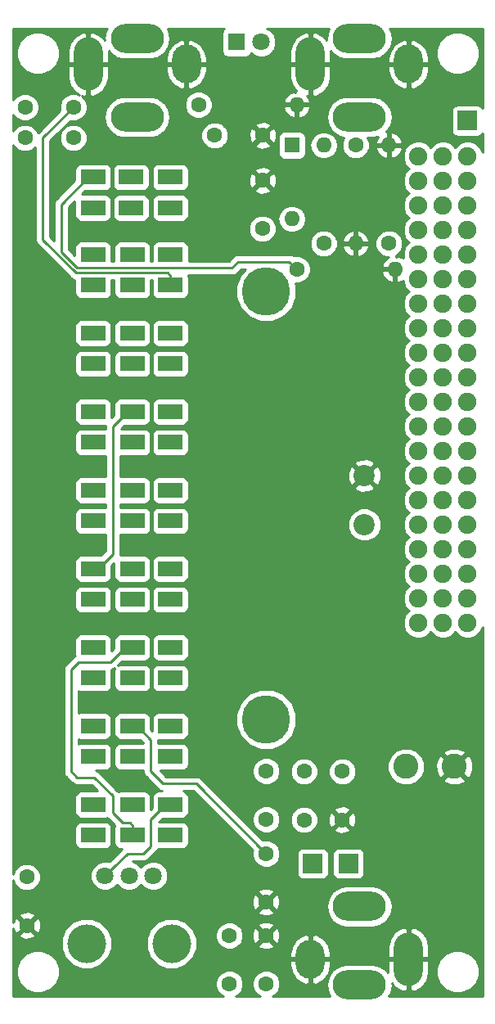
<source format=gbl>
G04 #@! TF.GenerationSoftware,KiCad,Pcbnew,(5.0.0-3-g5ebb6b6)*
G04 #@! TF.CreationDate,2019-04-25T18:54:20+02:00*
G04 #@! TF.ProjectId,minidrum-77,6D696E696472756D2D37372E6B696361,rev?*
G04 #@! TF.SameCoordinates,Original*
G04 #@! TF.FileFunction,Copper,L2,Bot,Signal*
G04 #@! TF.FilePolarity,Positive*
%FSLAX46Y46*%
G04 Gerber Fmt 4.6, Leading zero omitted, Abs format (unit mm)*
G04 Created by KiCad (PCBNEW (5.0.0-3-g5ebb6b6)) date Thursday 25 April 2019 18:54:20*
%MOMM*%
%LPD*%
G01*
G04 APERTURE LIST*
G04 #@! TA.AperFunction,ComponentPad*
%ADD10R,2.500000X1.524000*%
G04 #@! TD*
G04 #@! TA.AperFunction,ComponentPad*
%ADD11C,5.000000*%
G04 #@! TD*
G04 #@! TA.AperFunction,ComponentPad*
%ADD12C,2.200000*%
G04 #@! TD*
G04 #@! TA.AperFunction,ComponentPad*
%ADD13C,1.600000*%
G04 #@! TD*
G04 #@! TA.AperFunction,ComponentPad*
%ADD14O,1.600000X1.600000*%
G04 #@! TD*
G04 #@! TA.AperFunction,ComponentPad*
%ADD15R,1.800000X1.800000*%
G04 #@! TD*
G04 #@! TA.AperFunction,ComponentPad*
%ADD16C,1.800000*%
G04 #@! TD*
G04 #@! TA.AperFunction,ComponentPad*
%ADD17C,1.900000*%
G04 #@! TD*
G04 #@! TA.AperFunction,ComponentPad*
%ADD18R,1.600000X1.600000*%
G04 #@! TD*
G04 #@! TA.AperFunction,ComponentPad*
%ADD19O,3.000000X5.500000*%
G04 #@! TD*
G04 #@! TA.AperFunction,ComponentPad*
%ADD20O,3.000000X4.000000*%
G04 #@! TD*
G04 #@! TA.AperFunction,ComponentPad*
%ADD21O,5.500000X3.000000*%
G04 #@! TD*
G04 #@! TA.AperFunction,ComponentPad*
%ADD22C,2.600000*%
G04 #@! TD*
G04 #@! TA.AperFunction,ComponentPad*
%ADD23R,2.000000X2.000000*%
G04 #@! TD*
G04 #@! TA.AperFunction,WasherPad*
%ADD24C,4.000000*%
G04 #@! TD*
G04 #@! TA.AperFunction,Conductor*
%ADD25C,0.250000*%
G04 #@! TD*
G04 #@! TA.AperFunction,Conductor*
%ADD26C,0.254000*%
G04 #@! TD*
G04 APERTURE END LIST*
D10*
G04 #@! TO.P,SW3,*
G04 #@! TO.N,*
X135001000Y-129159000D03*
X130937000Y-129159000D03*
X138938000Y-129159000D03*
G04 #@! TO.P,SW3,1*
G04 #@! TO.N,Net-(C6-Pad1)*
X130937000Y-125984000D03*
G04 #@! TO.P,SW3,*
G04 #@! TO.N,*
X138938000Y-125984000D03*
G04 #@! TO.P,SW3,2*
G04 #@! TO.N,Net-(C4-Pad1)*
X135001000Y-125984000D03*
G04 #@! TD*
G04 #@! TO.P,SW7,*
G04 #@! TO.N,*
X135001000Y-104775000D03*
X130937000Y-104775000D03*
X138938000Y-104775000D03*
G04 #@! TO.P,SW7,1*
G04 #@! TO.N,Net-(C11-Pad1)*
X130937000Y-101600000D03*
G04 #@! TO.P,SW7,*
G04 #@! TO.N,*
X138938000Y-101600000D03*
G04 #@! TO.P,SW7,2*
G04 #@! TO.N,Net-(C8-Pad1)*
X135001000Y-101600000D03*
G04 #@! TD*
D11*
G04 #@! TO.P,L1,*
G04 #@! TO.N,*
X148844000Y-81026000D03*
X148844000Y-125298200D03*
D12*
G04 #@! TO.P,L1,1*
G04 #@! TO.N,Net-(L1-Pad1)*
X159004000Y-105156000D03*
G04 #@! TO.P,L1,2*
G04 #@! TO.N,GND*
X159004000Y-100076000D03*
G04 #@! TD*
D13*
G04 #@! TO.P,R6,1*
G04 #@! TO.N,Net-(D2-Pad1)*
X141859000Y-61722000D03*
D14*
G04 #@! TO.P,R6,2*
G04 #@! TO.N,GND*
X152019000Y-61722000D03*
G04 #@! TD*
D15*
G04 #@! TO.P,D2,1*
G04 #@! TO.N,Net-(D2-Pad1)*
X145796000Y-55245000D03*
D16*
G04 #@! TO.P,D2,2*
G04 #@! TO.N,Net-(D2-Pad2)*
X148336000Y-55245000D03*
G04 #@! TD*
D17*
G04 #@! TO.P,REF\002A\002A,1*
G04 #@! TO.N,N/C*
X169672000Y-115316000D03*
X169672000Y-112776000D03*
X169672000Y-110236000D03*
X169672000Y-107696000D03*
X169672000Y-105156000D03*
X169672000Y-102616000D03*
X169672000Y-100076000D03*
X169672000Y-97536000D03*
X169672000Y-94996000D03*
X169672000Y-92456000D03*
X167132000Y-92456000D03*
X167132000Y-94996000D03*
X167132000Y-97536000D03*
X167132000Y-100076000D03*
X167132000Y-102616000D03*
X167132000Y-105156000D03*
X167132000Y-107696000D03*
X167132000Y-110236000D03*
X167132000Y-112776000D03*
X167132000Y-115316000D03*
X164592000Y-115316000D03*
X164592000Y-112776000D03*
X164592000Y-110236000D03*
X164592000Y-107696000D03*
X164592000Y-105156000D03*
X164592000Y-102616000D03*
X164592000Y-100076000D03*
X164592000Y-97536000D03*
X164592000Y-94996000D03*
X164592000Y-92456000D03*
G04 #@! TD*
D13*
G04 #@! TO.P,C3,2*
G04 #@! TO.N,GND*
X148463000Y-69549000D03*
G04 #@! TO.P,C3,1*
G04 #@! TO.N,Net-(C3-Pad1)*
X148463000Y-74549000D03*
G04 #@! TD*
G04 #@! TO.P,C1,2*
G04 #@! TO.N,Net-(C1-Pad2)*
X123905000Y-65151000D03*
G04 #@! TO.P,C1,1*
G04 #@! TO.N,Net-(C1-Pad1)*
X128905000Y-65151000D03*
G04 #@! TD*
G04 #@! TO.P,C2,1*
G04 #@! TO.N,Net-(C2-Pad1)*
X143510000Y-64897000D03*
G04 #@! TO.P,C2,2*
G04 #@! TO.N,GND*
X148510000Y-64897000D03*
G04 #@! TD*
G04 #@! TO.P,C4,1*
G04 #@! TO.N,Net-(C4-Pad1)*
X128905000Y-61976000D03*
G04 #@! TO.P,C4,2*
G04 #@! TO.N,Net-(C4-Pad2)*
X123905000Y-61976000D03*
G04 #@! TD*
G04 #@! TO.P,C5,2*
G04 #@! TO.N,GND*
X148844000Y-144192000D03*
G04 #@! TO.P,C5,1*
G04 #@! TO.N,Net-(C4-Pad1)*
X148844000Y-139192000D03*
G04 #@! TD*
G04 #@! TO.P,C6,1*
G04 #@! TO.N,Net-(C6-Pad1)*
X124079000Y-141605000D03*
G04 #@! TO.P,C6,2*
G04 #@! TO.N,GND*
X124079000Y-146605000D03*
G04 #@! TD*
G04 #@! TO.P,C7,2*
G04 #@! TO.N,Net-(C4-Pad1)*
X152781000Y-135683000D03*
G04 #@! TO.P,C7,1*
G04 #@! TO.N,Net-(C11-Pad1)*
X152781000Y-130683000D03*
G04 #@! TD*
G04 #@! TO.P,C8,2*
G04 #@! TO.N,GND*
X156718000Y-135683000D03*
G04 #@! TO.P,C8,1*
G04 #@! TO.N,Net-(C8-Pad1)*
X156718000Y-130683000D03*
G04 #@! TD*
G04 #@! TO.P,C9,1*
G04 #@! TO.N,Net-(C9-Pad1)*
X145034000Y-152654000D03*
G04 #@! TO.P,C9,2*
G04 #@! TO.N,Net-(C9-Pad2)*
X145034000Y-147654000D03*
G04 #@! TD*
G04 #@! TO.P,C10,1*
G04 #@! TO.N,Net-(C10-Pad1)*
X148844000Y-152654000D03*
G04 #@! TO.P,C10,2*
G04 #@! TO.N,GND*
X148844000Y-147654000D03*
G04 #@! TD*
D18*
G04 #@! TO.P,D1,1*
G04 #@! TO.N,Net-(D1-Pad1)*
X151511000Y-65913000D03*
D14*
G04 #@! TO.P,D1,2*
G04 #@! TO.N,Net-(C1-Pad1)*
X151511000Y-73533000D03*
G04 #@! TD*
D19*
G04 #@! TO.P,J1,1*
G04 #@! TO.N,GND*
X153416000Y-57531000D03*
D20*
X163576000Y-57531000D03*
D21*
G04 #@! TO.P,J1,2*
G04 #@! TO.N,N/C*
X158496000Y-54864000D03*
G04 #@! TO.P,J1,3*
G04 #@! TO.N,Net-(D2-Pad2)*
X158496000Y-62992000D03*
G04 #@! TD*
G04 #@! TO.P,J2,3*
G04 #@! TO.N,Net-(J2-Pad3)*
X158496000Y-144653000D03*
G04 #@! TO.P,J2,2*
G04 #@! TO.N,N/C*
X158496000Y-152781000D03*
D20*
G04 #@! TO.P,J2,1*
G04 #@! TO.N,GND*
X153416000Y-150114000D03*
D19*
X163576000Y-150114000D03*
G04 #@! TD*
D13*
G04 #@! TO.P,R1,1*
G04 #@! TO.N,Net-(R1-Pad1)*
X152019000Y-78740000D03*
D14*
G04 #@! TO.P,R1,2*
G04 #@! TO.N,GND*
X162179000Y-78740000D03*
G04 #@! TD*
G04 #@! TO.P,R2,2*
G04 #@! TO.N,GND*
X158115000Y-76073000D03*
D13*
G04 #@! TO.P,R2,1*
G04 #@! TO.N,Net-(D1-Pad1)*
X158115000Y-65913000D03*
G04 #@! TD*
G04 #@! TO.P,R3,1*
G04 #@! TO.N,Net-(R3-Pad1)*
X154813000Y-76073000D03*
D14*
G04 #@! TO.P,R3,2*
G04 #@! TO.N,Net-(D1-Pad1)*
X154813000Y-65913000D03*
G04 #@! TD*
G04 #@! TO.P,R4,2*
G04 #@! TO.N,GND*
X161544000Y-65913000D03*
D13*
G04 #@! TO.P,R4,1*
G04 #@! TO.N,Net-(R4-Pad1)*
X161544000Y-76073000D03*
G04 #@! TD*
D22*
G04 #@! TO.P,L2,1*
G04 #@! TO.N,Net-(L2-Pad1)*
X163322000Y-130175000D03*
G04 #@! TO.P,L2,2*
G04 #@! TO.N,GND*
X168322000Y-130175000D03*
G04 #@! TD*
D13*
G04 #@! TO.P,C11,1*
G04 #@! TO.N,Net-(C11-Pad1)*
X148844000Y-135636000D03*
G04 #@! TO.P,C11,2*
G04 #@! TO.N,Net-(C11-Pad2)*
X148844000Y-130636000D03*
G04 #@! TD*
D19*
G04 #@! TO.P,J3,1*
G04 #@! TO.N,GND*
X130429000Y-57531000D03*
D20*
X140589000Y-57531000D03*
D21*
G04 #@! TO.P,J3,2*
G04 #@! TO.N,Net-(J3-Pad2)*
X135509000Y-54864000D03*
G04 #@! TO.P,J3,3*
G04 #@! TO.N,Net-(C4-Pad1)*
X135509000Y-62992000D03*
G04 #@! TD*
D10*
G04 #@! TO.P,SW2,5*
G04 #@! TO.N,Net-(R3-Pad1)*
X135001000Y-80391000D03*
G04 #@! TO.P,SW2,4*
G04 #@! TO.N,Net-(C4-Pad2)*
X130937000Y-80391000D03*
G04 #@! TO.P,SW2,6*
G04 #@! TO.N,Net-(C4-Pad1)*
X138938000Y-80391000D03*
G04 #@! TO.P,SW2,1*
G04 #@! TO.N,Net-(C3-Pad1)*
X130937000Y-77216000D03*
G04 #@! TO.P,SW2,3*
G04 #@! TO.N,Net-(R4-Pad1)*
X138938000Y-77216000D03*
G04 #@! TO.P,SW2,2*
G04 #@! TO.N,Net-(R3-Pad1)*
X135001000Y-77216000D03*
G04 #@! TD*
G04 #@! TO.P,SW4,2*
G04 #@! TO.N,Net-(C4-Pad1)*
X135001000Y-93472000D03*
G04 #@! TO.P,SW4,*
G04 #@! TO.N,*
X138938000Y-93472000D03*
G04 #@! TO.P,SW4,1*
G04 #@! TO.N,Net-(L1-Pad1)*
X130937000Y-93472000D03*
G04 #@! TO.P,SW4,*
G04 #@! TO.N,*
X138938000Y-96647000D03*
X130937000Y-96647000D03*
X135001000Y-96647000D03*
G04 #@! TD*
G04 #@! TO.P,SW5,*
G04 #@! TO.N,*
X135001000Y-88519000D03*
X130937000Y-88519000D03*
X138938000Y-88519000D03*
G04 #@! TO.P,SW5,1*
G04 #@! TO.N,Net-(L2-Pad1)*
X130937000Y-85344000D03*
G04 #@! TO.P,SW5,*
G04 #@! TO.N,*
X138938000Y-85344000D03*
G04 #@! TO.P,SW5,2*
G04 #@! TO.N,Net-(C4-Pad1)*
X135001000Y-85344000D03*
G04 #@! TD*
G04 #@! TO.P,SW6,2*
G04 #@! TO.N,Net-(C11-Pad2)*
X135001000Y-109728000D03*
G04 #@! TO.P,SW6,*
G04 #@! TO.N,*
X138938000Y-109728000D03*
G04 #@! TO.P,SW6,1*
G04 #@! TO.N,Net-(C4-Pad1)*
X130937000Y-109728000D03*
G04 #@! TO.P,SW6,*
G04 #@! TO.N,*
X138938000Y-112903000D03*
X130937000Y-112903000D03*
X135001000Y-112903000D03*
G04 #@! TD*
G04 #@! TO.P,SW8,2*
G04 #@! TO.N,Net-(J2-Pad3)*
X135001000Y-117856000D03*
G04 #@! TO.P,SW8,*
G04 #@! TO.N,*
X138938000Y-117856000D03*
G04 #@! TO.P,SW8,1*
G04 #@! TO.N,Net-(C11-Pad1)*
X130937000Y-117856000D03*
G04 #@! TO.P,SW8,*
G04 #@! TO.N,*
X138938000Y-121031000D03*
X130937000Y-121031000D03*
X135001000Y-121031000D03*
G04 #@! TD*
D23*
G04 #@! TO.P,TP1,1*
G04 #@! TO.N,Net-(R3-Pad1)*
X169672000Y-63373000D03*
G04 #@! TD*
G04 #@! TO.P,TP2,1*
G04 #@! TO.N,Net-(C4-Pad1)*
X157353000Y-140208000D03*
G04 #@! TD*
G04 #@! TO.P,TP3,1*
G04 #@! TO.N,Net-(C11-Pad1)*
X153670000Y-140208000D03*
G04 #@! TD*
D16*
G04 #@! TO.P,R5,3*
G04 #@! TO.N,Net-(R5-Pad3)*
X132160000Y-141478000D03*
G04 #@! TO.P,R5,2*
G04 #@! TO.N,Net-(C10-Pad1)*
X134660000Y-141478000D03*
G04 #@! TO.P,R5,1*
X137160000Y-141478000D03*
D24*
G04 #@! TO.P,R5,*
G04 #@! TO.N,*
X130260000Y-148478000D03*
X139060000Y-148478000D03*
G04 #@! TD*
D10*
G04 #@! TO.P,SW1,5*
G04 #@! TO.N,Net-(C1-Pad1)*
X134874000Y-69215000D03*
G04 #@! TO.P,SW1,4*
G04 #@! TO.N,Net-(C2-Pad1)*
X138938000Y-69215000D03*
G04 #@! TO.P,SW1,6*
G04 #@! TO.N,Net-(R1-Pad1)*
X130937000Y-69215000D03*
G04 #@! TO.P,SW1,1*
G04 #@! TO.N,Net-(C1-Pad1)*
X138938000Y-72390000D03*
G04 #@! TO.P,SW1,3*
G04 #@! TO.N,Net-(C1-Pad2)*
X130937000Y-72390000D03*
G04 #@! TO.P,SW1,2*
G04 #@! TO.N,Net-(D2-Pad2)*
X134874000Y-72390000D03*
G04 #@! TD*
G04 #@! TO.P,SW9,2*
G04 #@! TO.N,Net-(C11-Pad1)*
X135001000Y-134112000D03*
G04 #@! TO.P,SW9,3*
G04 #@! TO.N,Net-(R5-Pad3)*
X138938000Y-134112000D03*
G04 #@! TO.P,SW9,1*
G04 #@! TO.N,Net-(C9-Pad1)*
X130937000Y-134112000D03*
G04 #@! TO.P,SW9,6*
G04 #@! TO.N,Net-(C10-Pad1)*
X138938000Y-137287000D03*
G04 #@! TO.P,SW9,4*
G04 #@! TO.N,Net-(C9-Pad2)*
X130937000Y-137287000D03*
G04 #@! TO.P,SW9,5*
G04 #@! TO.N,Net-(J2-Pad3)*
X135001000Y-137287000D03*
G04 #@! TD*
D17*
G04 #@! TO.P,REF\002A\002A,1*
G04 #@! TO.N,N/C*
X164592000Y-67056000D03*
X164592000Y-69596000D03*
X164592000Y-72136000D03*
X164592000Y-74676000D03*
X164592000Y-77216000D03*
X164592000Y-79756000D03*
X164592000Y-82296000D03*
X164592000Y-84836000D03*
X164592000Y-87376000D03*
X164592000Y-89916000D03*
X167132000Y-89916000D03*
X167132000Y-87376000D03*
X167132000Y-84836000D03*
X167132000Y-82296000D03*
X167132000Y-79756000D03*
X167132000Y-77216000D03*
X167132000Y-74676000D03*
X167132000Y-72136000D03*
X167132000Y-69596000D03*
X167132000Y-67056000D03*
X169672000Y-67056000D03*
X169672000Y-69596000D03*
X169672000Y-72136000D03*
X169672000Y-74676000D03*
X169672000Y-77216000D03*
X169672000Y-79756000D03*
X169672000Y-82296000D03*
X169672000Y-84836000D03*
X169672000Y-87376000D03*
X169672000Y-89916000D03*
G04 #@! TD*
D25*
G04 #@! TO.N,Net-(J2-Pad3)*
X132715000Y-119380000D02*
X134239000Y-117856000D01*
X134743000Y-136017000D02*
X133985000Y-136017000D01*
X129413000Y-119380000D02*
X132715000Y-119380000D01*
X128651000Y-120142000D02*
X129413000Y-119380000D01*
X135001000Y-137287000D02*
X135001000Y-136275000D01*
X128651000Y-130683000D02*
X128651000Y-120142000D01*
X132969000Y-135001000D02*
X132969000Y-133223000D01*
X131064000Y-131318000D02*
X129286000Y-131318000D01*
X132969000Y-133223000D02*
X131064000Y-131318000D01*
X129286000Y-131318000D02*
X128651000Y-130683000D01*
X133985000Y-136017000D02*
X132969000Y-135001000D01*
X134239000Y-117856000D02*
X135001000Y-117856000D01*
X135001000Y-136275000D02*
X134743000Y-136017000D01*
G04 #@! TO.N,Net-(R1-Pad1)*
X151219001Y-77940001D02*
X145960999Y-77940001D01*
X152019000Y-78740000D02*
X151219001Y-77940001D01*
X145960999Y-77940001D02*
X145288000Y-78613000D01*
X145288000Y-78613000D02*
X129287410Y-78613000D01*
X129287410Y-78613000D02*
X127635000Y-76960590D01*
X127635000Y-72029000D02*
X130449000Y-69215000D01*
X130449000Y-69215000D02*
X130937000Y-69215000D01*
X127635000Y-76960590D02*
X127635000Y-72029000D01*
G04 #@! TO.N,Net-(C4-Pad1)*
X135489000Y-125984000D02*
X135001000Y-125984000D01*
X136906000Y-130683000D02*
X136906000Y-127401000D01*
X136906000Y-127401000D02*
X135489000Y-125984000D01*
X138176000Y-131953000D02*
X136906000Y-130683000D01*
X141605000Y-131953000D02*
X138176000Y-131953000D01*
X148844000Y-139192000D02*
X141605000Y-131953000D01*
X134513000Y-93472000D02*
X135001000Y-93472000D01*
X132969000Y-95016000D02*
X134513000Y-93472000D01*
X132969000Y-108184000D02*
X132969000Y-95016000D01*
X131425000Y-109728000D02*
X132969000Y-108184000D01*
X130937000Y-109728000D02*
X131425000Y-109728000D01*
X138938000Y-80391000D02*
X138938000Y-79379000D01*
X125730000Y-75692000D02*
X125730000Y-65151000D01*
X129159000Y-79121000D02*
X125730000Y-75692000D01*
X138680000Y-79121000D02*
X129159000Y-79121000D01*
X125730000Y-65151000D02*
X128905000Y-61976000D01*
X138938000Y-79379000D02*
X138680000Y-79121000D01*
G04 #@! TO.N,Net-(R5-Pad3)*
X133059999Y-140578001D02*
X133106999Y-140578001D01*
X132160000Y-141478000D02*
X133059999Y-140578001D01*
X133106999Y-140578001D02*
X134493000Y-139192000D01*
X134493000Y-139192000D02*
X136144000Y-139192000D01*
X136144000Y-139192000D02*
X136906000Y-138430000D01*
X138450000Y-134112000D02*
X138938000Y-134112000D01*
X136906000Y-135656000D02*
X138450000Y-134112000D01*
X136906000Y-138430000D02*
X136906000Y-135656000D01*
G04 #@! TD*
D26*
G04 #@! TO.N,GND*
G36*
X132247874Y-54030964D02*
X132082173Y-54864000D01*
X132115994Y-55034032D01*
X131848870Y-54681524D01*
X131128696Y-54259916D01*
X130887833Y-54195887D01*
X130556000Y-54308835D01*
X130556000Y-57404000D01*
X132564000Y-57404000D01*
X132564000Y-56170151D01*
X132719751Y-56403249D01*
X133425964Y-56875126D01*
X134048721Y-56999000D01*
X136969279Y-56999000D01*
X137446876Y-56904000D01*
X138454000Y-56904000D01*
X138454000Y-57404000D01*
X140462000Y-57404000D01*
X140462000Y-55058835D01*
X140716000Y-55058835D01*
X140716000Y-57404000D01*
X142724000Y-57404000D01*
X142724000Y-56904000D01*
X142512882Y-56096638D01*
X142008870Y-55431524D01*
X141288696Y-55009916D01*
X141047833Y-54945887D01*
X140716000Y-55058835D01*
X140462000Y-55058835D01*
X140130167Y-54945887D01*
X139889304Y-55009916D01*
X139169130Y-55431524D01*
X138665118Y-56096638D01*
X138454000Y-56904000D01*
X137446876Y-56904000D01*
X137592036Y-56875126D01*
X138298249Y-56403249D01*
X138770126Y-55697036D01*
X138935827Y-54864000D01*
X138770126Y-54030964D01*
X138629832Y-53821000D01*
X144537252Y-53821000D01*
X144438191Y-53887191D01*
X144297843Y-54097235D01*
X144248560Y-54345000D01*
X144248560Y-56145000D01*
X144297843Y-56392765D01*
X144438191Y-56602809D01*
X144648235Y-56743157D01*
X144896000Y-56792440D01*
X146696000Y-56792440D01*
X146943765Y-56743157D01*
X147153809Y-56602809D01*
X147294157Y-56392765D01*
X147297275Y-56377092D01*
X147466493Y-56546310D01*
X148030670Y-56780000D01*
X148641330Y-56780000D01*
X149205507Y-56546310D01*
X149597817Y-56154000D01*
X151281000Y-56154000D01*
X151281000Y-57404000D01*
X153289000Y-57404000D01*
X153289000Y-54308835D01*
X152957167Y-54195887D01*
X152716304Y-54259916D01*
X151996130Y-54681524D01*
X151492118Y-55346638D01*
X151281000Y-56154000D01*
X149597817Y-56154000D01*
X149637310Y-56114507D01*
X149871000Y-55550330D01*
X149871000Y-54939670D01*
X149637310Y-54375493D01*
X149205507Y-53943690D01*
X148909307Y-53821000D01*
X155375168Y-53821000D01*
X155234874Y-54030964D01*
X155069173Y-54864000D01*
X155102994Y-55034032D01*
X154835870Y-54681524D01*
X154115696Y-54259916D01*
X153874833Y-54195887D01*
X153543000Y-54308835D01*
X153543000Y-57404000D01*
X155551000Y-57404000D01*
X155551000Y-56170151D01*
X155706751Y-56403249D01*
X156412964Y-56875126D01*
X157035721Y-56999000D01*
X159956279Y-56999000D01*
X160433876Y-56904000D01*
X161441000Y-56904000D01*
X161441000Y-57404000D01*
X163449000Y-57404000D01*
X163449000Y-55058835D01*
X163703000Y-55058835D01*
X163703000Y-57404000D01*
X165711000Y-57404000D01*
X165711000Y-56904000D01*
X165499882Y-56096638D01*
X165383785Y-55943431D01*
X166421000Y-55943431D01*
X166421000Y-56832569D01*
X166761259Y-57654026D01*
X167389974Y-58282741D01*
X168211431Y-58623000D01*
X169100569Y-58623000D01*
X169922026Y-58282741D01*
X170550741Y-57654026D01*
X170891000Y-56832569D01*
X170891000Y-55943431D01*
X170550741Y-55121974D01*
X169922026Y-54493259D01*
X169100569Y-54153000D01*
X168211431Y-54153000D01*
X167389974Y-54493259D01*
X166761259Y-55121974D01*
X166421000Y-55943431D01*
X165383785Y-55943431D01*
X164995870Y-55431524D01*
X164275696Y-55009916D01*
X164034833Y-54945887D01*
X163703000Y-55058835D01*
X163449000Y-55058835D01*
X163117167Y-54945887D01*
X162876304Y-55009916D01*
X162156130Y-55431524D01*
X161652118Y-56096638D01*
X161441000Y-56904000D01*
X160433876Y-56904000D01*
X160579036Y-56875126D01*
X161285249Y-56403249D01*
X161757126Y-55697036D01*
X161922827Y-54864000D01*
X161757126Y-54030964D01*
X161616832Y-53821000D01*
X171223001Y-53821000D01*
X171223001Y-62054661D01*
X171129809Y-61915191D01*
X170919765Y-61774843D01*
X170672000Y-61725560D01*
X168672000Y-61725560D01*
X168424235Y-61774843D01*
X168214191Y-61915191D01*
X168073843Y-62125235D01*
X168024560Y-62373000D01*
X168024560Y-64373000D01*
X168073843Y-64620765D01*
X168214191Y-64830809D01*
X168424235Y-64971157D01*
X168672000Y-65020440D01*
X170672000Y-65020440D01*
X170919765Y-64971157D01*
X171129809Y-64830809D01*
X171223001Y-64691339D01*
X171223001Y-66658643D01*
X171015698Y-66158170D01*
X170569830Y-65712302D01*
X169987276Y-65471000D01*
X169356724Y-65471000D01*
X168774170Y-65712302D01*
X168402000Y-66084472D01*
X168029830Y-65712302D01*
X167447276Y-65471000D01*
X166816724Y-65471000D01*
X166234170Y-65712302D01*
X165862000Y-66084472D01*
X165489830Y-65712302D01*
X164907276Y-65471000D01*
X164276724Y-65471000D01*
X163694170Y-65712302D01*
X163248302Y-66158170D01*
X163007000Y-66740724D01*
X163007000Y-67371276D01*
X163248302Y-67953830D01*
X163620472Y-68326000D01*
X163248302Y-68698170D01*
X163007000Y-69280724D01*
X163007000Y-69911276D01*
X163248302Y-70493830D01*
X163620472Y-70866000D01*
X163248302Y-71238170D01*
X163007000Y-71820724D01*
X163007000Y-72451276D01*
X163248302Y-73033830D01*
X163620472Y-73406000D01*
X163248302Y-73778170D01*
X163007000Y-74360724D01*
X163007000Y-74991276D01*
X163248302Y-75573830D01*
X163620472Y-75946000D01*
X163248302Y-76318170D01*
X163007000Y-76900724D01*
X163007000Y-77531276D01*
X163029408Y-77585374D01*
X162528041Y-77348086D01*
X162306002Y-77469370D01*
X162306002Y-77310601D01*
X162356862Y-77289534D01*
X162760534Y-76885862D01*
X162979000Y-76358439D01*
X162979000Y-75787561D01*
X162760534Y-75260138D01*
X162356862Y-74856466D01*
X161829439Y-74638000D01*
X161258561Y-74638000D01*
X160731138Y-74856466D01*
X160327466Y-75260138D01*
X160109000Y-75787561D01*
X160109000Y-76358439D01*
X160327466Y-76885862D01*
X160731138Y-77289534D01*
X161258561Y-77508000D01*
X161492076Y-77508000D01*
X161323866Y-77587611D01*
X160947959Y-78002577D01*
X160787096Y-78390961D01*
X160909085Y-78613000D01*
X162052000Y-78613000D01*
X162052000Y-78593000D01*
X162306000Y-78593000D01*
X162306000Y-78613000D01*
X162326000Y-78613000D01*
X162326000Y-78867000D01*
X162306000Y-78867000D01*
X162306000Y-80010629D01*
X162528041Y-80131914D01*
X163007000Y-79905231D01*
X163007000Y-80071276D01*
X163248302Y-80653830D01*
X163620472Y-81026000D01*
X163248302Y-81398170D01*
X163007000Y-81980724D01*
X163007000Y-82611276D01*
X163248302Y-83193830D01*
X163620472Y-83566000D01*
X163248302Y-83938170D01*
X163007000Y-84520724D01*
X163007000Y-85151276D01*
X163248302Y-85733830D01*
X163620472Y-86106000D01*
X163248302Y-86478170D01*
X163007000Y-87060724D01*
X163007000Y-87691276D01*
X163248302Y-88273830D01*
X163620472Y-88646000D01*
X163248302Y-89018170D01*
X163007000Y-89600724D01*
X163007000Y-90231276D01*
X163248302Y-90813830D01*
X163620472Y-91186000D01*
X163248302Y-91558170D01*
X163007000Y-92140724D01*
X163007000Y-92771276D01*
X163248302Y-93353830D01*
X163620472Y-93726000D01*
X163248302Y-94098170D01*
X163007000Y-94680724D01*
X163007000Y-95311276D01*
X163248302Y-95893830D01*
X163620472Y-96266000D01*
X163248302Y-96638170D01*
X163007000Y-97220724D01*
X163007000Y-97851276D01*
X163248302Y-98433830D01*
X163620472Y-98806000D01*
X163248302Y-99178170D01*
X163007000Y-99760724D01*
X163007000Y-100391276D01*
X163248302Y-100973830D01*
X163620472Y-101346000D01*
X163248302Y-101718170D01*
X163007000Y-102300724D01*
X163007000Y-102931276D01*
X163248302Y-103513830D01*
X163620472Y-103886000D01*
X163248302Y-104258170D01*
X163007000Y-104840724D01*
X163007000Y-105471276D01*
X163248302Y-106053830D01*
X163620472Y-106426000D01*
X163248302Y-106798170D01*
X163007000Y-107380724D01*
X163007000Y-108011276D01*
X163248302Y-108593830D01*
X163620472Y-108966000D01*
X163248302Y-109338170D01*
X163007000Y-109920724D01*
X163007000Y-110551276D01*
X163248302Y-111133830D01*
X163620472Y-111506000D01*
X163248302Y-111878170D01*
X163007000Y-112460724D01*
X163007000Y-113091276D01*
X163248302Y-113673830D01*
X163620472Y-114046000D01*
X163248302Y-114418170D01*
X163007000Y-115000724D01*
X163007000Y-115631276D01*
X163248302Y-116213830D01*
X163694170Y-116659698D01*
X164276724Y-116901000D01*
X164907276Y-116901000D01*
X165489830Y-116659698D01*
X165862000Y-116287528D01*
X166234170Y-116659698D01*
X166816724Y-116901000D01*
X167447276Y-116901000D01*
X168029830Y-116659698D01*
X168402000Y-116287528D01*
X168774170Y-116659698D01*
X169356724Y-116901000D01*
X169987276Y-116901000D01*
X170569830Y-116659698D01*
X171015698Y-116213830D01*
X171223000Y-115713358D01*
X171223000Y-153951000D01*
X161531974Y-153951000D01*
X161757126Y-153614036D01*
X161922827Y-152781000D01*
X161889006Y-152610968D01*
X162156130Y-152963476D01*
X162876304Y-153385084D01*
X163117167Y-153449113D01*
X163449000Y-153336165D01*
X163449000Y-150241000D01*
X163703000Y-150241000D01*
X163703000Y-153336165D01*
X164034833Y-153449113D01*
X164275696Y-153385084D01*
X164995870Y-152963476D01*
X165499882Y-152298362D01*
X165711000Y-151491000D01*
X165711000Y-150939431D01*
X166421000Y-150939431D01*
X166421000Y-151828569D01*
X166761259Y-152650026D01*
X167389974Y-153278741D01*
X168211431Y-153619000D01*
X169100569Y-153619000D01*
X169922026Y-153278741D01*
X170550741Y-152650026D01*
X170891000Y-151828569D01*
X170891000Y-150939431D01*
X170550741Y-150117974D01*
X169922026Y-149489259D01*
X169100569Y-149149000D01*
X168211431Y-149149000D01*
X167389974Y-149489259D01*
X166761259Y-150117974D01*
X166421000Y-150939431D01*
X165711000Y-150939431D01*
X165711000Y-150241000D01*
X163703000Y-150241000D01*
X163449000Y-150241000D01*
X161441000Y-150241000D01*
X161441000Y-151474849D01*
X161285249Y-151241751D01*
X160579036Y-150769874D01*
X159956279Y-150646000D01*
X157035721Y-150646000D01*
X156412964Y-150769874D01*
X155706751Y-151241751D01*
X155234874Y-151947964D01*
X155069173Y-152781000D01*
X155234874Y-153614036D01*
X155460026Y-153951000D01*
X149462600Y-153951000D01*
X149656862Y-153870534D01*
X150060534Y-153466862D01*
X150279000Y-152939439D01*
X150279000Y-152368561D01*
X150060534Y-151841138D01*
X149656862Y-151437466D01*
X149129439Y-151219000D01*
X148558561Y-151219000D01*
X148031138Y-151437466D01*
X147627466Y-151841138D01*
X147409000Y-152368561D01*
X147409000Y-152939439D01*
X147627466Y-153466862D01*
X148031138Y-153870534D01*
X148225400Y-153951000D01*
X145652600Y-153951000D01*
X145846862Y-153870534D01*
X146250534Y-153466862D01*
X146469000Y-152939439D01*
X146469000Y-152368561D01*
X146250534Y-151841138D01*
X145846862Y-151437466D01*
X145319439Y-151219000D01*
X144748561Y-151219000D01*
X144221138Y-151437466D01*
X143817466Y-151841138D01*
X143599000Y-152368561D01*
X143599000Y-152939439D01*
X143817466Y-153466862D01*
X144221138Y-153870534D01*
X144415400Y-153951000D01*
X122655000Y-153951000D01*
X122655000Y-150939431D01*
X122987000Y-150939431D01*
X122987000Y-151828569D01*
X123327259Y-152650026D01*
X123955974Y-153278741D01*
X124777431Y-153619000D01*
X125666569Y-153619000D01*
X126488026Y-153278741D01*
X127116741Y-152650026D01*
X127457000Y-151828569D01*
X127457000Y-150939431D01*
X127116741Y-150117974D01*
X126488026Y-149489259D01*
X125666569Y-149149000D01*
X124777431Y-149149000D01*
X123955974Y-149489259D01*
X123327259Y-150117974D01*
X122987000Y-150939431D01*
X122655000Y-150939431D01*
X122655000Y-147612745D01*
X123250861Y-147612745D01*
X123324995Y-147858864D01*
X123862223Y-148051965D01*
X124432454Y-148024778D01*
X124603650Y-147953866D01*
X127625000Y-147953866D01*
X127625000Y-149002134D01*
X128026155Y-149970608D01*
X128767392Y-150711845D01*
X129735866Y-151113000D01*
X130784134Y-151113000D01*
X131752608Y-150711845D01*
X132493845Y-149970608D01*
X132895000Y-149002134D01*
X132895000Y-147953866D01*
X136425000Y-147953866D01*
X136425000Y-149002134D01*
X136826155Y-149970608D01*
X137567392Y-150711845D01*
X138535866Y-151113000D01*
X139584134Y-151113000D01*
X140552608Y-150711845D01*
X141023453Y-150241000D01*
X151281000Y-150241000D01*
X151281000Y-150741000D01*
X151492118Y-151548362D01*
X151996130Y-152213476D01*
X152716304Y-152635084D01*
X152957167Y-152699113D01*
X153289000Y-152586165D01*
X153289000Y-150241000D01*
X153543000Y-150241000D01*
X153543000Y-152586165D01*
X153874833Y-152699113D01*
X154115696Y-152635084D01*
X154835870Y-152213476D01*
X155339882Y-151548362D01*
X155551000Y-150741000D01*
X155551000Y-150241000D01*
X153543000Y-150241000D01*
X153289000Y-150241000D01*
X151281000Y-150241000D01*
X141023453Y-150241000D01*
X141293845Y-149970608D01*
X141494161Y-149487000D01*
X151281000Y-149487000D01*
X151281000Y-149987000D01*
X153289000Y-149987000D01*
X153289000Y-147641835D01*
X153543000Y-147641835D01*
X153543000Y-149987000D01*
X155551000Y-149987000D01*
X155551000Y-149487000D01*
X155354882Y-148737000D01*
X161441000Y-148737000D01*
X161441000Y-149987000D01*
X163449000Y-149987000D01*
X163449000Y-146891835D01*
X163703000Y-146891835D01*
X163703000Y-149987000D01*
X165711000Y-149987000D01*
X165711000Y-148737000D01*
X165499882Y-147929638D01*
X164995870Y-147264524D01*
X164275696Y-146842916D01*
X164034833Y-146778887D01*
X163703000Y-146891835D01*
X163449000Y-146891835D01*
X163117167Y-146778887D01*
X162876304Y-146842916D01*
X162156130Y-147264524D01*
X161652118Y-147929638D01*
X161441000Y-148737000D01*
X155354882Y-148737000D01*
X155339882Y-148679638D01*
X154835870Y-148014524D01*
X154115696Y-147592916D01*
X153874833Y-147528887D01*
X153543000Y-147641835D01*
X153289000Y-147641835D01*
X152957167Y-147528887D01*
X152716304Y-147592916D01*
X151996130Y-148014524D01*
X151492118Y-148679638D01*
X151281000Y-149487000D01*
X141494161Y-149487000D01*
X141695000Y-149002134D01*
X141695000Y-147953866D01*
X141452559Y-147368561D01*
X143599000Y-147368561D01*
X143599000Y-147939439D01*
X143817466Y-148466862D01*
X144221138Y-148870534D01*
X144748561Y-149089000D01*
X145319439Y-149089000D01*
X145846862Y-148870534D01*
X146055651Y-148661745D01*
X148015861Y-148661745D01*
X148089995Y-148907864D01*
X148627223Y-149100965D01*
X149197454Y-149073778D01*
X149598005Y-148907864D01*
X149672139Y-148661745D01*
X148844000Y-147833605D01*
X148015861Y-148661745D01*
X146055651Y-148661745D01*
X146250534Y-148466862D01*
X146469000Y-147939439D01*
X146469000Y-147437223D01*
X147397035Y-147437223D01*
X147424222Y-148007454D01*
X147590136Y-148408005D01*
X147836255Y-148482139D01*
X148664395Y-147654000D01*
X149023605Y-147654000D01*
X149851745Y-148482139D01*
X150097864Y-148408005D01*
X150290965Y-147870777D01*
X150263778Y-147300546D01*
X150097864Y-146899995D01*
X149851745Y-146825861D01*
X149023605Y-147654000D01*
X148664395Y-147654000D01*
X147836255Y-146825861D01*
X147590136Y-146899995D01*
X147397035Y-147437223D01*
X146469000Y-147437223D01*
X146469000Y-147368561D01*
X146250534Y-146841138D01*
X146055651Y-146646255D01*
X148015861Y-146646255D01*
X148844000Y-147474395D01*
X149672139Y-146646255D01*
X149598005Y-146400136D01*
X149060777Y-146207035D01*
X148490546Y-146234222D01*
X148089995Y-146400136D01*
X148015861Y-146646255D01*
X146055651Y-146646255D01*
X145846862Y-146437466D01*
X145319439Y-146219000D01*
X144748561Y-146219000D01*
X144221138Y-146437466D01*
X143817466Y-146841138D01*
X143599000Y-147368561D01*
X141452559Y-147368561D01*
X141293845Y-146985392D01*
X140552608Y-146244155D01*
X139584134Y-145843000D01*
X138535866Y-145843000D01*
X137567392Y-146244155D01*
X136826155Y-146985392D01*
X136425000Y-147953866D01*
X132895000Y-147953866D01*
X132493845Y-146985392D01*
X131752608Y-146244155D01*
X130784134Y-145843000D01*
X129735866Y-145843000D01*
X128767392Y-146244155D01*
X128026155Y-146985392D01*
X127625000Y-147953866D01*
X124603650Y-147953866D01*
X124833005Y-147858864D01*
X124907139Y-147612745D01*
X124079000Y-146784605D01*
X123250861Y-147612745D01*
X122655000Y-147612745D01*
X122655000Y-146869900D01*
X122659222Y-146958454D01*
X122825136Y-147359005D01*
X123071255Y-147433139D01*
X123899395Y-146605000D01*
X124258605Y-146605000D01*
X125086745Y-147433139D01*
X125332864Y-147359005D01*
X125525965Y-146821777D01*
X125498778Y-146251546D01*
X125332864Y-145850995D01*
X125086745Y-145776861D01*
X124258605Y-146605000D01*
X123899395Y-146605000D01*
X123071255Y-145776861D01*
X122825136Y-145850995D01*
X122655000Y-146324332D01*
X122655000Y-145597255D01*
X123250861Y-145597255D01*
X124079000Y-146425395D01*
X124907139Y-145597255D01*
X124833005Y-145351136D01*
X124411819Y-145199745D01*
X148015861Y-145199745D01*
X148089995Y-145445864D01*
X148627223Y-145638965D01*
X149197454Y-145611778D01*
X149598005Y-145445864D01*
X149672139Y-145199745D01*
X148844000Y-144371605D01*
X148015861Y-145199745D01*
X124411819Y-145199745D01*
X124295777Y-145158035D01*
X123725546Y-145185222D01*
X123324995Y-145351136D01*
X123250861Y-145597255D01*
X122655000Y-145597255D01*
X122655000Y-143975223D01*
X147397035Y-143975223D01*
X147424222Y-144545454D01*
X147590136Y-144946005D01*
X147836255Y-145020139D01*
X148664395Y-144192000D01*
X149023605Y-144192000D01*
X149851745Y-145020139D01*
X150097864Y-144946005D01*
X150203181Y-144653000D01*
X155069173Y-144653000D01*
X155234874Y-145486036D01*
X155706751Y-146192249D01*
X156412964Y-146664126D01*
X157035721Y-146788000D01*
X159956279Y-146788000D01*
X160579036Y-146664126D01*
X161285249Y-146192249D01*
X161757126Y-145486036D01*
X161922827Y-144653000D01*
X161757126Y-143819964D01*
X161285249Y-143113751D01*
X160579036Y-142641874D01*
X159956279Y-142518000D01*
X157035721Y-142518000D01*
X156412964Y-142641874D01*
X155706751Y-143113751D01*
X155234874Y-143819964D01*
X155069173Y-144653000D01*
X150203181Y-144653000D01*
X150290965Y-144408777D01*
X150263778Y-143838546D01*
X150097864Y-143437995D01*
X149851745Y-143363861D01*
X149023605Y-144192000D01*
X148664395Y-144192000D01*
X147836255Y-143363861D01*
X147590136Y-143437995D01*
X147397035Y-143975223D01*
X122655000Y-143975223D01*
X122655000Y-143184255D01*
X148015861Y-143184255D01*
X148844000Y-144012395D01*
X149672139Y-143184255D01*
X149598005Y-142938136D01*
X149060777Y-142745035D01*
X148490546Y-142772222D01*
X148089995Y-142938136D01*
X148015861Y-143184255D01*
X122655000Y-143184255D01*
X122655000Y-141916995D01*
X122862466Y-142417862D01*
X123266138Y-142821534D01*
X123793561Y-143040000D01*
X124364439Y-143040000D01*
X124891862Y-142821534D01*
X125295534Y-142417862D01*
X125514000Y-141890439D01*
X125514000Y-141319561D01*
X125295534Y-140792138D01*
X124891862Y-140388466D01*
X124364439Y-140170000D01*
X123793561Y-140170000D01*
X123266138Y-140388466D01*
X122862466Y-140792138D01*
X122655000Y-141293005D01*
X122655000Y-136525000D01*
X129039560Y-136525000D01*
X129039560Y-138049000D01*
X129088843Y-138296765D01*
X129229191Y-138506809D01*
X129439235Y-138647157D01*
X129687000Y-138696440D01*
X132187000Y-138696440D01*
X132434765Y-138647157D01*
X132644809Y-138506809D01*
X132785157Y-138296765D01*
X132834440Y-138049000D01*
X132834440Y-136525000D01*
X132785157Y-136277235D01*
X132644809Y-136067191D01*
X132434765Y-135926843D01*
X132187000Y-135877560D01*
X129687000Y-135877560D01*
X129439235Y-135926843D01*
X129229191Y-136067191D01*
X129088843Y-136277235D01*
X129039560Y-136525000D01*
X122655000Y-136525000D01*
X122655000Y-120142000D01*
X127876112Y-120142000D01*
X127891001Y-120216852D01*
X127891000Y-130608153D01*
X127876112Y-130683000D01*
X127891000Y-130757847D01*
X127891000Y-130757851D01*
X127935096Y-130979536D01*
X128103071Y-131230929D01*
X128166530Y-131273331D01*
X128695670Y-131802472D01*
X128738071Y-131865929D01*
X128989463Y-132033904D01*
X129211148Y-132078000D01*
X129211152Y-132078000D01*
X129286000Y-132092888D01*
X129360848Y-132078000D01*
X130749199Y-132078000D01*
X131373759Y-132702560D01*
X129687000Y-132702560D01*
X129439235Y-132751843D01*
X129229191Y-132892191D01*
X129088843Y-133102235D01*
X129039560Y-133350000D01*
X129039560Y-134874000D01*
X129088843Y-135121765D01*
X129229191Y-135331809D01*
X129439235Y-135472157D01*
X129687000Y-135521440D01*
X132187000Y-135521440D01*
X132377398Y-135483568D01*
X132421071Y-135548929D01*
X132484530Y-135591331D01*
X133159889Y-136266690D01*
X133152843Y-136277235D01*
X133103560Y-136525000D01*
X133103560Y-138049000D01*
X133152843Y-138296765D01*
X133293191Y-138506809D01*
X133503235Y-138647157D01*
X133751000Y-138696440D01*
X133910079Y-138696440D01*
X133902673Y-138707524D01*
X132717173Y-139893026D01*
X132642382Y-139943000D01*
X132574627Y-139988272D01*
X132465330Y-139943000D01*
X131854670Y-139943000D01*
X131290493Y-140176690D01*
X130858690Y-140608493D01*
X130625000Y-141172670D01*
X130625000Y-141783330D01*
X130858690Y-142347507D01*
X131290493Y-142779310D01*
X131854670Y-143013000D01*
X132465330Y-143013000D01*
X133029507Y-142779310D01*
X133410000Y-142398817D01*
X133790493Y-142779310D01*
X134354670Y-143013000D01*
X134965330Y-143013000D01*
X135529507Y-142779310D01*
X135910000Y-142398817D01*
X136290493Y-142779310D01*
X136854670Y-143013000D01*
X137465330Y-143013000D01*
X138029507Y-142779310D01*
X138461310Y-142347507D01*
X138695000Y-141783330D01*
X138695000Y-141172670D01*
X138461310Y-140608493D01*
X138029507Y-140176690D01*
X137465330Y-139943000D01*
X136854670Y-139943000D01*
X136290493Y-140176690D01*
X135910000Y-140557183D01*
X135529507Y-140176690D01*
X134987058Y-139952000D01*
X136069153Y-139952000D01*
X136144000Y-139966888D01*
X136218847Y-139952000D01*
X136218852Y-139952000D01*
X136440537Y-139907904D01*
X136691929Y-139739929D01*
X136734331Y-139676470D01*
X137390473Y-139020329D01*
X137453929Y-138977929D01*
X137606099Y-138750191D01*
X137621904Y-138726538D01*
X137630178Y-138684939D01*
X137688000Y-138696440D01*
X140188000Y-138696440D01*
X140435765Y-138647157D01*
X140645809Y-138506809D01*
X140786157Y-138296765D01*
X140835440Y-138049000D01*
X140835440Y-136525000D01*
X140786157Y-136277235D01*
X140645809Y-136067191D01*
X140435765Y-135926843D01*
X140188000Y-135877560D01*
X137759241Y-135877560D01*
X138115361Y-135521440D01*
X140188000Y-135521440D01*
X140435765Y-135472157D01*
X140645809Y-135331809D01*
X140786157Y-135121765D01*
X140835440Y-134874000D01*
X140835440Y-133350000D01*
X140786157Y-133102235D01*
X140645809Y-132892191D01*
X140435765Y-132751843D01*
X140240486Y-132713000D01*
X141290199Y-132713000D01*
X147430896Y-138853698D01*
X147409000Y-138906561D01*
X147409000Y-139477439D01*
X147627466Y-140004862D01*
X148031138Y-140408534D01*
X148558561Y-140627000D01*
X149129439Y-140627000D01*
X149656862Y-140408534D01*
X150060534Y-140004862D01*
X150279000Y-139477439D01*
X150279000Y-139208000D01*
X152022560Y-139208000D01*
X152022560Y-141208000D01*
X152071843Y-141455765D01*
X152212191Y-141665809D01*
X152422235Y-141806157D01*
X152670000Y-141855440D01*
X154670000Y-141855440D01*
X154917765Y-141806157D01*
X155127809Y-141665809D01*
X155268157Y-141455765D01*
X155317440Y-141208000D01*
X155317440Y-139208000D01*
X155705560Y-139208000D01*
X155705560Y-141208000D01*
X155754843Y-141455765D01*
X155895191Y-141665809D01*
X156105235Y-141806157D01*
X156353000Y-141855440D01*
X158353000Y-141855440D01*
X158600765Y-141806157D01*
X158810809Y-141665809D01*
X158951157Y-141455765D01*
X159000440Y-141208000D01*
X159000440Y-139208000D01*
X158951157Y-138960235D01*
X158810809Y-138750191D01*
X158600765Y-138609843D01*
X158353000Y-138560560D01*
X156353000Y-138560560D01*
X156105235Y-138609843D01*
X155895191Y-138750191D01*
X155754843Y-138960235D01*
X155705560Y-139208000D01*
X155317440Y-139208000D01*
X155268157Y-138960235D01*
X155127809Y-138750191D01*
X154917765Y-138609843D01*
X154670000Y-138560560D01*
X152670000Y-138560560D01*
X152422235Y-138609843D01*
X152212191Y-138750191D01*
X152071843Y-138960235D01*
X152022560Y-139208000D01*
X150279000Y-139208000D01*
X150279000Y-138906561D01*
X150060534Y-138379138D01*
X149656862Y-137975466D01*
X149129439Y-137757000D01*
X148558561Y-137757000D01*
X148505698Y-137778896D01*
X146077363Y-135350561D01*
X147409000Y-135350561D01*
X147409000Y-135921439D01*
X147627466Y-136448862D01*
X148031138Y-136852534D01*
X148558561Y-137071000D01*
X149129439Y-137071000D01*
X149656862Y-136852534D01*
X150060534Y-136448862D01*
X150279000Y-135921439D01*
X150279000Y-135397561D01*
X151346000Y-135397561D01*
X151346000Y-135968439D01*
X151564466Y-136495862D01*
X151968138Y-136899534D01*
X152495561Y-137118000D01*
X153066439Y-137118000D01*
X153593862Y-136899534D01*
X153802651Y-136690745D01*
X155889861Y-136690745D01*
X155963995Y-136936864D01*
X156501223Y-137129965D01*
X157071454Y-137102778D01*
X157472005Y-136936864D01*
X157546139Y-136690745D01*
X156718000Y-135862605D01*
X155889861Y-136690745D01*
X153802651Y-136690745D01*
X153997534Y-136495862D01*
X154216000Y-135968439D01*
X154216000Y-135466223D01*
X155271035Y-135466223D01*
X155298222Y-136036454D01*
X155464136Y-136437005D01*
X155710255Y-136511139D01*
X156538395Y-135683000D01*
X156897605Y-135683000D01*
X157725745Y-136511139D01*
X157971864Y-136437005D01*
X158164965Y-135899777D01*
X158137778Y-135329546D01*
X157971864Y-134928995D01*
X157725745Y-134854861D01*
X156897605Y-135683000D01*
X156538395Y-135683000D01*
X155710255Y-134854861D01*
X155464136Y-134928995D01*
X155271035Y-135466223D01*
X154216000Y-135466223D01*
X154216000Y-135397561D01*
X153997534Y-134870138D01*
X153802651Y-134675255D01*
X155889861Y-134675255D01*
X156718000Y-135503395D01*
X157546139Y-134675255D01*
X157472005Y-134429136D01*
X156934777Y-134236035D01*
X156364546Y-134263222D01*
X155963995Y-134429136D01*
X155889861Y-134675255D01*
X153802651Y-134675255D01*
X153593862Y-134466466D01*
X153066439Y-134248000D01*
X152495561Y-134248000D01*
X151968138Y-134466466D01*
X151564466Y-134870138D01*
X151346000Y-135397561D01*
X150279000Y-135397561D01*
X150279000Y-135350561D01*
X150060534Y-134823138D01*
X149656862Y-134419466D01*
X149129439Y-134201000D01*
X148558561Y-134201000D01*
X148031138Y-134419466D01*
X147627466Y-134823138D01*
X147409000Y-135350561D01*
X146077363Y-135350561D01*
X142195331Y-131468530D01*
X142152929Y-131405071D01*
X141901537Y-131237096D01*
X141679852Y-131193000D01*
X141679847Y-131193000D01*
X141605000Y-131178112D01*
X141530153Y-131193000D01*
X138490802Y-131193000D01*
X137866241Y-130568440D01*
X140188000Y-130568440D01*
X140435765Y-130519157D01*
X140645809Y-130378809D01*
X140664683Y-130350561D01*
X147409000Y-130350561D01*
X147409000Y-130921439D01*
X147627466Y-131448862D01*
X148031138Y-131852534D01*
X148558561Y-132071000D01*
X149129439Y-132071000D01*
X149656862Y-131852534D01*
X150060534Y-131448862D01*
X150279000Y-130921439D01*
X150279000Y-130397561D01*
X151346000Y-130397561D01*
X151346000Y-130968439D01*
X151564466Y-131495862D01*
X151968138Y-131899534D01*
X152495561Y-132118000D01*
X153066439Y-132118000D01*
X153593862Y-131899534D01*
X153997534Y-131495862D01*
X154216000Y-130968439D01*
X154216000Y-130397561D01*
X155283000Y-130397561D01*
X155283000Y-130968439D01*
X155501466Y-131495862D01*
X155905138Y-131899534D01*
X156432561Y-132118000D01*
X157003439Y-132118000D01*
X157530862Y-131899534D01*
X157934534Y-131495862D01*
X158153000Y-130968439D01*
X158153000Y-130397561D01*
X157934534Y-129870138D01*
X157854501Y-129790105D01*
X161387000Y-129790105D01*
X161387000Y-130559895D01*
X161681586Y-131271090D01*
X162225910Y-131815414D01*
X162937105Y-132110000D01*
X163706895Y-132110000D01*
X164418090Y-131815414D01*
X164689045Y-131544459D01*
X167132146Y-131544459D01*
X167267504Y-131842455D01*
X167985880Y-132119066D01*
X168755427Y-132099710D01*
X169376496Y-131842455D01*
X169511854Y-131544459D01*
X168322000Y-130354605D01*
X167132146Y-131544459D01*
X164689045Y-131544459D01*
X164962414Y-131271090D01*
X165257000Y-130559895D01*
X165257000Y-129838880D01*
X166377934Y-129838880D01*
X166397290Y-130608427D01*
X166654545Y-131229496D01*
X166952541Y-131364854D01*
X168142395Y-130175000D01*
X168501605Y-130175000D01*
X169691459Y-131364854D01*
X169989455Y-131229496D01*
X170266066Y-130511120D01*
X170246710Y-129741573D01*
X169989455Y-129120504D01*
X169691459Y-128985146D01*
X168501605Y-130175000D01*
X168142395Y-130175000D01*
X166952541Y-128985146D01*
X166654545Y-129120504D01*
X166377934Y-129838880D01*
X165257000Y-129838880D01*
X165257000Y-129790105D01*
X164962414Y-129078910D01*
X164689045Y-128805541D01*
X167132146Y-128805541D01*
X168322000Y-129995395D01*
X169511854Y-128805541D01*
X169376496Y-128507545D01*
X168658120Y-128230934D01*
X167888573Y-128250290D01*
X167267504Y-128507545D01*
X167132146Y-128805541D01*
X164689045Y-128805541D01*
X164418090Y-128534586D01*
X163706895Y-128240000D01*
X162937105Y-128240000D01*
X162225910Y-128534586D01*
X161681586Y-129078910D01*
X161387000Y-129790105D01*
X157854501Y-129790105D01*
X157530862Y-129466466D01*
X157003439Y-129248000D01*
X156432561Y-129248000D01*
X155905138Y-129466466D01*
X155501466Y-129870138D01*
X155283000Y-130397561D01*
X154216000Y-130397561D01*
X153997534Y-129870138D01*
X153593862Y-129466466D01*
X153066439Y-129248000D01*
X152495561Y-129248000D01*
X151968138Y-129466466D01*
X151564466Y-129870138D01*
X151346000Y-130397561D01*
X150279000Y-130397561D01*
X150279000Y-130350561D01*
X150060534Y-129823138D01*
X149656862Y-129419466D01*
X149129439Y-129201000D01*
X148558561Y-129201000D01*
X148031138Y-129419466D01*
X147627466Y-129823138D01*
X147409000Y-130350561D01*
X140664683Y-130350561D01*
X140786157Y-130168765D01*
X140835440Y-129921000D01*
X140835440Y-128397000D01*
X140786157Y-128149235D01*
X140645809Y-127939191D01*
X140435765Y-127798843D01*
X140188000Y-127749560D01*
X137688000Y-127749560D01*
X137666000Y-127753936D01*
X137666000Y-127475848D01*
X137680888Y-127401000D01*
X137679029Y-127391656D01*
X137688000Y-127393440D01*
X140188000Y-127393440D01*
X140435765Y-127344157D01*
X140645809Y-127203809D01*
X140786157Y-126993765D01*
X140835440Y-126746000D01*
X140835440Y-125222000D01*
X140786157Y-124974235D01*
X140645809Y-124764191D01*
X140511743Y-124674610D01*
X145709000Y-124674610D01*
X145709000Y-125921790D01*
X146186276Y-127074035D01*
X147068165Y-127955924D01*
X148220410Y-128433200D01*
X149467590Y-128433200D01*
X150619835Y-127955924D01*
X151501724Y-127074035D01*
X151979000Y-125921790D01*
X151979000Y-124674610D01*
X151501724Y-123522365D01*
X150619835Y-122640476D01*
X149467590Y-122163200D01*
X148220410Y-122163200D01*
X147068165Y-122640476D01*
X146186276Y-123522365D01*
X145709000Y-124674610D01*
X140511743Y-124674610D01*
X140435765Y-124623843D01*
X140188000Y-124574560D01*
X137688000Y-124574560D01*
X137440235Y-124623843D01*
X137230191Y-124764191D01*
X137089843Y-124974235D01*
X137040560Y-125222000D01*
X137040560Y-126460758D01*
X136898440Y-126318638D01*
X136898440Y-125222000D01*
X136849157Y-124974235D01*
X136708809Y-124764191D01*
X136498765Y-124623843D01*
X136251000Y-124574560D01*
X133751000Y-124574560D01*
X133503235Y-124623843D01*
X133293191Y-124764191D01*
X133152843Y-124974235D01*
X133103560Y-125222000D01*
X133103560Y-126746000D01*
X133152843Y-126993765D01*
X133293191Y-127203809D01*
X133503235Y-127344157D01*
X133751000Y-127393440D01*
X135823638Y-127393440D01*
X136146001Y-127715803D01*
X136146001Y-127749560D01*
X133751000Y-127749560D01*
X133503235Y-127798843D01*
X133293191Y-127939191D01*
X133152843Y-128149235D01*
X133103560Y-128397000D01*
X133103560Y-129921000D01*
X133152843Y-130168765D01*
X133293191Y-130378809D01*
X133503235Y-130519157D01*
X133751000Y-130568440D01*
X136146000Y-130568440D01*
X136146000Y-130608153D01*
X136131112Y-130683000D01*
X136146000Y-130757847D01*
X136146000Y-130757851D01*
X136190096Y-130979536D01*
X136358071Y-131230929D01*
X136421530Y-131273331D01*
X137585670Y-132437472D01*
X137628071Y-132500929D01*
X137879463Y-132668904D01*
X138048663Y-132702560D01*
X137688000Y-132702560D01*
X137440235Y-132751843D01*
X137230191Y-132892191D01*
X137089843Y-133102235D01*
X137040560Y-133350000D01*
X137040560Y-134446639D01*
X136898440Y-134588759D01*
X136898440Y-133350000D01*
X136849157Y-133102235D01*
X136708809Y-132892191D01*
X136498765Y-132751843D01*
X136251000Y-132702560D01*
X133751000Y-132702560D01*
X133560602Y-132740432D01*
X133559329Y-132738527D01*
X133516929Y-132675071D01*
X133453473Y-132632671D01*
X131654331Y-130833530D01*
X131611929Y-130770071D01*
X131360537Y-130602096D01*
X131191337Y-130568440D01*
X132187000Y-130568440D01*
X132434765Y-130519157D01*
X132644809Y-130378809D01*
X132785157Y-130168765D01*
X132834440Y-129921000D01*
X132834440Y-128397000D01*
X132785157Y-128149235D01*
X132644809Y-127939191D01*
X132434765Y-127798843D01*
X132187000Y-127749560D01*
X129687000Y-127749560D01*
X129439235Y-127798843D01*
X129411000Y-127817709D01*
X129411000Y-127325291D01*
X129439235Y-127344157D01*
X129687000Y-127393440D01*
X132187000Y-127393440D01*
X132434765Y-127344157D01*
X132644809Y-127203809D01*
X132785157Y-126993765D01*
X132834440Y-126746000D01*
X132834440Y-125222000D01*
X132785157Y-124974235D01*
X132644809Y-124764191D01*
X132434765Y-124623843D01*
X132187000Y-124574560D01*
X129687000Y-124574560D01*
X129439235Y-124623843D01*
X129411000Y-124642709D01*
X129411000Y-122372291D01*
X129439235Y-122391157D01*
X129687000Y-122440440D01*
X132187000Y-122440440D01*
X132434765Y-122391157D01*
X132644809Y-122250809D01*
X132785157Y-122040765D01*
X132834440Y-121793000D01*
X132834440Y-120269000D01*
X132808060Y-120136378D01*
X133011537Y-120095904D01*
X133176682Y-119985557D01*
X133152843Y-120021235D01*
X133103560Y-120269000D01*
X133103560Y-121793000D01*
X133152843Y-122040765D01*
X133293191Y-122250809D01*
X133503235Y-122391157D01*
X133751000Y-122440440D01*
X136251000Y-122440440D01*
X136498765Y-122391157D01*
X136708809Y-122250809D01*
X136849157Y-122040765D01*
X136898440Y-121793000D01*
X136898440Y-120269000D01*
X137040560Y-120269000D01*
X137040560Y-121793000D01*
X137089843Y-122040765D01*
X137230191Y-122250809D01*
X137440235Y-122391157D01*
X137688000Y-122440440D01*
X140188000Y-122440440D01*
X140435765Y-122391157D01*
X140645809Y-122250809D01*
X140786157Y-122040765D01*
X140835440Y-121793000D01*
X140835440Y-120269000D01*
X140786157Y-120021235D01*
X140645809Y-119811191D01*
X140435765Y-119670843D01*
X140188000Y-119621560D01*
X137688000Y-119621560D01*
X137440235Y-119670843D01*
X137230191Y-119811191D01*
X137089843Y-120021235D01*
X137040560Y-120269000D01*
X136898440Y-120269000D01*
X136849157Y-120021235D01*
X136708809Y-119811191D01*
X136498765Y-119670843D01*
X136251000Y-119621560D01*
X133751000Y-119621560D01*
X133503235Y-119670843D01*
X133490346Y-119679455D01*
X133904362Y-119265440D01*
X136251000Y-119265440D01*
X136498765Y-119216157D01*
X136708809Y-119075809D01*
X136849157Y-118865765D01*
X136898440Y-118618000D01*
X136898440Y-117094000D01*
X137040560Y-117094000D01*
X137040560Y-118618000D01*
X137089843Y-118865765D01*
X137230191Y-119075809D01*
X137440235Y-119216157D01*
X137688000Y-119265440D01*
X140188000Y-119265440D01*
X140435765Y-119216157D01*
X140645809Y-119075809D01*
X140786157Y-118865765D01*
X140835440Y-118618000D01*
X140835440Y-117094000D01*
X140786157Y-116846235D01*
X140645809Y-116636191D01*
X140435765Y-116495843D01*
X140188000Y-116446560D01*
X137688000Y-116446560D01*
X137440235Y-116495843D01*
X137230191Y-116636191D01*
X137089843Y-116846235D01*
X137040560Y-117094000D01*
X136898440Y-117094000D01*
X136849157Y-116846235D01*
X136708809Y-116636191D01*
X136498765Y-116495843D01*
X136251000Y-116446560D01*
X133751000Y-116446560D01*
X133503235Y-116495843D01*
X133293191Y-116636191D01*
X133152843Y-116846235D01*
X133103560Y-117094000D01*
X133103560Y-117916638D01*
X132834440Y-118185758D01*
X132834440Y-117094000D01*
X132785157Y-116846235D01*
X132644809Y-116636191D01*
X132434765Y-116495843D01*
X132187000Y-116446560D01*
X129687000Y-116446560D01*
X129439235Y-116495843D01*
X129229191Y-116636191D01*
X129088843Y-116846235D01*
X129039560Y-117094000D01*
X129039560Y-118618000D01*
X129056675Y-118704045D01*
X128929418Y-118789076D01*
X128865071Y-118832071D01*
X128822671Y-118895527D01*
X128166528Y-119551671D01*
X128103072Y-119594071D01*
X128060672Y-119657527D01*
X128060671Y-119657528D01*
X127935097Y-119845463D01*
X127876112Y-120142000D01*
X122655000Y-120142000D01*
X122655000Y-112141000D01*
X129039560Y-112141000D01*
X129039560Y-113665000D01*
X129088843Y-113912765D01*
X129229191Y-114122809D01*
X129439235Y-114263157D01*
X129687000Y-114312440D01*
X132187000Y-114312440D01*
X132434765Y-114263157D01*
X132644809Y-114122809D01*
X132785157Y-113912765D01*
X132834440Y-113665000D01*
X132834440Y-112141000D01*
X133103560Y-112141000D01*
X133103560Y-113665000D01*
X133152843Y-113912765D01*
X133293191Y-114122809D01*
X133503235Y-114263157D01*
X133751000Y-114312440D01*
X136251000Y-114312440D01*
X136498765Y-114263157D01*
X136708809Y-114122809D01*
X136849157Y-113912765D01*
X136898440Y-113665000D01*
X136898440Y-112141000D01*
X137040560Y-112141000D01*
X137040560Y-113665000D01*
X137089843Y-113912765D01*
X137230191Y-114122809D01*
X137440235Y-114263157D01*
X137688000Y-114312440D01*
X140188000Y-114312440D01*
X140435765Y-114263157D01*
X140645809Y-114122809D01*
X140786157Y-113912765D01*
X140835440Y-113665000D01*
X140835440Y-112141000D01*
X140786157Y-111893235D01*
X140645809Y-111683191D01*
X140435765Y-111542843D01*
X140188000Y-111493560D01*
X137688000Y-111493560D01*
X137440235Y-111542843D01*
X137230191Y-111683191D01*
X137089843Y-111893235D01*
X137040560Y-112141000D01*
X136898440Y-112141000D01*
X136849157Y-111893235D01*
X136708809Y-111683191D01*
X136498765Y-111542843D01*
X136251000Y-111493560D01*
X133751000Y-111493560D01*
X133503235Y-111542843D01*
X133293191Y-111683191D01*
X133152843Y-111893235D01*
X133103560Y-112141000D01*
X132834440Y-112141000D01*
X132785157Y-111893235D01*
X132644809Y-111683191D01*
X132434765Y-111542843D01*
X132187000Y-111493560D01*
X129687000Y-111493560D01*
X129439235Y-111542843D01*
X129229191Y-111683191D01*
X129088843Y-111893235D01*
X129039560Y-112141000D01*
X122655000Y-112141000D01*
X122655000Y-92710000D01*
X129039560Y-92710000D01*
X129039560Y-94234000D01*
X129088843Y-94481765D01*
X129229191Y-94691809D01*
X129439235Y-94832157D01*
X129687000Y-94881440D01*
X132187000Y-94881440D01*
X132222273Y-94874424D01*
X132194112Y-95016000D01*
X132209001Y-95090852D01*
X132209001Y-95241936D01*
X132187000Y-95237560D01*
X129687000Y-95237560D01*
X129439235Y-95286843D01*
X129229191Y-95427191D01*
X129088843Y-95637235D01*
X129039560Y-95885000D01*
X129039560Y-97409000D01*
X129088843Y-97656765D01*
X129229191Y-97866809D01*
X129439235Y-98007157D01*
X129687000Y-98056440D01*
X132187000Y-98056440D01*
X132209001Y-98052064D01*
X132209001Y-100194936D01*
X132187000Y-100190560D01*
X129687000Y-100190560D01*
X129439235Y-100239843D01*
X129229191Y-100380191D01*
X129088843Y-100590235D01*
X129039560Y-100838000D01*
X129039560Y-102362000D01*
X129088843Y-102609765D01*
X129229191Y-102819809D01*
X129439235Y-102960157D01*
X129687000Y-103009440D01*
X132187000Y-103009440D01*
X132209000Y-103005064D01*
X132209000Y-103369936D01*
X132187000Y-103365560D01*
X129687000Y-103365560D01*
X129439235Y-103414843D01*
X129229191Y-103555191D01*
X129088843Y-103765235D01*
X129039560Y-104013000D01*
X129039560Y-105537000D01*
X129088843Y-105784765D01*
X129229191Y-105994809D01*
X129439235Y-106135157D01*
X129687000Y-106184440D01*
X132187000Y-106184440D01*
X132209000Y-106180064D01*
X132209000Y-107869198D01*
X131759638Y-108318560D01*
X129687000Y-108318560D01*
X129439235Y-108367843D01*
X129229191Y-108508191D01*
X129088843Y-108718235D01*
X129039560Y-108966000D01*
X129039560Y-110490000D01*
X129088843Y-110737765D01*
X129229191Y-110947809D01*
X129439235Y-111088157D01*
X129687000Y-111137440D01*
X132187000Y-111137440D01*
X132434765Y-111088157D01*
X132644809Y-110947809D01*
X132785157Y-110737765D01*
X132834440Y-110490000D01*
X132834440Y-109393362D01*
X133103560Y-109124242D01*
X133103560Y-110490000D01*
X133152843Y-110737765D01*
X133293191Y-110947809D01*
X133503235Y-111088157D01*
X133751000Y-111137440D01*
X136251000Y-111137440D01*
X136498765Y-111088157D01*
X136708809Y-110947809D01*
X136849157Y-110737765D01*
X136898440Y-110490000D01*
X136898440Y-108966000D01*
X137040560Y-108966000D01*
X137040560Y-110490000D01*
X137089843Y-110737765D01*
X137230191Y-110947809D01*
X137440235Y-111088157D01*
X137688000Y-111137440D01*
X140188000Y-111137440D01*
X140435765Y-111088157D01*
X140645809Y-110947809D01*
X140786157Y-110737765D01*
X140835440Y-110490000D01*
X140835440Y-108966000D01*
X140786157Y-108718235D01*
X140645809Y-108508191D01*
X140435765Y-108367843D01*
X140188000Y-108318560D01*
X137688000Y-108318560D01*
X137440235Y-108367843D01*
X137230191Y-108508191D01*
X137089843Y-108718235D01*
X137040560Y-108966000D01*
X136898440Y-108966000D01*
X136849157Y-108718235D01*
X136708809Y-108508191D01*
X136498765Y-108367843D01*
X136251000Y-108318560D01*
X133751000Y-108318560D01*
X133715727Y-108325576D01*
X133717123Y-108318560D01*
X133729000Y-108258852D01*
X133729000Y-108258848D01*
X133743888Y-108184000D01*
X133729000Y-108109152D01*
X133729000Y-106180064D01*
X133751000Y-106184440D01*
X136251000Y-106184440D01*
X136498765Y-106135157D01*
X136708809Y-105994809D01*
X136849157Y-105784765D01*
X136898440Y-105537000D01*
X136898440Y-104013000D01*
X137040560Y-104013000D01*
X137040560Y-105537000D01*
X137089843Y-105784765D01*
X137230191Y-105994809D01*
X137440235Y-106135157D01*
X137688000Y-106184440D01*
X140188000Y-106184440D01*
X140435765Y-106135157D01*
X140645809Y-105994809D01*
X140786157Y-105784765D01*
X140835440Y-105537000D01*
X140835440Y-104810887D01*
X157269000Y-104810887D01*
X157269000Y-105501113D01*
X157533138Y-106138799D01*
X158021201Y-106626862D01*
X158658887Y-106891000D01*
X159349113Y-106891000D01*
X159986799Y-106626862D01*
X160474862Y-106138799D01*
X160739000Y-105501113D01*
X160739000Y-104810887D01*
X160474862Y-104173201D01*
X159986799Y-103685138D01*
X159349113Y-103421000D01*
X158658887Y-103421000D01*
X158021201Y-103685138D01*
X157533138Y-104173201D01*
X157269000Y-104810887D01*
X140835440Y-104810887D01*
X140835440Y-104013000D01*
X140786157Y-103765235D01*
X140645809Y-103555191D01*
X140435765Y-103414843D01*
X140188000Y-103365560D01*
X137688000Y-103365560D01*
X137440235Y-103414843D01*
X137230191Y-103555191D01*
X137089843Y-103765235D01*
X137040560Y-104013000D01*
X136898440Y-104013000D01*
X136849157Y-103765235D01*
X136708809Y-103555191D01*
X136498765Y-103414843D01*
X136251000Y-103365560D01*
X133751000Y-103365560D01*
X133729000Y-103369936D01*
X133729000Y-103005064D01*
X133751000Y-103009440D01*
X136251000Y-103009440D01*
X136498765Y-102960157D01*
X136708809Y-102819809D01*
X136849157Y-102609765D01*
X136898440Y-102362000D01*
X136898440Y-100838000D01*
X137040560Y-100838000D01*
X137040560Y-102362000D01*
X137089843Y-102609765D01*
X137230191Y-102819809D01*
X137440235Y-102960157D01*
X137688000Y-103009440D01*
X140188000Y-103009440D01*
X140435765Y-102960157D01*
X140645809Y-102819809D01*
X140786157Y-102609765D01*
X140835440Y-102362000D01*
X140835440Y-101300868D01*
X157958737Y-101300868D01*
X158069641Y-101578099D01*
X158715593Y-101821323D01*
X159405453Y-101798836D01*
X159938359Y-101578099D01*
X160049263Y-101300868D01*
X159004000Y-100255605D01*
X157958737Y-101300868D01*
X140835440Y-101300868D01*
X140835440Y-100838000D01*
X140786157Y-100590235D01*
X140645809Y-100380191D01*
X140435765Y-100239843D01*
X140188000Y-100190560D01*
X137688000Y-100190560D01*
X137440235Y-100239843D01*
X137230191Y-100380191D01*
X137089843Y-100590235D01*
X137040560Y-100838000D01*
X136898440Y-100838000D01*
X136849157Y-100590235D01*
X136708809Y-100380191D01*
X136498765Y-100239843D01*
X136251000Y-100190560D01*
X133751000Y-100190560D01*
X133729000Y-100194936D01*
X133729000Y-99787593D01*
X157258677Y-99787593D01*
X157281164Y-100477453D01*
X157501901Y-101010359D01*
X157779132Y-101121263D01*
X158824395Y-100076000D01*
X159183605Y-100076000D01*
X160228868Y-101121263D01*
X160506099Y-101010359D01*
X160749323Y-100364407D01*
X160726836Y-99674547D01*
X160506099Y-99141641D01*
X160228868Y-99030737D01*
X159183605Y-100076000D01*
X158824395Y-100076000D01*
X157779132Y-99030737D01*
X157501901Y-99141641D01*
X157258677Y-99787593D01*
X133729000Y-99787593D01*
X133729000Y-98851132D01*
X157958737Y-98851132D01*
X159004000Y-99896395D01*
X160049263Y-98851132D01*
X159938359Y-98573901D01*
X159292407Y-98330677D01*
X158602547Y-98353164D01*
X158069641Y-98573901D01*
X157958737Y-98851132D01*
X133729000Y-98851132D01*
X133729000Y-98052064D01*
X133751000Y-98056440D01*
X136251000Y-98056440D01*
X136498765Y-98007157D01*
X136708809Y-97866809D01*
X136849157Y-97656765D01*
X136898440Y-97409000D01*
X136898440Y-95885000D01*
X137040560Y-95885000D01*
X137040560Y-97409000D01*
X137089843Y-97656765D01*
X137230191Y-97866809D01*
X137440235Y-98007157D01*
X137688000Y-98056440D01*
X140188000Y-98056440D01*
X140435765Y-98007157D01*
X140645809Y-97866809D01*
X140786157Y-97656765D01*
X140835440Y-97409000D01*
X140835440Y-95885000D01*
X140786157Y-95637235D01*
X140645809Y-95427191D01*
X140435765Y-95286843D01*
X140188000Y-95237560D01*
X137688000Y-95237560D01*
X137440235Y-95286843D01*
X137230191Y-95427191D01*
X137089843Y-95637235D01*
X137040560Y-95885000D01*
X136898440Y-95885000D01*
X136849157Y-95637235D01*
X136708809Y-95427191D01*
X136498765Y-95286843D01*
X136251000Y-95237560D01*
X133822241Y-95237560D01*
X134178361Y-94881440D01*
X136251000Y-94881440D01*
X136498765Y-94832157D01*
X136708809Y-94691809D01*
X136849157Y-94481765D01*
X136898440Y-94234000D01*
X136898440Y-92710000D01*
X137040560Y-92710000D01*
X137040560Y-94234000D01*
X137089843Y-94481765D01*
X137230191Y-94691809D01*
X137440235Y-94832157D01*
X137688000Y-94881440D01*
X140188000Y-94881440D01*
X140435765Y-94832157D01*
X140645809Y-94691809D01*
X140786157Y-94481765D01*
X140835440Y-94234000D01*
X140835440Y-92710000D01*
X140786157Y-92462235D01*
X140645809Y-92252191D01*
X140435765Y-92111843D01*
X140188000Y-92062560D01*
X137688000Y-92062560D01*
X137440235Y-92111843D01*
X137230191Y-92252191D01*
X137089843Y-92462235D01*
X137040560Y-92710000D01*
X136898440Y-92710000D01*
X136849157Y-92462235D01*
X136708809Y-92252191D01*
X136498765Y-92111843D01*
X136251000Y-92062560D01*
X133751000Y-92062560D01*
X133503235Y-92111843D01*
X133293191Y-92252191D01*
X133152843Y-92462235D01*
X133103560Y-92710000D01*
X133103560Y-93806639D01*
X132834440Y-94075759D01*
X132834440Y-92710000D01*
X132785157Y-92462235D01*
X132644809Y-92252191D01*
X132434765Y-92111843D01*
X132187000Y-92062560D01*
X129687000Y-92062560D01*
X129439235Y-92111843D01*
X129229191Y-92252191D01*
X129088843Y-92462235D01*
X129039560Y-92710000D01*
X122655000Y-92710000D01*
X122655000Y-87757000D01*
X129039560Y-87757000D01*
X129039560Y-89281000D01*
X129088843Y-89528765D01*
X129229191Y-89738809D01*
X129439235Y-89879157D01*
X129687000Y-89928440D01*
X132187000Y-89928440D01*
X132434765Y-89879157D01*
X132644809Y-89738809D01*
X132785157Y-89528765D01*
X132834440Y-89281000D01*
X132834440Y-87757000D01*
X133103560Y-87757000D01*
X133103560Y-89281000D01*
X133152843Y-89528765D01*
X133293191Y-89738809D01*
X133503235Y-89879157D01*
X133751000Y-89928440D01*
X136251000Y-89928440D01*
X136498765Y-89879157D01*
X136708809Y-89738809D01*
X136849157Y-89528765D01*
X136898440Y-89281000D01*
X136898440Y-87757000D01*
X137040560Y-87757000D01*
X137040560Y-89281000D01*
X137089843Y-89528765D01*
X137230191Y-89738809D01*
X137440235Y-89879157D01*
X137688000Y-89928440D01*
X140188000Y-89928440D01*
X140435765Y-89879157D01*
X140645809Y-89738809D01*
X140786157Y-89528765D01*
X140835440Y-89281000D01*
X140835440Y-87757000D01*
X140786157Y-87509235D01*
X140645809Y-87299191D01*
X140435765Y-87158843D01*
X140188000Y-87109560D01*
X137688000Y-87109560D01*
X137440235Y-87158843D01*
X137230191Y-87299191D01*
X137089843Y-87509235D01*
X137040560Y-87757000D01*
X136898440Y-87757000D01*
X136849157Y-87509235D01*
X136708809Y-87299191D01*
X136498765Y-87158843D01*
X136251000Y-87109560D01*
X133751000Y-87109560D01*
X133503235Y-87158843D01*
X133293191Y-87299191D01*
X133152843Y-87509235D01*
X133103560Y-87757000D01*
X132834440Y-87757000D01*
X132785157Y-87509235D01*
X132644809Y-87299191D01*
X132434765Y-87158843D01*
X132187000Y-87109560D01*
X129687000Y-87109560D01*
X129439235Y-87158843D01*
X129229191Y-87299191D01*
X129088843Y-87509235D01*
X129039560Y-87757000D01*
X122655000Y-87757000D01*
X122655000Y-84582000D01*
X129039560Y-84582000D01*
X129039560Y-86106000D01*
X129088843Y-86353765D01*
X129229191Y-86563809D01*
X129439235Y-86704157D01*
X129687000Y-86753440D01*
X132187000Y-86753440D01*
X132434765Y-86704157D01*
X132644809Y-86563809D01*
X132785157Y-86353765D01*
X132834440Y-86106000D01*
X132834440Y-84582000D01*
X133103560Y-84582000D01*
X133103560Y-86106000D01*
X133152843Y-86353765D01*
X133293191Y-86563809D01*
X133503235Y-86704157D01*
X133751000Y-86753440D01*
X136251000Y-86753440D01*
X136498765Y-86704157D01*
X136708809Y-86563809D01*
X136849157Y-86353765D01*
X136898440Y-86106000D01*
X136898440Y-84582000D01*
X137040560Y-84582000D01*
X137040560Y-86106000D01*
X137089843Y-86353765D01*
X137230191Y-86563809D01*
X137440235Y-86704157D01*
X137688000Y-86753440D01*
X140188000Y-86753440D01*
X140435765Y-86704157D01*
X140645809Y-86563809D01*
X140786157Y-86353765D01*
X140835440Y-86106000D01*
X140835440Y-84582000D01*
X140786157Y-84334235D01*
X140645809Y-84124191D01*
X140435765Y-83983843D01*
X140188000Y-83934560D01*
X137688000Y-83934560D01*
X137440235Y-83983843D01*
X137230191Y-84124191D01*
X137089843Y-84334235D01*
X137040560Y-84582000D01*
X136898440Y-84582000D01*
X136849157Y-84334235D01*
X136708809Y-84124191D01*
X136498765Y-83983843D01*
X136251000Y-83934560D01*
X133751000Y-83934560D01*
X133503235Y-83983843D01*
X133293191Y-84124191D01*
X133152843Y-84334235D01*
X133103560Y-84582000D01*
X132834440Y-84582000D01*
X132785157Y-84334235D01*
X132644809Y-84124191D01*
X132434765Y-83983843D01*
X132187000Y-83934560D01*
X129687000Y-83934560D01*
X129439235Y-83983843D01*
X129229191Y-84124191D01*
X129088843Y-84334235D01*
X129039560Y-84582000D01*
X122655000Y-84582000D01*
X122655000Y-65883068D01*
X122688466Y-65963862D01*
X123092138Y-66367534D01*
X123619561Y-66586000D01*
X124190439Y-66586000D01*
X124717862Y-66367534D01*
X124970001Y-66115395D01*
X124970000Y-75617153D01*
X124955112Y-75692000D01*
X124970000Y-75766847D01*
X124970000Y-75766851D01*
X125014096Y-75988536D01*
X125182071Y-76239929D01*
X125245530Y-76282331D01*
X128568673Y-79605476D01*
X128611071Y-79668929D01*
X128674524Y-79711327D01*
X128674526Y-79711329D01*
X128799902Y-79795102D01*
X128862463Y-79836904D01*
X129039560Y-79872131D01*
X129039560Y-81153000D01*
X129088843Y-81400765D01*
X129229191Y-81610809D01*
X129439235Y-81751157D01*
X129687000Y-81800440D01*
X132187000Y-81800440D01*
X132434765Y-81751157D01*
X132644809Y-81610809D01*
X132785157Y-81400765D01*
X132834440Y-81153000D01*
X132834440Y-79881000D01*
X133103560Y-79881000D01*
X133103560Y-81153000D01*
X133152843Y-81400765D01*
X133293191Y-81610809D01*
X133503235Y-81751157D01*
X133751000Y-81800440D01*
X136251000Y-81800440D01*
X136498765Y-81751157D01*
X136708809Y-81610809D01*
X136849157Y-81400765D01*
X136898440Y-81153000D01*
X136898440Y-79881000D01*
X137040560Y-79881000D01*
X137040560Y-81153000D01*
X137089843Y-81400765D01*
X137230191Y-81610809D01*
X137440235Y-81751157D01*
X137688000Y-81800440D01*
X140188000Y-81800440D01*
X140435765Y-81751157D01*
X140645809Y-81610809D01*
X140786157Y-81400765D01*
X140835440Y-81153000D01*
X140835440Y-79629000D01*
X140786157Y-79381235D01*
X140780655Y-79373000D01*
X145213153Y-79373000D01*
X145288000Y-79387888D01*
X145362847Y-79373000D01*
X145362852Y-79373000D01*
X145584537Y-79328904D01*
X145835929Y-79160929D01*
X145878330Y-79097471D01*
X146275801Y-78700001D01*
X146736440Y-78700001D01*
X146186276Y-79250165D01*
X145709000Y-80402410D01*
X145709000Y-81649590D01*
X146186276Y-82801835D01*
X147068165Y-83683724D01*
X148220410Y-84161000D01*
X149467590Y-84161000D01*
X150619835Y-83683724D01*
X151501724Y-82801835D01*
X151979000Y-81649590D01*
X151979000Y-80402410D01*
X151884804Y-80175000D01*
X152304439Y-80175000D01*
X152831862Y-79956534D01*
X153235534Y-79552862D01*
X153427655Y-79089039D01*
X160787096Y-79089039D01*
X160947959Y-79477423D01*
X161323866Y-79892389D01*
X161829959Y-80131914D01*
X162052000Y-80010629D01*
X162052000Y-78867000D01*
X160909085Y-78867000D01*
X160787096Y-79089039D01*
X153427655Y-79089039D01*
X153454000Y-79025439D01*
X153454000Y-78454561D01*
X153235534Y-77927138D01*
X152831862Y-77523466D01*
X152304439Y-77305000D01*
X151733561Y-77305000D01*
X151673716Y-77329789D01*
X151515538Y-77224097D01*
X151293853Y-77180001D01*
X151293848Y-77180001D01*
X151219001Y-77165113D01*
X151144154Y-77180001D01*
X146035845Y-77180001D01*
X145960998Y-77165113D01*
X145886151Y-77180001D01*
X145886147Y-77180001D01*
X145664462Y-77224097D01*
X145664460Y-77224098D01*
X145664461Y-77224098D01*
X145476525Y-77349672D01*
X145476523Y-77349674D01*
X145413070Y-77392072D01*
X145370671Y-77455526D01*
X144973198Y-77853000D01*
X140835440Y-77853000D01*
X140835440Y-76454000D01*
X140786157Y-76206235D01*
X140645809Y-75996191D01*
X140435765Y-75855843D01*
X140188000Y-75806560D01*
X137688000Y-75806560D01*
X137440235Y-75855843D01*
X137230191Y-75996191D01*
X137089843Y-76206235D01*
X137040560Y-76454000D01*
X137040560Y-77853000D01*
X136898440Y-77853000D01*
X136898440Y-76454000D01*
X136849157Y-76206235D01*
X136708809Y-75996191D01*
X136498765Y-75855843D01*
X136251000Y-75806560D01*
X133751000Y-75806560D01*
X133503235Y-75855843D01*
X133293191Y-75996191D01*
X133152843Y-76206235D01*
X133103560Y-76454000D01*
X133103560Y-77853000D01*
X132834440Y-77853000D01*
X132834440Y-76454000D01*
X132785157Y-76206235D01*
X132644809Y-75996191D01*
X132434765Y-75855843D01*
X132187000Y-75806560D01*
X129687000Y-75806560D01*
X129439235Y-75855843D01*
X129229191Y-75996191D01*
X129088843Y-76206235D01*
X129039560Y-76454000D01*
X129039560Y-77290348D01*
X128395000Y-76645789D01*
X128395000Y-74263561D01*
X147028000Y-74263561D01*
X147028000Y-74834439D01*
X147246466Y-75361862D01*
X147650138Y-75765534D01*
X148177561Y-75984000D01*
X148748439Y-75984000D01*
X149222684Y-75787561D01*
X153378000Y-75787561D01*
X153378000Y-76358439D01*
X153596466Y-76885862D01*
X154000138Y-77289534D01*
X154527561Y-77508000D01*
X155098439Y-77508000D01*
X155625862Y-77289534D01*
X156029534Y-76885862D01*
X156221655Y-76422041D01*
X156723086Y-76422041D01*
X156962611Y-76928134D01*
X157377577Y-77304041D01*
X157765961Y-77464904D01*
X157988000Y-77342915D01*
X157988000Y-76200000D01*
X158242000Y-76200000D01*
X158242000Y-77342915D01*
X158464039Y-77464904D01*
X158852423Y-77304041D01*
X159267389Y-76928134D01*
X159506914Y-76422041D01*
X159385629Y-76200000D01*
X158242000Y-76200000D01*
X157988000Y-76200000D01*
X156844371Y-76200000D01*
X156723086Y-76422041D01*
X156221655Y-76422041D01*
X156248000Y-76358439D01*
X156248000Y-75787561D01*
X156221656Y-75723959D01*
X156723086Y-75723959D01*
X156844371Y-75946000D01*
X157988000Y-75946000D01*
X157988000Y-74803085D01*
X158242000Y-74803085D01*
X158242000Y-75946000D01*
X159385629Y-75946000D01*
X159506914Y-75723959D01*
X159267389Y-75217866D01*
X158852423Y-74841959D01*
X158464039Y-74681096D01*
X158242000Y-74803085D01*
X157988000Y-74803085D01*
X157765961Y-74681096D01*
X157377577Y-74841959D01*
X156962611Y-75217866D01*
X156723086Y-75723959D01*
X156221656Y-75723959D01*
X156029534Y-75260138D01*
X155625862Y-74856466D01*
X155098439Y-74638000D01*
X154527561Y-74638000D01*
X154000138Y-74856466D01*
X153596466Y-75260138D01*
X153378000Y-75787561D01*
X149222684Y-75787561D01*
X149275862Y-75765534D01*
X149679534Y-75361862D01*
X149898000Y-74834439D01*
X149898000Y-74263561D01*
X149679534Y-73736138D01*
X149476396Y-73533000D01*
X150047887Y-73533000D01*
X150159260Y-74092909D01*
X150476423Y-74567577D01*
X150951091Y-74884740D01*
X151369667Y-74968000D01*
X151652333Y-74968000D01*
X152070909Y-74884740D01*
X152545577Y-74567577D01*
X152862740Y-74092909D01*
X152974113Y-73533000D01*
X152862740Y-72973091D01*
X152545577Y-72498423D01*
X152070909Y-72181260D01*
X151652333Y-72098000D01*
X151369667Y-72098000D01*
X150951091Y-72181260D01*
X150476423Y-72498423D01*
X150159260Y-72973091D01*
X150047887Y-73533000D01*
X149476396Y-73533000D01*
X149275862Y-73332466D01*
X148748439Y-73114000D01*
X148177561Y-73114000D01*
X147650138Y-73332466D01*
X147246466Y-73736138D01*
X147028000Y-74263561D01*
X128395000Y-74263561D01*
X128395000Y-72343801D01*
X129039560Y-71699241D01*
X129039560Y-73152000D01*
X129088843Y-73399765D01*
X129229191Y-73609809D01*
X129439235Y-73750157D01*
X129687000Y-73799440D01*
X132187000Y-73799440D01*
X132434765Y-73750157D01*
X132644809Y-73609809D01*
X132785157Y-73399765D01*
X132834440Y-73152000D01*
X132834440Y-71628000D01*
X132976560Y-71628000D01*
X132976560Y-73152000D01*
X133025843Y-73399765D01*
X133166191Y-73609809D01*
X133376235Y-73750157D01*
X133624000Y-73799440D01*
X136124000Y-73799440D01*
X136371765Y-73750157D01*
X136581809Y-73609809D01*
X136722157Y-73399765D01*
X136771440Y-73152000D01*
X136771440Y-71628000D01*
X137040560Y-71628000D01*
X137040560Y-73152000D01*
X137089843Y-73399765D01*
X137230191Y-73609809D01*
X137440235Y-73750157D01*
X137688000Y-73799440D01*
X140188000Y-73799440D01*
X140435765Y-73750157D01*
X140645809Y-73609809D01*
X140786157Y-73399765D01*
X140835440Y-73152000D01*
X140835440Y-71628000D01*
X140786157Y-71380235D01*
X140645809Y-71170191D01*
X140435765Y-71029843D01*
X140188000Y-70980560D01*
X137688000Y-70980560D01*
X137440235Y-71029843D01*
X137230191Y-71170191D01*
X137089843Y-71380235D01*
X137040560Y-71628000D01*
X136771440Y-71628000D01*
X136722157Y-71380235D01*
X136581809Y-71170191D01*
X136371765Y-71029843D01*
X136124000Y-70980560D01*
X133624000Y-70980560D01*
X133376235Y-71029843D01*
X133166191Y-71170191D01*
X133025843Y-71380235D01*
X132976560Y-71628000D01*
X132834440Y-71628000D01*
X132785157Y-71380235D01*
X132644809Y-71170191D01*
X132434765Y-71029843D01*
X132187000Y-70980560D01*
X129758242Y-70980560D01*
X130114362Y-70624440D01*
X132187000Y-70624440D01*
X132434765Y-70575157D01*
X132644809Y-70434809D01*
X132785157Y-70224765D01*
X132834440Y-69977000D01*
X132834440Y-68453000D01*
X132976560Y-68453000D01*
X132976560Y-69977000D01*
X133025843Y-70224765D01*
X133166191Y-70434809D01*
X133376235Y-70575157D01*
X133624000Y-70624440D01*
X136124000Y-70624440D01*
X136371765Y-70575157D01*
X136581809Y-70434809D01*
X136722157Y-70224765D01*
X136771440Y-69977000D01*
X136771440Y-68453000D01*
X137040560Y-68453000D01*
X137040560Y-69977000D01*
X137089843Y-70224765D01*
X137230191Y-70434809D01*
X137440235Y-70575157D01*
X137688000Y-70624440D01*
X140188000Y-70624440D01*
X140435765Y-70575157D01*
X140463320Y-70556745D01*
X147634861Y-70556745D01*
X147708995Y-70802864D01*
X148246223Y-70995965D01*
X148816454Y-70968778D01*
X149217005Y-70802864D01*
X149291139Y-70556745D01*
X148463000Y-69728605D01*
X147634861Y-70556745D01*
X140463320Y-70556745D01*
X140645809Y-70434809D01*
X140786157Y-70224765D01*
X140835440Y-69977000D01*
X140835440Y-69332223D01*
X147016035Y-69332223D01*
X147043222Y-69902454D01*
X147209136Y-70303005D01*
X147455255Y-70377139D01*
X148283395Y-69549000D01*
X148642605Y-69549000D01*
X149470745Y-70377139D01*
X149716864Y-70303005D01*
X149909965Y-69765777D01*
X149882778Y-69195546D01*
X149716864Y-68794995D01*
X149470745Y-68720861D01*
X148642605Y-69549000D01*
X148283395Y-69549000D01*
X147455255Y-68720861D01*
X147209136Y-68794995D01*
X147016035Y-69332223D01*
X140835440Y-69332223D01*
X140835440Y-68541255D01*
X147634861Y-68541255D01*
X148463000Y-69369395D01*
X149291139Y-68541255D01*
X149217005Y-68295136D01*
X148679777Y-68102035D01*
X148109546Y-68129222D01*
X147708995Y-68295136D01*
X147634861Y-68541255D01*
X140835440Y-68541255D01*
X140835440Y-68453000D01*
X140786157Y-68205235D01*
X140645809Y-67995191D01*
X140435765Y-67854843D01*
X140188000Y-67805560D01*
X137688000Y-67805560D01*
X137440235Y-67854843D01*
X137230191Y-67995191D01*
X137089843Y-68205235D01*
X137040560Y-68453000D01*
X136771440Y-68453000D01*
X136722157Y-68205235D01*
X136581809Y-67995191D01*
X136371765Y-67854843D01*
X136124000Y-67805560D01*
X133624000Y-67805560D01*
X133376235Y-67854843D01*
X133166191Y-67995191D01*
X133025843Y-68205235D01*
X132976560Y-68453000D01*
X132834440Y-68453000D01*
X132785157Y-68205235D01*
X132644809Y-67995191D01*
X132434765Y-67854843D01*
X132187000Y-67805560D01*
X129687000Y-67805560D01*
X129439235Y-67854843D01*
X129229191Y-67995191D01*
X129088843Y-68205235D01*
X129039560Y-68453000D01*
X129039560Y-69549638D01*
X127150528Y-71438671D01*
X127087072Y-71481071D01*
X127044672Y-71544527D01*
X127044671Y-71544528D01*
X126919097Y-71732463D01*
X126860112Y-72029000D01*
X126875001Y-72103852D01*
X126875000Y-75762199D01*
X126490000Y-75377199D01*
X126490000Y-65465801D01*
X127090240Y-64865561D01*
X127470000Y-64865561D01*
X127470000Y-65436439D01*
X127688466Y-65963862D01*
X128092138Y-66367534D01*
X128619561Y-66586000D01*
X129190439Y-66586000D01*
X129717862Y-66367534D01*
X130121534Y-65963862D01*
X130340000Y-65436439D01*
X130340000Y-64865561D01*
X130121534Y-64338138D01*
X129717862Y-63934466D01*
X129190439Y-63716000D01*
X128619561Y-63716000D01*
X128092138Y-63934466D01*
X127688466Y-64338138D01*
X127470000Y-64865561D01*
X127090240Y-64865561D01*
X128566698Y-63389103D01*
X128619561Y-63411000D01*
X129190439Y-63411000D01*
X129717862Y-63192534D01*
X129918396Y-62992000D01*
X132082173Y-62992000D01*
X132247874Y-63825036D01*
X132719751Y-64531249D01*
X133425964Y-65003126D01*
X134048721Y-65127000D01*
X136969279Y-65127000D01*
X137592036Y-65003126D01*
X138178053Y-64611561D01*
X142075000Y-64611561D01*
X142075000Y-65182439D01*
X142293466Y-65709862D01*
X142697138Y-66113534D01*
X143224561Y-66332000D01*
X143795439Y-66332000D01*
X144322862Y-66113534D01*
X144531651Y-65904745D01*
X147681861Y-65904745D01*
X147755995Y-66150864D01*
X148293223Y-66343965D01*
X148863454Y-66316778D01*
X149264005Y-66150864D01*
X149338139Y-65904745D01*
X148510000Y-65076605D01*
X147681861Y-65904745D01*
X144531651Y-65904745D01*
X144726534Y-65709862D01*
X144945000Y-65182439D01*
X144945000Y-64680223D01*
X147063035Y-64680223D01*
X147090222Y-65250454D01*
X147256136Y-65651005D01*
X147502255Y-65725139D01*
X148330395Y-64897000D01*
X148689605Y-64897000D01*
X149517745Y-65725139D01*
X149763864Y-65651005D01*
X149956965Y-65113777D01*
X149956928Y-65113000D01*
X150063560Y-65113000D01*
X150063560Y-66713000D01*
X150112843Y-66960765D01*
X150253191Y-67170809D01*
X150463235Y-67311157D01*
X150711000Y-67360440D01*
X152311000Y-67360440D01*
X152558765Y-67311157D01*
X152768809Y-67170809D01*
X152909157Y-66960765D01*
X152958440Y-66713000D01*
X152958440Y-65913000D01*
X153349887Y-65913000D01*
X153461260Y-66472909D01*
X153778423Y-66947577D01*
X154253091Y-67264740D01*
X154671667Y-67348000D01*
X154954333Y-67348000D01*
X155372909Y-67264740D01*
X155847577Y-66947577D01*
X156164740Y-66472909D01*
X156276113Y-65913000D01*
X156164740Y-65353091D01*
X155847577Y-64878423D01*
X155372909Y-64561260D01*
X154954333Y-64478000D01*
X154671667Y-64478000D01*
X154253091Y-64561260D01*
X153778423Y-64878423D01*
X153461260Y-65353091D01*
X153349887Y-65913000D01*
X152958440Y-65913000D01*
X152958440Y-65113000D01*
X152909157Y-64865235D01*
X152768809Y-64655191D01*
X152558765Y-64514843D01*
X152311000Y-64465560D01*
X150711000Y-64465560D01*
X150463235Y-64514843D01*
X150253191Y-64655191D01*
X150112843Y-64865235D01*
X150063560Y-65113000D01*
X149956928Y-65113000D01*
X149929778Y-64543546D01*
X149763864Y-64142995D01*
X149517745Y-64068861D01*
X148689605Y-64897000D01*
X148330395Y-64897000D01*
X147502255Y-64068861D01*
X147256136Y-64142995D01*
X147063035Y-64680223D01*
X144945000Y-64680223D01*
X144945000Y-64611561D01*
X144726534Y-64084138D01*
X144531651Y-63889255D01*
X147681861Y-63889255D01*
X148510000Y-64717395D01*
X149338139Y-63889255D01*
X149264005Y-63643136D01*
X148726777Y-63450035D01*
X148156546Y-63477222D01*
X147755995Y-63643136D01*
X147681861Y-63889255D01*
X144531651Y-63889255D01*
X144322862Y-63680466D01*
X143795439Y-63462000D01*
X143224561Y-63462000D01*
X142697138Y-63680466D01*
X142293466Y-64084138D01*
X142075000Y-64611561D01*
X138178053Y-64611561D01*
X138298249Y-64531249D01*
X138770126Y-63825036D01*
X138935827Y-62992000D01*
X138770126Y-62158964D01*
X138298249Y-61452751D01*
X138274019Y-61436561D01*
X140424000Y-61436561D01*
X140424000Y-62007439D01*
X140642466Y-62534862D01*
X141046138Y-62938534D01*
X141573561Y-63157000D01*
X142144439Y-63157000D01*
X142671862Y-62938534D01*
X143075534Y-62534862D01*
X143267655Y-62071039D01*
X150627096Y-62071039D01*
X150787959Y-62459423D01*
X151163866Y-62874389D01*
X151669959Y-63113914D01*
X151892000Y-62992629D01*
X151892000Y-61849000D01*
X152146000Y-61849000D01*
X152146000Y-62992629D01*
X152368041Y-63113914D01*
X152625633Y-62992000D01*
X155069173Y-62992000D01*
X155234874Y-63825036D01*
X155706751Y-64531249D01*
X156412964Y-65003126D01*
X156898833Y-65099771D01*
X156898466Y-65100138D01*
X156680000Y-65627561D01*
X156680000Y-66198439D01*
X156898466Y-66725862D01*
X157302138Y-67129534D01*
X157829561Y-67348000D01*
X158400439Y-67348000D01*
X158927862Y-67129534D01*
X159331534Y-66725862D01*
X159523655Y-66262041D01*
X160152086Y-66262041D01*
X160391611Y-66768134D01*
X160806577Y-67144041D01*
X161194961Y-67304904D01*
X161417000Y-67182915D01*
X161417000Y-66040000D01*
X161671000Y-66040000D01*
X161671000Y-67182915D01*
X161893039Y-67304904D01*
X162281423Y-67144041D01*
X162696389Y-66768134D01*
X162935914Y-66262041D01*
X162814629Y-66040000D01*
X161671000Y-66040000D01*
X161417000Y-66040000D01*
X160273371Y-66040000D01*
X160152086Y-66262041D01*
X159523655Y-66262041D01*
X159550000Y-66198439D01*
X159550000Y-65627561D01*
X159342661Y-65127000D01*
X159956279Y-65127000D01*
X160416307Y-65035495D01*
X160391611Y-65057866D01*
X160152086Y-65563959D01*
X160273371Y-65786000D01*
X161417000Y-65786000D01*
X161417000Y-64643085D01*
X161671000Y-64643085D01*
X161671000Y-65786000D01*
X162814629Y-65786000D01*
X162935914Y-65563959D01*
X162696389Y-65057866D01*
X162281423Y-64681959D01*
X161893039Y-64521096D01*
X161671000Y-64643085D01*
X161417000Y-64643085D01*
X161252847Y-64552899D01*
X161285249Y-64531249D01*
X161757126Y-63825036D01*
X161922827Y-62992000D01*
X161757126Y-62158964D01*
X161285249Y-61452751D01*
X160579036Y-60980874D01*
X159956279Y-60857000D01*
X157035721Y-60857000D01*
X156412964Y-60980874D01*
X155706751Y-61452751D01*
X155234874Y-62158964D01*
X155069173Y-62992000D01*
X152625633Y-62992000D01*
X152874134Y-62874389D01*
X153250041Y-62459423D01*
X153410904Y-62071039D01*
X153288915Y-61849000D01*
X152146000Y-61849000D01*
X151892000Y-61849000D01*
X150749085Y-61849000D01*
X150627096Y-62071039D01*
X143267655Y-62071039D01*
X143294000Y-62007439D01*
X143294000Y-61436561D01*
X143267656Y-61372961D01*
X150627096Y-61372961D01*
X150749085Y-61595000D01*
X151892000Y-61595000D01*
X151892000Y-61575000D01*
X152146000Y-61575000D01*
X152146000Y-61595000D01*
X153288915Y-61595000D01*
X153410904Y-61372961D01*
X153250041Y-60984577D01*
X153098996Y-60817838D01*
X153289000Y-60753165D01*
X153289000Y-57658000D01*
X153543000Y-57658000D01*
X153543000Y-60753165D01*
X153874833Y-60866113D01*
X154115696Y-60802084D01*
X154835870Y-60380476D01*
X155339882Y-59715362D01*
X155551000Y-58908000D01*
X155551000Y-57658000D01*
X161441000Y-57658000D01*
X161441000Y-58158000D01*
X161652118Y-58965362D01*
X162156130Y-59630476D01*
X162876304Y-60052084D01*
X163117167Y-60116113D01*
X163449000Y-60003165D01*
X163449000Y-57658000D01*
X163703000Y-57658000D01*
X163703000Y-60003165D01*
X164034833Y-60116113D01*
X164275696Y-60052084D01*
X164995870Y-59630476D01*
X165499882Y-58965362D01*
X165711000Y-58158000D01*
X165711000Y-57658000D01*
X163703000Y-57658000D01*
X163449000Y-57658000D01*
X161441000Y-57658000D01*
X155551000Y-57658000D01*
X153543000Y-57658000D01*
X153289000Y-57658000D01*
X151281000Y-57658000D01*
X151281000Y-58908000D01*
X151492118Y-59715362D01*
X151925295Y-60287000D01*
X151891998Y-60287000D01*
X151891998Y-60451370D01*
X151669959Y-60330086D01*
X151163866Y-60569611D01*
X150787959Y-60984577D01*
X150627096Y-61372961D01*
X143267656Y-61372961D01*
X143075534Y-60909138D01*
X142671862Y-60505466D01*
X142144439Y-60287000D01*
X141573561Y-60287000D01*
X141046138Y-60505466D01*
X140642466Y-60909138D01*
X140424000Y-61436561D01*
X138274019Y-61436561D01*
X137592036Y-60980874D01*
X136969279Y-60857000D01*
X134048721Y-60857000D01*
X133425964Y-60980874D01*
X132719751Y-61452751D01*
X132247874Y-62158964D01*
X132082173Y-62992000D01*
X129918396Y-62992000D01*
X130121534Y-62788862D01*
X130340000Y-62261439D01*
X130340000Y-61690561D01*
X130121534Y-61163138D01*
X129771768Y-60813372D01*
X129970167Y-60866113D01*
X130302000Y-60753165D01*
X130302000Y-57658000D01*
X130556000Y-57658000D01*
X130556000Y-60753165D01*
X130887833Y-60866113D01*
X131128696Y-60802084D01*
X131848870Y-60380476D01*
X132352882Y-59715362D01*
X132564000Y-58908000D01*
X132564000Y-57658000D01*
X138454000Y-57658000D01*
X138454000Y-58158000D01*
X138665118Y-58965362D01*
X139169130Y-59630476D01*
X139889304Y-60052084D01*
X140130167Y-60116113D01*
X140462000Y-60003165D01*
X140462000Y-57658000D01*
X140716000Y-57658000D01*
X140716000Y-60003165D01*
X141047833Y-60116113D01*
X141288696Y-60052084D01*
X142008870Y-59630476D01*
X142512882Y-58965362D01*
X142724000Y-58158000D01*
X142724000Y-57658000D01*
X140716000Y-57658000D01*
X140462000Y-57658000D01*
X138454000Y-57658000D01*
X132564000Y-57658000D01*
X130556000Y-57658000D01*
X130302000Y-57658000D01*
X128294000Y-57658000D01*
X128294000Y-58908000D01*
X128505118Y-59715362D01*
X129009130Y-60380476D01*
X129508065Y-60672565D01*
X129190439Y-60541000D01*
X128619561Y-60541000D01*
X128092138Y-60759466D01*
X127688466Y-61163138D01*
X127470000Y-61690561D01*
X127470000Y-62261439D01*
X127491897Y-62314302D01*
X125245528Y-64560671D01*
X125220608Y-64577322D01*
X125121534Y-64338138D01*
X124717862Y-63934466D01*
X124190439Y-63716000D01*
X123619561Y-63716000D01*
X123092138Y-63934466D01*
X122688466Y-64338138D01*
X122655000Y-64418932D01*
X122655000Y-62708068D01*
X122688466Y-62788862D01*
X123092138Y-63192534D01*
X123619561Y-63411000D01*
X124190439Y-63411000D01*
X124717862Y-63192534D01*
X125121534Y-62788862D01*
X125340000Y-62261439D01*
X125340000Y-61690561D01*
X125121534Y-61163138D01*
X124717862Y-60759466D01*
X124190439Y-60541000D01*
X123619561Y-60541000D01*
X123092138Y-60759466D01*
X122688466Y-61163138D01*
X122655000Y-61243932D01*
X122655000Y-55943431D01*
X122987000Y-55943431D01*
X122987000Y-56832569D01*
X123327259Y-57654026D01*
X123955974Y-58282741D01*
X124777431Y-58623000D01*
X125666569Y-58623000D01*
X126488026Y-58282741D01*
X127116741Y-57654026D01*
X127457000Y-56832569D01*
X127457000Y-56154000D01*
X128294000Y-56154000D01*
X128294000Y-57404000D01*
X130302000Y-57404000D01*
X130302000Y-54308835D01*
X129970167Y-54195887D01*
X129729304Y-54259916D01*
X129009130Y-54681524D01*
X128505118Y-55346638D01*
X128294000Y-56154000D01*
X127457000Y-56154000D01*
X127457000Y-55943431D01*
X127116741Y-55121974D01*
X126488026Y-54493259D01*
X125666569Y-54153000D01*
X124777431Y-54153000D01*
X123955974Y-54493259D01*
X123327259Y-55121974D01*
X122987000Y-55943431D01*
X122655000Y-55943431D01*
X122655000Y-53821000D01*
X132388168Y-53821000D01*
X132247874Y-54030964D01*
X132247874Y-54030964D01*
G37*
X132247874Y-54030964D02*
X132082173Y-54864000D01*
X132115994Y-55034032D01*
X131848870Y-54681524D01*
X131128696Y-54259916D01*
X130887833Y-54195887D01*
X130556000Y-54308835D01*
X130556000Y-57404000D01*
X132564000Y-57404000D01*
X132564000Y-56170151D01*
X132719751Y-56403249D01*
X133425964Y-56875126D01*
X134048721Y-56999000D01*
X136969279Y-56999000D01*
X137446876Y-56904000D01*
X138454000Y-56904000D01*
X138454000Y-57404000D01*
X140462000Y-57404000D01*
X140462000Y-55058835D01*
X140716000Y-55058835D01*
X140716000Y-57404000D01*
X142724000Y-57404000D01*
X142724000Y-56904000D01*
X142512882Y-56096638D01*
X142008870Y-55431524D01*
X141288696Y-55009916D01*
X141047833Y-54945887D01*
X140716000Y-55058835D01*
X140462000Y-55058835D01*
X140130167Y-54945887D01*
X139889304Y-55009916D01*
X139169130Y-55431524D01*
X138665118Y-56096638D01*
X138454000Y-56904000D01*
X137446876Y-56904000D01*
X137592036Y-56875126D01*
X138298249Y-56403249D01*
X138770126Y-55697036D01*
X138935827Y-54864000D01*
X138770126Y-54030964D01*
X138629832Y-53821000D01*
X144537252Y-53821000D01*
X144438191Y-53887191D01*
X144297843Y-54097235D01*
X144248560Y-54345000D01*
X144248560Y-56145000D01*
X144297843Y-56392765D01*
X144438191Y-56602809D01*
X144648235Y-56743157D01*
X144896000Y-56792440D01*
X146696000Y-56792440D01*
X146943765Y-56743157D01*
X147153809Y-56602809D01*
X147294157Y-56392765D01*
X147297275Y-56377092D01*
X147466493Y-56546310D01*
X148030670Y-56780000D01*
X148641330Y-56780000D01*
X149205507Y-56546310D01*
X149597817Y-56154000D01*
X151281000Y-56154000D01*
X151281000Y-57404000D01*
X153289000Y-57404000D01*
X153289000Y-54308835D01*
X152957167Y-54195887D01*
X152716304Y-54259916D01*
X151996130Y-54681524D01*
X151492118Y-55346638D01*
X151281000Y-56154000D01*
X149597817Y-56154000D01*
X149637310Y-56114507D01*
X149871000Y-55550330D01*
X149871000Y-54939670D01*
X149637310Y-54375493D01*
X149205507Y-53943690D01*
X148909307Y-53821000D01*
X155375168Y-53821000D01*
X155234874Y-54030964D01*
X155069173Y-54864000D01*
X155102994Y-55034032D01*
X154835870Y-54681524D01*
X154115696Y-54259916D01*
X153874833Y-54195887D01*
X153543000Y-54308835D01*
X153543000Y-57404000D01*
X155551000Y-57404000D01*
X155551000Y-56170151D01*
X155706751Y-56403249D01*
X156412964Y-56875126D01*
X157035721Y-56999000D01*
X159956279Y-56999000D01*
X160433876Y-56904000D01*
X161441000Y-56904000D01*
X161441000Y-57404000D01*
X163449000Y-57404000D01*
X163449000Y-55058835D01*
X163703000Y-55058835D01*
X163703000Y-57404000D01*
X165711000Y-57404000D01*
X165711000Y-56904000D01*
X165499882Y-56096638D01*
X165383785Y-55943431D01*
X166421000Y-55943431D01*
X166421000Y-56832569D01*
X166761259Y-57654026D01*
X167389974Y-58282741D01*
X168211431Y-58623000D01*
X169100569Y-58623000D01*
X169922026Y-58282741D01*
X170550741Y-57654026D01*
X170891000Y-56832569D01*
X170891000Y-55943431D01*
X170550741Y-55121974D01*
X169922026Y-54493259D01*
X169100569Y-54153000D01*
X168211431Y-54153000D01*
X167389974Y-54493259D01*
X166761259Y-55121974D01*
X166421000Y-55943431D01*
X165383785Y-55943431D01*
X164995870Y-55431524D01*
X164275696Y-55009916D01*
X164034833Y-54945887D01*
X163703000Y-55058835D01*
X163449000Y-55058835D01*
X163117167Y-54945887D01*
X162876304Y-55009916D01*
X162156130Y-55431524D01*
X161652118Y-56096638D01*
X161441000Y-56904000D01*
X160433876Y-56904000D01*
X160579036Y-56875126D01*
X161285249Y-56403249D01*
X161757126Y-55697036D01*
X161922827Y-54864000D01*
X161757126Y-54030964D01*
X161616832Y-53821000D01*
X171223001Y-53821000D01*
X171223001Y-62054661D01*
X171129809Y-61915191D01*
X170919765Y-61774843D01*
X170672000Y-61725560D01*
X168672000Y-61725560D01*
X168424235Y-61774843D01*
X168214191Y-61915191D01*
X168073843Y-62125235D01*
X168024560Y-62373000D01*
X168024560Y-64373000D01*
X168073843Y-64620765D01*
X168214191Y-64830809D01*
X168424235Y-64971157D01*
X168672000Y-65020440D01*
X170672000Y-65020440D01*
X170919765Y-64971157D01*
X171129809Y-64830809D01*
X171223001Y-64691339D01*
X171223001Y-66658643D01*
X171015698Y-66158170D01*
X170569830Y-65712302D01*
X169987276Y-65471000D01*
X169356724Y-65471000D01*
X168774170Y-65712302D01*
X168402000Y-66084472D01*
X168029830Y-65712302D01*
X167447276Y-65471000D01*
X166816724Y-65471000D01*
X166234170Y-65712302D01*
X165862000Y-66084472D01*
X165489830Y-65712302D01*
X164907276Y-65471000D01*
X164276724Y-65471000D01*
X163694170Y-65712302D01*
X163248302Y-66158170D01*
X163007000Y-66740724D01*
X163007000Y-67371276D01*
X163248302Y-67953830D01*
X163620472Y-68326000D01*
X163248302Y-68698170D01*
X163007000Y-69280724D01*
X163007000Y-69911276D01*
X163248302Y-70493830D01*
X163620472Y-70866000D01*
X163248302Y-71238170D01*
X163007000Y-71820724D01*
X163007000Y-72451276D01*
X163248302Y-73033830D01*
X163620472Y-73406000D01*
X163248302Y-73778170D01*
X163007000Y-74360724D01*
X163007000Y-74991276D01*
X163248302Y-75573830D01*
X163620472Y-75946000D01*
X163248302Y-76318170D01*
X163007000Y-76900724D01*
X163007000Y-77531276D01*
X163029408Y-77585374D01*
X162528041Y-77348086D01*
X162306002Y-77469370D01*
X162306002Y-77310601D01*
X162356862Y-77289534D01*
X162760534Y-76885862D01*
X162979000Y-76358439D01*
X162979000Y-75787561D01*
X162760534Y-75260138D01*
X162356862Y-74856466D01*
X161829439Y-74638000D01*
X161258561Y-74638000D01*
X160731138Y-74856466D01*
X160327466Y-75260138D01*
X160109000Y-75787561D01*
X160109000Y-76358439D01*
X160327466Y-76885862D01*
X160731138Y-77289534D01*
X161258561Y-77508000D01*
X161492076Y-77508000D01*
X161323866Y-77587611D01*
X160947959Y-78002577D01*
X160787096Y-78390961D01*
X160909085Y-78613000D01*
X162052000Y-78613000D01*
X162052000Y-78593000D01*
X162306000Y-78593000D01*
X162306000Y-78613000D01*
X162326000Y-78613000D01*
X162326000Y-78867000D01*
X162306000Y-78867000D01*
X162306000Y-80010629D01*
X162528041Y-80131914D01*
X163007000Y-79905231D01*
X163007000Y-80071276D01*
X163248302Y-80653830D01*
X163620472Y-81026000D01*
X163248302Y-81398170D01*
X163007000Y-81980724D01*
X163007000Y-82611276D01*
X163248302Y-83193830D01*
X163620472Y-83566000D01*
X163248302Y-83938170D01*
X163007000Y-84520724D01*
X163007000Y-85151276D01*
X163248302Y-85733830D01*
X163620472Y-86106000D01*
X163248302Y-86478170D01*
X163007000Y-87060724D01*
X163007000Y-87691276D01*
X163248302Y-88273830D01*
X163620472Y-88646000D01*
X163248302Y-89018170D01*
X163007000Y-89600724D01*
X163007000Y-90231276D01*
X163248302Y-90813830D01*
X163620472Y-91186000D01*
X163248302Y-91558170D01*
X163007000Y-92140724D01*
X163007000Y-92771276D01*
X163248302Y-93353830D01*
X163620472Y-93726000D01*
X163248302Y-94098170D01*
X163007000Y-94680724D01*
X163007000Y-95311276D01*
X163248302Y-95893830D01*
X163620472Y-96266000D01*
X163248302Y-96638170D01*
X163007000Y-97220724D01*
X163007000Y-97851276D01*
X163248302Y-98433830D01*
X163620472Y-98806000D01*
X163248302Y-99178170D01*
X163007000Y-99760724D01*
X163007000Y-100391276D01*
X163248302Y-100973830D01*
X163620472Y-101346000D01*
X163248302Y-101718170D01*
X163007000Y-102300724D01*
X163007000Y-102931276D01*
X163248302Y-103513830D01*
X163620472Y-103886000D01*
X163248302Y-104258170D01*
X163007000Y-104840724D01*
X163007000Y-105471276D01*
X163248302Y-106053830D01*
X163620472Y-106426000D01*
X163248302Y-106798170D01*
X163007000Y-107380724D01*
X163007000Y-108011276D01*
X163248302Y-108593830D01*
X163620472Y-108966000D01*
X163248302Y-109338170D01*
X163007000Y-109920724D01*
X163007000Y-110551276D01*
X163248302Y-111133830D01*
X163620472Y-111506000D01*
X163248302Y-111878170D01*
X163007000Y-112460724D01*
X163007000Y-113091276D01*
X163248302Y-113673830D01*
X163620472Y-114046000D01*
X163248302Y-114418170D01*
X163007000Y-115000724D01*
X163007000Y-115631276D01*
X163248302Y-116213830D01*
X163694170Y-116659698D01*
X164276724Y-116901000D01*
X164907276Y-116901000D01*
X165489830Y-116659698D01*
X165862000Y-116287528D01*
X166234170Y-116659698D01*
X166816724Y-116901000D01*
X167447276Y-116901000D01*
X168029830Y-116659698D01*
X168402000Y-116287528D01*
X168774170Y-116659698D01*
X169356724Y-116901000D01*
X169987276Y-116901000D01*
X170569830Y-116659698D01*
X171015698Y-116213830D01*
X171223000Y-115713358D01*
X171223000Y-153951000D01*
X161531974Y-153951000D01*
X161757126Y-153614036D01*
X161922827Y-152781000D01*
X161889006Y-152610968D01*
X162156130Y-152963476D01*
X162876304Y-153385084D01*
X163117167Y-153449113D01*
X163449000Y-153336165D01*
X163449000Y-150241000D01*
X163703000Y-150241000D01*
X163703000Y-153336165D01*
X164034833Y-153449113D01*
X164275696Y-153385084D01*
X164995870Y-152963476D01*
X165499882Y-152298362D01*
X165711000Y-151491000D01*
X165711000Y-150939431D01*
X166421000Y-150939431D01*
X166421000Y-151828569D01*
X166761259Y-152650026D01*
X167389974Y-153278741D01*
X168211431Y-153619000D01*
X169100569Y-153619000D01*
X169922026Y-153278741D01*
X170550741Y-152650026D01*
X170891000Y-151828569D01*
X170891000Y-150939431D01*
X170550741Y-150117974D01*
X169922026Y-149489259D01*
X169100569Y-149149000D01*
X168211431Y-149149000D01*
X167389974Y-149489259D01*
X166761259Y-150117974D01*
X166421000Y-150939431D01*
X165711000Y-150939431D01*
X165711000Y-150241000D01*
X163703000Y-150241000D01*
X163449000Y-150241000D01*
X161441000Y-150241000D01*
X161441000Y-151474849D01*
X161285249Y-151241751D01*
X160579036Y-150769874D01*
X159956279Y-150646000D01*
X157035721Y-150646000D01*
X156412964Y-150769874D01*
X155706751Y-151241751D01*
X155234874Y-151947964D01*
X155069173Y-152781000D01*
X155234874Y-153614036D01*
X155460026Y-153951000D01*
X149462600Y-153951000D01*
X149656862Y-153870534D01*
X150060534Y-153466862D01*
X150279000Y-152939439D01*
X150279000Y-152368561D01*
X150060534Y-151841138D01*
X149656862Y-151437466D01*
X149129439Y-151219000D01*
X148558561Y-151219000D01*
X148031138Y-151437466D01*
X147627466Y-151841138D01*
X147409000Y-152368561D01*
X147409000Y-152939439D01*
X147627466Y-153466862D01*
X148031138Y-153870534D01*
X148225400Y-153951000D01*
X145652600Y-153951000D01*
X145846862Y-153870534D01*
X146250534Y-153466862D01*
X146469000Y-152939439D01*
X146469000Y-152368561D01*
X146250534Y-151841138D01*
X145846862Y-151437466D01*
X145319439Y-151219000D01*
X144748561Y-151219000D01*
X144221138Y-151437466D01*
X143817466Y-151841138D01*
X143599000Y-152368561D01*
X143599000Y-152939439D01*
X143817466Y-153466862D01*
X144221138Y-153870534D01*
X144415400Y-153951000D01*
X122655000Y-153951000D01*
X122655000Y-150939431D01*
X122987000Y-150939431D01*
X122987000Y-151828569D01*
X123327259Y-152650026D01*
X123955974Y-153278741D01*
X124777431Y-153619000D01*
X125666569Y-153619000D01*
X126488026Y-153278741D01*
X127116741Y-152650026D01*
X127457000Y-151828569D01*
X127457000Y-150939431D01*
X127116741Y-150117974D01*
X126488026Y-149489259D01*
X125666569Y-149149000D01*
X124777431Y-149149000D01*
X123955974Y-149489259D01*
X123327259Y-150117974D01*
X122987000Y-150939431D01*
X122655000Y-150939431D01*
X122655000Y-147612745D01*
X123250861Y-147612745D01*
X123324995Y-147858864D01*
X123862223Y-148051965D01*
X124432454Y-148024778D01*
X124603650Y-147953866D01*
X127625000Y-147953866D01*
X127625000Y-149002134D01*
X128026155Y-149970608D01*
X128767392Y-150711845D01*
X129735866Y-151113000D01*
X130784134Y-151113000D01*
X131752608Y-150711845D01*
X132493845Y-149970608D01*
X132895000Y-149002134D01*
X132895000Y-147953866D01*
X136425000Y-147953866D01*
X136425000Y-149002134D01*
X136826155Y-149970608D01*
X137567392Y-150711845D01*
X138535866Y-151113000D01*
X139584134Y-151113000D01*
X140552608Y-150711845D01*
X141023453Y-150241000D01*
X151281000Y-150241000D01*
X151281000Y-150741000D01*
X151492118Y-151548362D01*
X151996130Y-152213476D01*
X152716304Y-152635084D01*
X152957167Y-152699113D01*
X153289000Y-152586165D01*
X153289000Y-150241000D01*
X153543000Y-150241000D01*
X153543000Y-152586165D01*
X153874833Y-152699113D01*
X154115696Y-152635084D01*
X154835870Y-152213476D01*
X155339882Y-151548362D01*
X155551000Y-150741000D01*
X155551000Y-150241000D01*
X153543000Y-150241000D01*
X153289000Y-150241000D01*
X151281000Y-150241000D01*
X141023453Y-150241000D01*
X141293845Y-149970608D01*
X141494161Y-149487000D01*
X151281000Y-149487000D01*
X151281000Y-149987000D01*
X153289000Y-149987000D01*
X153289000Y-147641835D01*
X153543000Y-147641835D01*
X153543000Y-149987000D01*
X155551000Y-149987000D01*
X155551000Y-149487000D01*
X155354882Y-148737000D01*
X161441000Y-148737000D01*
X161441000Y-149987000D01*
X163449000Y-149987000D01*
X163449000Y-146891835D01*
X163703000Y-146891835D01*
X163703000Y-149987000D01*
X165711000Y-149987000D01*
X165711000Y-148737000D01*
X165499882Y-147929638D01*
X164995870Y-147264524D01*
X164275696Y-146842916D01*
X164034833Y-146778887D01*
X163703000Y-146891835D01*
X163449000Y-146891835D01*
X163117167Y-146778887D01*
X162876304Y-146842916D01*
X162156130Y-147264524D01*
X161652118Y-147929638D01*
X161441000Y-148737000D01*
X155354882Y-148737000D01*
X155339882Y-148679638D01*
X154835870Y-148014524D01*
X154115696Y-147592916D01*
X153874833Y-147528887D01*
X153543000Y-147641835D01*
X153289000Y-147641835D01*
X152957167Y-147528887D01*
X152716304Y-147592916D01*
X151996130Y-148014524D01*
X151492118Y-148679638D01*
X151281000Y-149487000D01*
X141494161Y-149487000D01*
X141695000Y-149002134D01*
X141695000Y-147953866D01*
X141452559Y-147368561D01*
X143599000Y-147368561D01*
X143599000Y-147939439D01*
X143817466Y-148466862D01*
X144221138Y-148870534D01*
X144748561Y-149089000D01*
X145319439Y-149089000D01*
X145846862Y-148870534D01*
X146055651Y-148661745D01*
X148015861Y-148661745D01*
X148089995Y-148907864D01*
X148627223Y-149100965D01*
X149197454Y-149073778D01*
X149598005Y-148907864D01*
X149672139Y-148661745D01*
X148844000Y-147833605D01*
X148015861Y-148661745D01*
X146055651Y-148661745D01*
X146250534Y-148466862D01*
X146469000Y-147939439D01*
X146469000Y-147437223D01*
X147397035Y-147437223D01*
X147424222Y-148007454D01*
X147590136Y-148408005D01*
X147836255Y-148482139D01*
X148664395Y-147654000D01*
X149023605Y-147654000D01*
X149851745Y-148482139D01*
X150097864Y-148408005D01*
X150290965Y-147870777D01*
X150263778Y-147300546D01*
X150097864Y-146899995D01*
X149851745Y-146825861D01*
X149023605Y-147654000D01*
X148664395Y-147654000D01*
X147836255Y-146825861D01*
X147590136Y-146899995D01*
X147397035Y-147437223D01*
X146469000Y-147437223D01*
X146469000Y-147368561D01*
X146250534Y-146841138D01*
X146055651Y-146646255D01*
X148015861Y-146646255D01*
X148844000Y-147474395D01*
X149672139Y-146646255D01*
X149598005Y-146400136D01*
X149060777Y-146207035D01*
X148490546Y-146234222D01*
X148089995Y-146400136D01*
X148015861Y-146646255D01*
X146055651Y-146646255D01*
X145846862Y-146437466D01*
X145319439Y-146219000D01*
X144748561Y-146219000D01*
X144221138Y-146437466D01*
X143817466Y-146841138D01*
X143599000Y-147368561D01*
X141452559Y-147368561D01*
X141293845Y-146985392D01*
X140552608Y-146244155D01*
X139584134Y-145843000D01*
X138535866Y-145843000D01*
X137567392Y-146244155D01*
X136826155Y-146985392D01*
X136425000Y-147953866D01*
X132895000Y-147953866D01*
X132493845Y-146985392D01*
X131752608Y-146244155D01*
X130784134Y-145843000D01*
X129735866Y-145843000D01*
X128767392Y-146244155D01*
X128026155Y-146985392D01*
X127625000Y-147953866D01*
X124603650Y-147953866D01*
X124833005Y-147858864D01*
X124907139Y-147612745D01*
X124079000Y-146784605D01*
X123250861Y-147612745D01*
X122655000Y-147612745D01*
X122655000Y-146869900D01*
X122659222Y-146958454D01*
X122825136Y-147359005D01*
X123071255Y-147433139D01*
X123899395Y-146605000D01*
X124258605Y-146605000D01*
X125086745Y-147433139D01*
X125332864Y-147359005D01*
X125525965Y-146821777D01*
X125498778Y-146251546D01*
X125332864Y-145850995D01*
X125086745Y-145776861D01*
X124258605Y-146605000D01*
X123899395Y-146605000D01*
X123071255Y-145776861D01*
X122825136Y-145850995D01*
X122655000Y-146324332D01*
X122655000Y-145597255D01*
X123250861Y-145597255D01*
X124079000Y-146425395D01*
X124907139Y-145597255D01*
X124833005Y-145351136D01*
X124411819Y-145199745D01*
X148015861Y-145199745D01*
X148089995Y-145445864D01*
X148627223Y-145638965D01*
X149197454Y-145611778D01*
X149598005Y-145445864D01*
X149672139Y-145199745D01*
X148844000Y-144371605D01*
X148015861Y-145199745D01*
X124411819Y-145199745D01*
X124295777Y-145158035D01*
X123725546Y-145185222D01*
X123324995Y-145351136D01*
X123250861Y-145597255D01*
X122655000Y-145597255D01*
X122655000Y-143975223D01*
X147397035Y-143975223D01*
X147424222Y-144545454D01*
X147590136Y-144946005D01*
X147836255Y-145020139D01*
X148664395Y-144192000D01*
X149023605Y-144192000D01*
X149851745Y-145020139D01*
X150097864Y-144946005D01*
X150203181Y-144653000D01*
X155069173Y-144653000D01*
X155234874Y-145486036D01*
X155706751Y-146192249D01*
X156412964Y-146664126D01*
X157035721Y-146788000D01*
X159956279Y-146788000D01*
X160579036Y-146664126D01*
X161285249Y-146192249D01*
X161757126Y-145486036D01*
X161922827Y-144653000D01*
X161757126Y-143819964D01*
X161285249Y-143113751D01*
X160579036Y-142641874D01*
X159956279Y-142518000D01*
X157035721Y-142518000D01*
X156412964Y-142641874D01*
X155706751Y-143113751D01*
X155234874Y-143819964D01*
X155069173Y-144653000D01*
X150203181Y-144653000D01*
X150290965Y-144408777D01*
X150263778Y-143838546D01*
X150097864Y-143437995D01*
X149851745Y-143363861D01*
X149023605Y-144192000D01*
X148664395Y-144192000D01*
X147836255Y-143363861D01*
X147590136Y-143437995D01*
X147397035Y-143975223D01*
X122655000Y-143975223D01*
X122655000Y-143184255D01*
X148015861Y-143184255D01*
X148844000Y-144012395D01*
X149672139Y-143184255D01*
X149598005Y-142938136D01*
X149060777Y-142745035D01*
X148490546Y-142772222D01*
X148089995Y-142938136D01*
X148015861Y-143184255D01*
X122655000Y-143184255D01*
X122655000Y-141916995D01*
X122862466Y-142417862D01*
X123266138Y-142821534D01*
X123793561Y-143040000D01*
X124364439Y-143040000D01*
X124891862Y-142821534D01*
X125295534Y-142417862D01*
X125514000Y-141890439D01*
X125514000Y-141319561D01*
X125295534Y-140792138D01*
X124891862Y-140388466D01*
X124364439Y-140170000D01*
X123793561Y-140170000D01*
X123266138Y-140388466D01*
X122862466Y-140792138D01*
X122655000Y-141293005D01*
X122655000Y-136525000D01*
X129039560Y-136525000D01*
X129039560Y-138049000D01*
X129088843Y-138296765D01*
X129229191Y-138506809D01*
X129439235Y-138647157D01*
X129687000Y-138696440D01*
X132187000Y-138696440D01*
X132434765Y-138647157D01*
X132644809Y-138506809D01*
X132785157Y-138296765D01*
X132834440Y-138049000D01*
X132834440Y-136525000D01*
X132785157Y-136277235D01*
X132644809Y-136067191D01*
X132434765Y-135926843D01*
X132187000Y-135877560D01*
X129687000Y-135877560D01*
X129439235Y-135926843D01*
X129229191Y-136067191D01*
X129088843Y-136277235D01*
X129039560Y-136525000D01*
X122655000Y-136525000D01*
X122655000Y-120142000D01*
X127876112Y-120142000D01*
X127891001Y-120216852D01*
X127891000Y-130608153D01*
X127876112Y-130683000D01*
X127891000Y-130757847D01*
X127891000Y-130757851D01*
X127935096Y-130979536D01*
X128103071Y-131230929D01*
X128166530Y-131273331D01*
X128695670Y-131802472D01*
X128738071Y-131865929D01*
X128989463Y-132033904D01*
X129211148Y-132078000D01*
X129211152Y-132078000D01*
X129286000Y-132092888D01*
X129360848Y-132078000D01*
X130749199Y-132078000D01*
X131373759Y-132702560D01*
X129687000Y-132702560D01*
X129439235Y-132751843D01*
X129229191Y-132892191D01*
X129088843Y-133102235D01*
X129039560Y-133350000D01*
X129039560Y-134874000D01*
X129088843Y-135121765D01*
X129229191Y-135331809D01*
X129439235Y-135472157D01*
X129687000Y-135521440D01*
X132187000Y-135521440D01*
X132377398Y-135483568D01*
X132421071Y-135548929D01*
X132484530Y-135591331D01*
X133159889Y-136266690D01*
X133152843Y-136277235D01*
X133103560Y-136525000D01*
X133103560Y-138049000D01*
X133152843Y-138296765D01*
X133293191Y-138506809D01*
X133503235Y-138647157D01*
X133751000Y-138696440D01*
X133910079Y-138696440D01*
X133902673Y-138707524D01*
X132717173Y-139893026D01*
X132642382Y-139943000D01*
X132574627Y-139988272D01*
X132465330Y-139943000D01*
X131854670Y-139943000D01*
X131290493Y-140176690D01*
X130858690Y-140608493D01*
X130625000Y-141172670D01*
X130625000Y-141783330D01*
X130858690Y-142347507D01*
X131290493Y-142779310D01*
X131854670Y-143013000D01*
X132465330Y-143013000D01*
X133029507Y-142779310D01*
X133410000Y-142398817D01*
X133790493Y-142779310D01*
X134354670Y-143013000D01*
X134965330Y-143013000D01*
X135529507Y-142779310D01*
X135910000Y-142398817D01*
X136290493Y-142779310D01*
X136854670Y-143013000D01*
X137465330Y-143013000D01*
X138029507Y-142779310D01*
X138461310Y-142347507D01*
X138695000Y-141783330D01*
X138695000Y-141172670D01*
X138461310Y-140608493D01*
X138029507Y-140176690D01*
X137465330Y-139943000D01*
X136854670Y-139943000D01*
X136290493Y-140176690D01*
X135910000Y-140557183D01*
X135529507Y-140176690D01*
X134987058Y-139952000D01*
X136069153Y-139952000D01*
X136144000Y-139966888D01*
X136218847Y-139952000D01*
X136218852Y-139952000D01*
X136440537Y-139907904D01*
X136691929Y-139739929D01*
X136734331Y-139676470D01*
X137390473Y-139020329D01*
X137453929Y-138977929D01*
X137606099Y-138750191D01*
X137621904Y-138726538D01*
X137630178Y-138684939D01*
X137688000Y-138696440D01*
X140188000Y-138696440D01*
X140435765Y-138647157D01*
X140645809Y-138506809D01*
X140786157Y-138296765D01*
X140835440Y-138049000D01*
X140835440Y-136525000D01*
X140786157Y-136277235D01*
X140645809Y-136067191D01*
X140435765Y-135926843D01*
X140188000Y-135877560D01*
X137759241Y-135877560D01*
X138115361Y-135521440D01*
X140188000Y-135521440D01*
X140435765Y-135472157D01*
X140645809Y-135331809D01*
X140786157Y-135121765D01*
X140835440Y-134874000D01*
X140835440Y-133350000D01*
X140786157Y-133102235D01*
X140645809Y-132892191D01*
X140435765Y-132751843D01*
X140240486Y-132713000D01*
X141290199Y-132713000D01*
X147430896Y-138853698D01*
X147409000Y-138906561D01*
X147409000Y-139477439D01*
X147627466Y-140004862D01*
X148031138Y-140408534D01*
X148558561Y-140627000D01*
X149129439Y-140627000D01*
X149656862Y-140408534D01*
X150060534Y-140004862D01*
X150279000Y-139477439D01*
X150279000Y-139208000D01*
X152022560Y-139208000D01*
X152022560Y-141208000D01*
X152071843Y-141455765D01*
X152212191Y-141665809D01*
X152422235Y-141806157D01*
X152670000Y-141855440D01*
X154670000Y-141855440D01*
X154917765Y-141806157D01*
X155127809Y-141665809D01*
X155268157Y-141455765D01*
X155317440Y-141208000D01*
X155317440Y-139208000D01*
X155705560Y-139208000D01*
X155705560Y-141208000D01*
X155754843Y-141455765D01*
X155895191Y-141665809D01*
X156105235Y-141806157D01*
X156353000Y-141855440D01*
X158353000Y-141855440D01*
X158600765Y-141806157D01*
X158810809Y-141665809D01*
X158951157Y-141455765D01*
X159000440Y-141208000D01*
X159000440Y-139208000D01*
X158951157Y-138960235D01*
X158810809Y-138750191D01*
X158600765Y-138609843D01*
X158353000Y-138560560D01*
X156353000Y-138560560D01*
X156105235Y-138609843D01*
X155895191Y-138750191D01*
X155754843Y-138960235D01*
X155705560Y-139208000D01*
X155317440Y-139208000D01*
X155268157Y-138960235D01*
X155127809Y-138750191D01*
X154917765Y-138609843D01*
X154670000Y-138560560D01*
X152670000Y-138560560D01*
X152422235Y-138609843D01*
X152212191Y-138750191D01*
X152071843Y-138960235D01*
X152022560Y-139208000D01*
X150279000Y-139208000D01*
X150279000Y-138906561D01*
X150060534Y-138379138D01*
X149656862Y-137975466D01*
X149129439Y-137757000D01*
X148558561Y-137757000D01*
X148505698Y-137778896D01*
X146077363Y-135350561D01*
X147409000Y-135350561D01*
X147409000Y-135921439D01*
X147627466Y-136448862D01*
X148031138Y-136852534D01*
X148558561Y-137071000D01*
X149129439Y-137071000D01*
X149656862Y-136852534D01*
X150060534Y-136448862D01*
X150279000Y-135921439D01*
X150279000Y-135397561D01*
X151346000Y-135397561D01*
X151346000Y-135968439D01*
X151564466Y-136495862D01*
X151968138Y-136899534D01*
X152495561Y-137118000D01*
X153066439Y-137118000D01*
X153593862Y-136899534D01*
X153802651Y-136690745D01*
X155889861Y-136690745D01*
X155963995Y-136936864D01*
X156501223Y-137129965D01*
X157071454Y-137102778D01*
X157472005Y-136936864D01*
X157546139Y-136690745D01*
X156718000Y-135862605D01*
X155889861Y-136690745D01*
X153802651Y-136690745D01*
X153997534Y-136495862D01*
X154216000Y-135968439D01*
X154216000Y-135466223D01*
X155271035Y-135466223D01*
X155298222Y-136036454D01*
X155464136Y-136437005D01*
X155710255Y-136511139D01*
X156538395Y-135683000D01*
X156897605Y-135683000D01*
X157725745Y-136511139D01*
X157971864Y-136437005D01*
X158164965Y-135899777D01*
X158137778Y-135329546D01*
X157971864Y-134928995D01*
X157725745Y-134854861D01*
X156897605Y-135683000D01*
X156538395Y-135683000D01*
X155710255Y-134854861D01*
X155464136Y-134928995D01*
X155271035Y-135466223D01*
X154216000Y-135466223D01*
X154216000Y-135397561D01*
X153997534Y-134870138D01*
X153802651Y-134675255D01*
X155889861Y-134675255D01*
X156718000Y-135503395D01*
X157546139Y-134675255D01*
X157472005Y-134429136D01*
X156934777Y-134236035D01*
X156364546Y-134263222D01*
X155963995Y-134429136D01*
X155889861Y-134675255D01*
X153802651Y-134675255D01*
X153593862Y-134466466D01*
X153066439Y-134248000D01*
X152495561Y-134248000D01*
X151968138Y-134466466D01*
X151564466Y-134870138D01*
X151346000Y-135397561D01*
X150279000Y-135397561D01*
X150279000Y-135350561D01*
X150060534Y-134823138D01*
X149656862Y-134419466D01*
X149129439Y-134201000D01*
X148558561Y-134201000D01*
X148031138Y-134419466D01*
X147627466Y-134823138D01*
X147409000Y-135350561D01*
X146077363Y-135350561D01*
X142195331Y-131468530D01*
X142152929Y-131405071D01*
X141901537Y-131237096D01*
X141679852Y-131193000D01*
X141679847Y-131193000D01*
X141605000Y-131178112D01*
X141530153Y-131193000D01*
X138490802Y-131193000D01*
X137866241Y-130568440D01*
X140188000Y-130568440D01*
X140435765Y-130519157D01*
X140645809Y-130378809D01*
X140664683Y-130350561D01*
X147409000Y-130350561D01*
X147409000Y-130921439D01*
X147627466Y-131448862D01*
X148031138Y-131852534D01*
X148558561Y-132071000D01*
X149129439Y-132071000D01*
X149656862Y-131852534D01*
X150060534Y-131448862D01*
X150279000Y-130921439D01*
X150279000Y-130397561D01*
X151346000Y-130397561D01*
X151346000Y-130968439D01*
X151564466Y-131495862D01*
X151968138Y-131899534D01*
X152495561Y-132118000D01*
X153066439Y-132118000D01*
X153593862Y-131899534D01*
X153997534Y-131495862D01*
X154216000Y-130968439D01*
X154216000Y-130397561D01*
X155283000Y-130397561D01*
X155283000Y-130968439D01*
X155501466Y-131495862D01*
X155905138Y-131899534D01*
X156432561Y-132118000D01*
X157003439Y-132118000D01*
X157530862Y-131899534D01*
X157934534Y-131495862D01*
X158153000Y-130968439D01*
X158153000Y-130397561D01*
X157934534Y-129870138D01*
X157854501Y-129790105D01*
X161387000Y-129790105D01*
X161387000Y-130559895D01*
X161681586Y-131271090D01*
X162225910Y-131815414D01*
X162937105Y-132110000D01*
X163706895Y-132110000D01*
X164418090Y-131815414D01*
X164689045Y-131544459D01*
X167132146Y-131544459D01*
X167267504Y-131842455D01*
X167985880Y-132119066D01*
X168755427Y-132099710D01*
X169376496Y-131842455D01*
X169511854Y-131544459D01*
X168322000Y-130354605D01*
X167132146Y-131544459D01*
X164689045Y-131544459D01*
X164962414Y-131271090D01*
X165257000Y-130559895D01*
X165257000Y-129838880D01*
X166377934Y-129838880D01*
X166397290Y-130608427D01*
X166654545Y-131229496D01*
X166952541Y-131364854D01*
X168142395Y-130175000D01*
X168501605Y-130175000D01*
X169691459Y-131364854D01*
X169989455Y-131229496D01*
X170266066Y-130511120D01*
X170246710Y-129741573D01*
X169989455Y-129120504D01*
X169691459Y-128985146D01*
X168501605Y-130175000D01*
X168142395Y-130175000D01*
X166952541Y-128985146D01*
X166654545Y-129120504D01*
X166377934Y-129838880D01*
X165257000Y-129838880D01*
X165257000Y-129790105D01*
X164962414Y-129078910D01*
X164689045Y-128805541D01*
X167132146Y-128805541D01*
X168322000Y-129995395D01*
X169511854Y-128805541D01*
X169376496Y-128507545D01*
X168658120Y-128230934D01*
X167888573Y-128250290D01*
X167267504Y-128507545D01*
X167132146Y-128805541D01*
X164689045Y-128805541D01*
X164418090Y-128534586D01*
X163706895Y-128240000D01*
X162937105Y-128240000D01*
X162225910Y-128534586D01*
X161681586Y-129078910D01*
X161387000Y-129790105D01*
X157854501Y-129790105D01*
X157530862Y-129466466D01*
X157003439Y-129248000D01*
X156432561Y-129248000D01*
X155905138Y-129466466D01*
X155501466Y-129870138D01*
X155283000Y-130397561D01*
X154216000Y-130397561D01*
X153997534Y-129870138D01*
X153593862Y-129466466D01*
X153066439Y-129248000D01*
X152495561Y-129248000D01*
X151968138Y-129466466D01*
X151564466Y-129870138D01*
X151346000Y-130397561D01*
X150279000Y-130397561D01*
X150279000Y-130350561D01*
X150060534Y-129823138D01*
X149656862Y-129419466D01*
X149129439Y-129201000D01*
X148558561Y-129201000D01*
X148031138Y-129419466D01*
X147627466Y-129823138D01*
X147409000Y-130350561D01*
X140664683Y-130350561D01*
X140786157Y-130168765D01*
X140835440Y-129921000D01*
X140835440Y-128397000D01*
X140786157Y-128149235D01*
X140645809Y-127939191D01*
X140435765Y-127798843D01*
X140188000Y-127749560D01*
X137688000Y-127749560D01*
X137666000Y-127753936D01*
X137666000Y-127475848D01*
X137680888Y-127401000D01*
X137679029Y-127391656D01*
X137688000Y-127393440D01*
X140188000Y-127393440D01*
X140435765Y-127344157D01*
X140645809Y-127203809D01*
X140786157Y-126993765D01*
X140835440Y-126746000D01*
X140835440Y-125222000D01*
X140786157Y-124974235D01*
X140645809Y-124764191D01*
X140511743Y-124674610D01*
X145709000Y-124674610D01*
X145709000Y-125921790D01*
X146186276Y-127074035D01*
X147068165Y-127955924D01*
X148220410Y-128433200D01*
X149467590Y-128433200D01*
X150619835Y-127955924D01*
X151501724Y-127074035D01*
X151979000Y-125921790D01*
X151979000Y-124674610D01*
X151501724Y-123522365D01*
X150619835Y-122640476D01*
X149467590Y-122163200D01*
X148220410Y-122163200D01*
X147068165Y-122640476D01*
X146186276Y-123522365D01*
X145709000Y-124674610D01*
X140511743Y-124674610D01*
X140435765Y-124623843D01*
X140188000Y-124574560D01*
X137688000Y-124574560D01*
X137440235Y-124623843D01*
X137230191Y-124764191D01*
X137089843Y-124974235D01*
X137040560Y-125222000D01*
X137040560Y-126460758D01*
X136898440Y-126318638D01*
X136898440Y-125222000D01*
X136849157Y-124974235D01*
X136708809Y-124764191D01*
X136498765Y-124623843D01*
X136251000Y-124574560D01*
X133751000Y-124574560D01*
X133503235Y-124623843D01*
X133293191Y-124764191D01*
X133152843Y-124974235D01*
X133103560Y-125222000D01*
X133103560Y-126746000D01*
X133152843Y-126993765D01*
X133293191Y-127203809D01*
X133503235Y-127344157D01*
X133751000Y-127393440D01*
X135823638Y-127393440D01*
X136146001Y-127715803D01*
X136146001Y-127749560D01*
X133751000Y-127749560D01*
X133503235Y-127798843D01*
X133293191Y-127939191D01*
X133152843Y-128149235D01*
X133103560Y-128397000D01*
X133103560Y-129921000D01*
X133152843Y-130168765D01*
X133293191Y-130378809D01*
X133503235Y-130519157D01*
X133751000Y-130568440D01*
X136146000Y-130568440D01*
X136146000Y-130608153D01*
X136131112Y-130683000D01*
X136146000Y-130757847D01*
X136146000Y-130757851D01*
X136190096Y-130979536D01*
X136358071Y-131230929D01*
X136421530Y-131273331D01*
X137585670Y-132437472D01*
X137628071Y-132500929D01*
X137879463Y-132668904D01*
X138048663Y-132702560D01*
X137688000Y-132702560D01*
X137440235Y-132751843D01*
X137230191Y-132892191D01*
X137089843Y-133102235D01*
X137040560Y-133350000D01*
X137040560Y-134446639D01*
X136898440Y-134588759D01*
X136898440Y-133350000D01*
X136849157Y-133102235D01*
X136708809Y-132892191D01*
X136498765Y-132751843D01*
X136251000Y-132702560D01*
X133751000Y-132702560D01*
X133560602Y-132740432D01*
X133559329Y-132738527D01*
X133516929Y-132675071D01*
X133453473Y-132632671D01*
X131654331Y-130833530D01*
X131611929Y-130770071D01*
X131360537Y-130602096D01*
X131191337Y-130568440D01*
X132187000Y-130568440D01*
X132434765Y-130519157D01*
X132644809Y-130378809D01*
X132785157Y-130168765D01*
X132834440Y-129921000D01*
X132834440Y-128397000D01*
X132785157Y-128149235D01*
X132644809Y-127939191D01*
X132434765Y-127798843D01*
X132187000Y-127749560D01*
X129687000Y-127749560D01*
X129439235Y-127798843D01*
X129411000Y-127817709D01*
X129411000Y-127325291D01*
X129439235Y-127344157D01*
X129687000Y-127393440D01*
X132187000Y-127393440D01*
X132434765Y-127344157D01*
X132644809Y-127203809D01*
X132785157Y-126993765D01*
X132834440Y-126746000D01*
X132834440Y-125222000D01*
X132785157Y-124974235D01*
X132644809Y-124764191D01*
X132434765Y-124623843D01*
X132187000Y-124574560D01*
X129687000Y-124574560D01*
X129439235Y-124623843D01*
X129411000Y-124642709D01*
X129411000Y-122372291D01*
X129439235Y-122391157D01*
X129687000Y-122440440D01*
X132187000Y-122440440D01*
X132434765Y-122391157D01*
X132644809Y-122250809D01*
X132785157Y-122040765D01*
X132834440Y-121793000D01*
X132834440Y-120269000D01*
X132808060Y-120136378D01*
X133011537Y-120095904D01*
X133176682Y-119985557D01*
X133152843Y-120021235D01*
X133103560Y-120269000D01*
X133103560Y-121793000D01*
X133152843Y-122040765D01*
X133293191Y-122250809D01*
X133503235Y-122391157D01*
X133751000Y-122440440D01*
X136251000Y-122440440D01*
X136498765Y-122391157D01*
X136708809Y-122250809D01*
X136849157Y-122040765D01*
X136898440Y-121793000D01*
X136898440Y-120269000D01*
X137040560Y-120269000D01*
X137040560Y-121793000D01*
X137089843Y-122040765D01*
X137230191Y-122250809D01*
X137440235Y-122391157D01*
X137688000Y-122440440D01*
X140188000Y-122440440D01*
X140435765Y-122391157D01*
X140645809Y-122250809D01*
X140786157Y-122040765D01*
X140835440Y-121793000D01*
X140835440Y-120269000D01*
X140786157Y-120021235D01*
X140645809Y-119811191D01*
X140435765Y-119670843D01*
X140188000Y-119621560D01*
X137688000Y-119621560D01*
X137440235Y-119670843D01*
X137230191Y-119811191D01*
X137089843Y-120021235D01*
X137040560Y-120269000D01*
X136898440Y-120269000D01*
X136849157Y-120021235D01*
X136708809Y-119811191D01*
X136498765Y-119670843D01*
X136251000Y-119621560D01*
X133751000Y-119621560D01*
X133503235Y-119670843D01*
X133490346Y-119679455D01*
X133904362Y-119265440D01*
X136251000Y-119265440D01*
X136498765Y-119216157D01*
X136708809Y-119075809D01*
X136849157Y-118865765D01*
X136898440Y-118618000D01*
X136898440Y-117094000D01*
X137040560Y-117094000D01*
X137040560Y-118618000D01*
X137089843Y-118865765D01*
X137230191Y-119075809D01*
X137440235Y-119216157D01*
X137688000Y-119265440D01*
X140188000Y-119265440D01*
X140435765Y-119216157D01*
X140645809Y-119075809D01*
X140786157Y-118865765D01*
X140835440Y-118618000D01*
X140835440Y-117094000D01*
X140786157Y-116846235D01*
X140645809Y-116636191D01*
X140435765Y-116495843D01*
X140188000Y-116446560D01*
X137688000Y-116446560D01*
X137440235Y-116495843D01*
X137230191Y-116636191D01*
X137089843Y-116846235D01*
X137040560Y-117094000D01*
X136898440Y-117094000D01*
X136849157Y-116846235D01*
X136708809Y-116636191D01*
X136498765Y-116495843D01*
X136251000Y-116446560D01*
X133751000Y-116446560D01*
X133503235Y-116495843D01*
X133293191Y-116636191D01*
X133152843Y-116846235D01*
X133103560Y-117094000D01*
X133103560Y-117916638D01*
X132834440Y-118185758D01*
X132834440Y-117094000D01*
X132785157Y-116846235D01*
X132644809Y-116636191D01*
X132434765Y-116495843D01*
X132187000Y-116446560D01*
X129687000Y-116446560D01*
X129439235Y-116495843D01*
X129229191Y-116636191D01*
X129088843Y-116846235D01*
X129039560Y-117094000D01*
X129039560Y-118618000D01*
X129056675Y-118704045D01*
X128929418Y-118789076D01*
X128865071Y-118832071D01*
X128822671Y-118895527D01*
X128166528Y-119551671D01*
X128103072Y-119594071D01*
X128060672Y-119657527D01*
X128060671Y-119657528D01*
X127935097Y-119845463D01*
X127876112Y-120142000D01*
X122655000Y-120142000D01*
X122655000Y-112141000D01*
X129039560Y-112141000D01*
X129039560Y-113665000D01*
X129088843Y-113912765D01*
X129229191Y-114122809D01*
X129439235Y-114263157D01*
X129687000Y-114312440D01*
X132187000Y-114312440D01*
X132434765Y-114263157D01*
X132644809Y-114122809D01*
X132785157Y-113912765D01*
X132834440Y-113665000D01*
X132834440Y-112141000D01*
X133103560Y-112141000D01*
X133103560Y-113665000D01*
X133152843Y-113912765D01*
X133293191Y-114122809D01*
X133503235Y-114263157D01*
X133751000Y-114312440D01*
X136251000Y-114312440D01*
X136498765Y-114263157D01*
X136708809Y-114122809D01*
X136849157Y-113912765D01*
X136898440Y-113665000D01*
X136898440Y-112141000D01*
X137040560Y-112141000D01*
X137040560Y-113665000D01*
X137089843Y-113912765D01*
X137230191Y-114122809D01*
X137440235Y-114263157D01*
X137688000Y-114312440D01*
X140188000Y-114312440D01*
X140435765Y-114263157D01*
X140645809Y-114122809D01*
X140786157Y-113912765D01*
X140835440Y-113665000D01*
X140835440Y-112141000D01*
X140786157Y-111893235D01*
X140645809Y-111683191D01*
X140435765Y-111542843D01*
X140188000Y-111493560D01*
X137688000Y-111493560D01*
X137440235Y-111542843D01*
X137230191Y-111683191D01*
X137089843Y-111893235D01*
X137040560Y-112141000D01*
X136898440Y-112141000D01*
X136849157Y-111893235D01*
X136708809Y-111683191D01*
X136498765Y-111542843D01*
X136251000Y-111493560D01*
X133751000Y-111493560D01*
X133503235Y-111542843D01*
X133293191Y-111683191D01*
X133152843Y-111893235D01*
X133103560Y-112141000D01*
X132834440Y-112141000D01*
X132785157Y-111893235D01*
X132644809Y-111683191D01*
X132434765Y-111542843D01*
X132187000Y-111493560D01*
X129687000Y-111493560D01*
X129439235Y-111542843D01*
X129229191Y-111683191D01*
X129088843Y-111893235D01*
X129039560Y-112141000D01*
X122655000Y-112141000D01*
X122655000Y-92710000D01*
X129039560Y-92710000D01*
X129039560Y-94234000D01*
X129088843Y-94481765D01*
X129229191Y-94691809D01*
X129439235Y-94832157D01*
X129687000Y-94881440D01*
X132187000Y-94881440D01*
X132222273Y-94874424D01*
X132194112Y-95016000D01*
X132209001Y-95090852D01*
X132209001Y-95241936D01*
X132187000Y-95237560D01*
X129687000Y-95237560D01*
X129439235Y-95286843D01*
X129229191Y-95427191D01*
X129088843Y-95637235D01*
X129039560Y-95885000D01*
X129039560Y-97409000D01*
X129088843Y-97656765D01*
X129229191Y-97866809D01*
X129439235Y-98007157D01*
X129687000Y-98056440D01*
X132187000Y-98056440D01*
X132209001Y-98052064D01*
X132209001Y-100194936D01*
X132187000Y-100190560D01*
X129687000Y-100190560D01*
X129439235Y-100239843D01*
X129229191Y-100380191D01*
X129088843Y-100590235D01*
X129039560Y-100838000D01*
X129039560Y-102362000D01*
X129088843Y-102609765D01*
X129229191Y-102819809D01*
X129439235Y-102960157D01*
X129687000Y-103009440D01*
X132187000Y-103009440D01*
X132209000Y-103005064D01*
X132209000Y-103369936D01*
X132187000Y-103365560D01*
X129687000Y-103365560D01*
X129439235Y-103414843D01*
X129229191Y-103555191D01*
X129088843Y-103765235D01*
X129039560Y-104013000D01*
X129039560Y-105537000D01*
X129088843Y-105784765D01*
X129229191Y-105994809D01*
X129439235Y-106135157D01*
X129687000Y-106184440D01*
X132187000Y-106184440D01*
X132209000Y-106180064D01*
X132209000Y-107869198D01*
X131759638Y-108318560D01*
X129687000Y-108318560D01*
X129439235Y-108367843D01*
X129229191Y-108508191D01*
X129088843Y-108718235D01*
X129039560Y-108966000D01*
X129039560Y-110490000D01*
X129088843Y-110737765D01*
X129229191Y-110947809D01*
X129439235Y-111088157D01*
X129687000Y-111137440D01*
X132187000Y-111137440D01*
X132434765Y-111088157D01*
X132644809Y-110947809D01*
X132785157Y-110737765D01*
X132834440Y-110490000D01*
X132834440Y-109393362D01*
X133103560Y-109124242D01*
X133103560Y-110490000D01*
X133152843Y-110737765D01*
X133293191Y-110947809D01*
X133503235Y-111088157D01*
X133751000Y-111137440D01*
X136251000Y-111137440D01*
X136498765Y-111088157D01*
X136708809Y-110947809D01*
X136849157Y-110737765D01*
X136898440Y-110490000D01*
X136898440Y-108966000D01*
X137040560Y-108966000D01*
X137040560Y-110490000D01*
X137089843Y-110737765D01*
X137230191Y-110947809D01*
X137440235Y-111088157D01*
X137688000Y-111137440D01*
X140188000Y-111137440D01*
X140435765Y-111088157D01*
X140645809Y-110947809D01*
X140786157Y-110737765D01*
X140835440Y-110490000D01*
X140835440Y-108966000D01*
X140786157Y-108718235D01*
X140645809Y-108508191D01*
X140435765Y-108367843D01*
X140188000Y-108318560D01*
X137688000Y-108318560D01*
X137440235Y-108367843D01*
X137230191Y-108508191D01*
X137089843Y-108718235D01*
X137040560Y-108966000D01*
X136898440Y-108966000D01*
X136849157Y-108718235D01*
X136708809Y-108508191D01*
X136498765Y-108367843D01*
X136251000Y-108318560D01*
X133751000Y-108318560D01*
X133715727Y-108325576D01*
X133717123Y-108318560D01*
X133729000Y-108258852D01*
X133729000Y-108258848D01*
X133743888Y-108184000D01*
X133729000Y-108109152D01*
X133729000Y-106180064D01*
X133751000Y-106184440D01*
X136251000Y-106184440D01*
X136498765Y-106135157D01*
X136708809Y-105994809D01*
X136849157Y-105784765D01*
X136898440Y-105537000D01*
X136898440Y-104013000D01*
X137040560Y-104013000D01*
X137040560Y-105537000D01*
X137089843Y-105784765D01*
X137230191Y-105994809D01*
X137440235Y-106135157D01*
X137688000Y-106184440D01*
X140188000Y-106184440D01*
X140435765Y-106135157D01*
X140645809Y-105994809D01*
X140786157Y-105784765D01*
X140835440Y-105537000D01*
X140835440Y-104810887D01*
X157269000Y-104810887D01*
X157269000Y-105501113D01*
X157533138Y-106138799D01*
X158021201Y-106626862D01*
X158658887Y-106891000D01*
X159349113Y-106891000D01*
X159986799Y-106626862D01*
X160474862Y-106138799D01*
X160739000Y-105501113D01*
X160739000Y-104810887D01*
X160474862Y-104173201D01*
X159986799Y-103685138D01*
X159349113Y-103421000D01*
X158658887Y-103421000D01*
X158021201Y-103685138D01*
X157533138Y-104173201D01*
X157269000Y-104810887D01*
X140835440Y-104810887D01*
X140835440Y-104013000D01*
X140786157Y-103765235D01*
X140645809Y-103555191D01*
X140435765Y-103414843D01*
X140188000Y-103365560D01*
X137688000Y-103365560D01*
X137440235Y-103414843D01*
X137230191Y-103555191D01*
X137089843Y-103765235D01*
X137040560Y-104013000D01*
X136898440Y-104013000D01*
X136849157Y-103765235D01*
X136708809Y-103555191D01*
X136498765Y-103414843D01*
X136251000Y-103365560D01*
X133751000Y-103365560D01*
X133729000Y-103369936D01*
X133729000Y-103005064D01*
X133751000Y-103009440D01*
X136251000Y-103009440D01*
X136498765Y-102960157D01*
X136708809Y-102819809D01*
X136849157Y-102609765D01*
X136898440Y-102362000D01*
X136898440Y-100838000D01*
X137040560Y-100838000D01*
X137040560Y-102362000D01*
X137089843Y-102609765D01*
X137230191Y-102819809D01*
X137440235Y-102960157D01*
X137688000Y-103009440D01*
X140188000Y-103009440D01*
X140435765Y-102960157D01*
X140645809Y-102819809D01*
X140786157Y-102609765D01*
X140835440Y-102362000D01*
X140835440Y-101300868D01*
X157958737Y-101300868D01*
X158069641Y-101578099D01*
X158715593Y-101821323D01*
X159405453Y-101798836D01*
X159938359Y-101578099D01*
X160049263Y-101300868D01*
X159004000Y-100255605D01*
X157958737Y-101300868D01*
X140835440Y-101300868D01*
X140835440Y-100838000D01*
X140786157Y-100590235D01*
X140645809Y-100380191D01*
X140435765Y-100239843D01*
X140188000Y-100190560D01*
X137688000Y-100190560D01*
X137440235Y-100239843D01*
X137230191Y-100380191D01*
X137089843Y-100590235D01*
X137040560Y-100838000D01*
X136898440Y-100838000D01*
X136849157Y-100590235D01*
X136708809Y-100380191D01*
X136498765Y-100239843D01*
X136251000Y-100190560D01*
X133751000Y-100190560D01*
X133729000Y-100194936D01*
X133729000Y-99787593D01*
X157258677Y-99787593D01*
X157281164Y-100477453D01*
X157501901Y-101010359D01*
X157779132Y-101121263D01*
X158824395Y-100076000D01*
X159183605Y-100076000D01*
X160228868Y-101121263D01*
X160506099Y-101010359D01*
X160749323Y-100364407D01*
X160726836Y-99674547D01*
X160506099Y-99141641D01*
X160228868Y-99030737D01*
X159183605Y-100076000D01*
X158824395Y-100076000D01*
X157779132Y-99030737D01*
X157501901Y-99141641D01*
X157258677Y-99787593D01*
X133729000Y-99787593D01*
X133729000Y-98851132D01*
X157958737Y-98851132D01*
X159004000Y-99896395D01*
X160049263Y-98851132D01*
X159938359Y-98573901D01*
X159292407Y-98330677D01*
X158602547Y-98353164D01*
X158069641Y-98573901D01*
X157958737Y-98851132D01*
X133729000Y-98851132D01*
X133729000Y-98052064D01*
X133751000Y-98056440D01*
X136251000Y-98056440D01*
X136498765Y-98007157D01*
X136708809Y-97866809D01*
X136849157Y-97656765D01*
X136898440Y-97409000D01*
X136898440Y-95885000D01*
X137040560Y-95885000D01*
X137040560Y-97409000D01*
X137089843Y-97656765D01*
X137230191Y-97866809D01*
X137440235Y-98007157D01*
X137688000Y-98056440D01*
X140188000Y-98056440D01*
X140435765Y-98007157D01*
X140645809Y-97866809D01*
X140786157Y-97656765D01*
X140835440Y-97409000D01*
X140835440Y-95885000D01*
X140786157Y-95637235D01*
X140645809Y-95427191D01*
X140435765Y-95286843D01*
X140188000Y-95237560D01*
X137688000Y-95237560D01*
X137440235Y-95286843D01*
X137230191Y-95427191D01*
X137089843Y-95637235D01*
X137040560Y-95885000D01*
X136898440Y-95885000D01*
X136849157Y-95637235D01*
X136708809Y-95427191D01*
X136498765Y-95286843D01*
X136251000Y-95237560D01*
X133822241Y-95237560D01*
X134178361Y-94881440D01*
X136251000Y-94881440D01*
X136498765Y-94832157D01*
X136708809Y-94691809D01*
X136849157Y-94481765D01*
X136898440Y-94234000D01*
X136898440Y-92710000D01*
X137040560Y-92710000D01*
X137040560Y-94234000D01*
X137089843Y-94481765D01*
X137230191Y-94691809D01*
X137440235Y-94832157D01*
X137688000Y-94881440D01*
X140188000Y-94881440D01*
X140435765Y-94832157D01*
X140645809Y-94691809D01*
X140786157Y-94481765D01*
X140835440Y-94234000D01*
X140835440Y-92710000D01*
X140786157Y-92462235D01*
X140645809Y-92252191D01*
X140435765Y-92111843D01*
X140188000Y-92062560D01*
X137688000Y-92062560D01*
X137440235Y-92111843D01*
X137230191Y-92252191D01*
X137089843Y-92462235D01*
X137040560Y-92710000D01*
X136898440Y-92710000D01*
X136849157Y-92462235D01*
X136708809Y-92252191D01*
X136498765Y-92111843D01*
X136251000Y-92062560D01*
X133751000Y-92062560D01*
X133503235Y-92111843D01*
X133293191Y-92252191D01*
X133152843Y-92462235D01*
X133103560Y-92710000D01*
X133103560Y-93806639D01*
X132834440Y-94075759D01*
X132834440Y-92710000D01*
X132785157Y-92462235D01*
X132644809Y-92252191D01*
X132434765Y-92111843D01*
X132187000Y-92062560D01*
X129687000Y-92062560D01*
X129439235Y-92111843D01*
X129229191Y-92252191D01*
X129088843Y-92462235D01*
X129039560Y-92710000D01*
X122655000Y-92710000D01*
X122655000Y-87757000D01*
X129039560Y-87757000D01*
X129039560Y-89281000D01*
X129088843Y-89528765D01*
X129229191Y-89738809D01*
X129439235Y-89879157D01*
X129687000Y-89928440D01*
X132187000Y-89928440D01*
X132434765Y-89879157D01*
X132644809Y-89738809D01*
X132785157Y-89528765D01*
X132834440Y-89281000D01*
X132834440Y-87757000D01*
X133103560Y-87757000D01*
X133103560Y-89281000D01*
X133152843Y-89528765D01*
X133293191Y-89738809D01*
X133503235Y-89879157D01*
X133751000Y-89928440D01*
X136251000Y-89928440D01*
X136498765Y-89879157D01*
X136708809Y-89738809D01*
X136849157Y-89528765D01*
X136898440Y-89281000D01*
X136898440Y-87757000D01*
X137040560Y-87757000D01*
X137040560Y-89281000D01*
X137089843Y-89528765D01*
X137230191Y-89738809D01*
X137440235Y-89879157D01*
X137688000Y-89928440D01*
X140188000Y-89928440D01*
X140435765Y-89879157D01*
X140645809Y-89738809D01*
X140786157Y-89528765D01*
X140835440Y-89281000D01*
X140835440Y-87757000D01*
X140786157Y-87509235D01*
X140645809Y-87299191D01*
X140435765Y-87158843D01*
X140188000Y-87109560D01*
X137688000Y-87109560D01*
X137440235Y-87158843D01*
X137230191Y-87299191D01*
X137089843Y-87509235D01*
X137040560Y-87757000D01*
X136898440Y-87757000D01*
X136849157Y-87509235D01*
X136708809Y-87299191D01*
X136498765Y-87158843D01*
X136251000Y-87109560D01*
X133751000Y-87109560D01*
X133503235Y-87158843D01*
X133293191Y-87299191D01*
X133152843Y-87509235D01*
X133103560Y-87757000D01*
X132834440Y-87757000D01*
X132785157Y-87509235D01*
X132644809Y-87299191D01*
X132434765Y-87158843D01*
X132187000Y-87109560D01*
X129687000Y-87109560D01*
X129439235Y-87158843D01*
X129229191Y-87299191D01*
X129088843Y-87509235D01*
X129039560Y-87757000D01*
X122655000Y-87757000D01*
X122655000Y-84582000D01*
X129039560Y-84582000D01*
X129039560Y-86106000D01*
X129088843Y-86353765D01*
X129229191Y-86563809D01*
X129439235Y-86704157D01*
X129687000Y-86753440D01*
X132187000Y-86753440D01*
X132434765Y-86704157D01*
X132644809Y-86563809D01*
X132785157Y-86353765D01*
X132834440Y-86106000D01*
X132834440Y-84582000D01*
X133103560Y-84582000D01*
X133103560Y-86106000D01*
X133152843Y-86353765D01*
X133293191Y-86563809D01*
X133503235Y-86704157D01*
X133751000Y-86753440D01*
X136251000Y-86753440D01*
X136498765Y-86704157D01*
X136708809Y-86563809D01*
X136849157Y-86353765D01*
X136898440Y-86106000D01*
X136898440Y-84582000D01*
X137040560Y-84582000D01*
X137040560Y-86106000D01*
X137089843Y-86353765D01*
X137230191Y-86563809D01*
X137440235Y-86704157D01*
X137688000Y-86753440D01*
X140188000Y-86753440D01*
X140435765Y-86704157D01*
X140645809Y-86563809D01*
X140786157Y-86353765D01*
X140835440Y-86106000D01*
X140835440Y-84582000D01*
X140786157Y-84334235D01*
X140645809Y-84124191D01*
X140435765Y-83983843D01*
X140188000Y-83934560D01*
X137688000Y-83934560D01*
X137440235Y-83983843D01*
X137230191Y-84124191D01*
X137089843Y-84334235D01*
X137040560Y-84582000D01*
X136898440Y-84582000D01*
X136849157Y-84334235D01*
X136708809Y-84124191D01*
X136498765Y-83983843D01*
X136251000Y-83934560D01*
X133751000Y-83934560D01*
X133503235Y-83983843D01*
X133293191Y-84124191D01*
X133152843Y-84334235D01*
X133103560Y-84582000D01*
X132834440Y-84582000D01*
X132785157Y-84334235D01*
X132644809Y-84124191D01*
X132434765Y-83983843D01*
X132187000Y-83934560D01*
X129687000Y-83934560D01*
X129439235Y-83983843D01*
X129229191Y-84124191D01*
X129088843Y-84334235D01*
X129039560Y-84582000D01*
X122655000Y-84582000D01*
X122655000Y-65883068D01*
X122688466Y-65963862D01*
X123092138Y-66367534D01*
X123619561Y-66586000D01*
X124190439Y-66586000D01*
X124717862Y-66367534D01*
X124970001Y-66115395D01*
X124970000Y-75617153D01*
X124955112Y-75692000D01*
X124970000Y-75766847D01*
X124970000Y-75766851D01*
X125014096Y-75988536D01*
X125182071Y-76239929D01*
X125245530Y-76282331D01*
X128568673Y-79605476D01*
X128611071Y-79668929D01*
X128674524Y-79711327D01*
X128674526Y-79711329D01*
X128799902Y-79795102D01*
X128862463Y-79836904D01*
X129039560Y-79872131D01*
X129039560Y-81153000D01*
X129088843Y-81400765D01*
X129229191Y-81610809D01*
X129439235Y-81751157D01*
X129687000Y-81800440D01*
X132187000Y-81800440D01*
X132434765Y-81751157D01*
X132644809Y-81610809D01*
X132785157Y-81400765D01*
X132834440Y-81153000D01*
X132834440Y-79881000D01*
X133103560Y-79881000D01*
X133103560Y-81153000D01*
X133152843Y-81400765D01*
X133293191Y-81610809D01*
X133503235Y-81751157D01*
X133751000Y-81800440D01*
X136251000Y-81800440D01*
X136498765Y-81751157D01*
X136708809Y-81610809D01*
X136849157Y-81400765D01*
X136898440Y-81153000D01*
X136898440Y-79881000D01*
X137040560Y-79881000D01*
X137040560Y-81153000D01*
X137089843Y-81400765D01*
X137230191Y-81610809D01*
X137440235Y-81751157D01*
X137688000Y-81800440D01*
X140188000Y-81800440D01*
X140435765Y-81751157D01*
X140645809Y-81610809D01*
X140786157Y-81400765D01*
X140835440Y-81153000D01*
X140835440Y-79629000D01*
X140786157Y-79381235D01*
X140780655Y-79373000D01*
X145213153Y-79373000D01*
X145288000Y-79387888D01*
X145362847Y-79373000D01*
X145362852Y-79373000D01*
X145584537Y-79328904D01*
X145835929Y-79160929D01*
X145878330Y-79097471D01*
X146275801Y-78700001D01*
X146736440Y-78700001D01*
X146186276Y-79250165D01*
X145709000Y-80402410D01*
X145709000Y-81649590D01*
X146186276Y-82801835D01*
X147068165Y-83683724D01*
X148220410Y-84161000D01*
X149467590Y-84161000D01*
X150619835Y-83683724D01*
X151501724Y-82801835D01*
X151979000Y-81649590D01*
X151979000Y-80402410D01*
X151884804Y-80175000D01*
X152304439Y-80175000D01*
X152831862Y-79956534D01*
X153235534Y-79552862D01*
X153427655Y-79089039D01*
X160787096Y-79089039D01*
X160947959Y-79477423D01*
X161323866Y-79892389D01*
X161829959Y-80131914D01*
X162052000Y-80010629D01*
X162052000Y-78867000D01*
X160909085Y-78867000D01*
X160787096Y-79089039D01*
X153427655Y-79089039D01*
X153454000Y-79025439D01*
X153454000Y-78454561D01*
X153235534Y-77927138D01*
X152831862Y-77523466D01*
X152304439Y-77305000D01*
X151733561Y-77305000D01*
X151673716Y-77329789D01*
X151515538Y-77224097D01*
X151293853Y-77180001D01*
X151293848Y-77180001D01*
X151219001Y-77165113D01*
X151144154Y-77180001D01*
X146035845Y-77180001D01*
X145960998Y-77165113D01*
X145886151Y-77180001D01*
X145886147Y-77180001D01*
X145664462Y-77224097D01*
X145664460Y-77224098D01*
X145664461Y-77224098D01*
X145476525Y-77349672D01*
X145476523Y-77349674D01*
X145413070Y-77392072D01*
X145370671Y-77455526D01*
X144973198Y-77853000D01*
X140835440Y-77853000D01*
X140835440Y-76454000D01*
X140786157Y-76206235D01*
X140645809Y-75996191D01*
X140435765Y-75855843D01*
X140188000Y-75806560D01*
X137688000Y-75806560D01*
X137440235Y-75855843D01*
X137230191Y-75996191D01*
X137089843Y-76206235D01*
X137040560Y-76454000D01*
X137040560Y-77853000D01*
X136898440Y-77853000D01*
X136898440Y-76454000D01*
X136849157Y-76206235D01*
X136708809Y-75996191D01*
X136498765Y-75855843D01*
X136251000Y-75806560D01*
X133751000Y-75806560D01*
X133503235Y-75855843D01*
X133293191Y-75996191D01*
X133152843Y-76206235D01*
X133103560Y-76454000D01*
X133103560Y-77853000D01*
X132834440Y-77853000D01*
X132834440Y-76454000D01*
X132785157Y-76206235D01*
X132644809Y-75996191D01*
X132434765Y-75855843D01*
X132187000Y-75806560D01*
X129687000Y-75806560D01*
X129439235Y-75855843D01*
X129229191Y-75996191D01*
X129088843Y-76206235D01*
X129039560Y-76454000D01*
X129039560Y-77290348D01*
X128395000Y-76645789D01*
X128395000Y-74263561D01*
X147028000Y-74263561D01*
X147028000Y-74834439D01*
X147246466Y-75361862D01*
X147650138Y-75765534D01*
X148177561Y-75984000D01*
X148748439Y-75984000D01*
X149222684Y-75787561D01*
X153378000Y-75787561D01*
X153378000Y-76358439D01*
X153596466Y-76885862D01*
X154000138Y-77289534D01*
X154527561Y-77508000D01*
X155098439Y-77508000D01*
X155625862Y-77289534D01*
X156029534Y-76885862D01*
X156221655Y-76422041D01*
X156723086Y-76422041D01*
X156962611Y-76928134D01*
X157377577Y-77304041D01*
X157765961Y-77464904D01*
X157988000Y-77342915D01*
X157988000Y-76200000D01*
X158242000Y-76200000D01*
X158242000Y-77342915D01*
X158464039Y-77464904D01*
X158852423Y-77304041D01*
X159267389Y-76928134D01*
X159506914Y-76422041D01*
X159385629Y-76200000D01*
X158242000Y-76200000D01*
X157988000Y-76200000D01*
X156844371Y-76200000D01*
X156723086Y-76422041D01*
X156221655Y-76422041D01*
X156248000Y-76358439D01*
X156248000Y-75787561D01*
X156221656Y-75723959D01*
X156723086Y-75723959D01*
X156844371Y-75946000D01*
X157988000Y-75946000D01*
X157988000Y-74803085D01*
X158242000Y-74803085D01*
X158242000Y-75946000D01*
X159385629Y-75946000D01*
X159506914Y-75723959D01*
X159267389Y-75217866D01*
X158852423Y-74841959D01*
X158464039Y-74681096D01*
X158242000Y-74803085D01*
X157988000Y-74803085D01*
X157765961Y-74681096D01*
X157377577Y-74841959D01*
X156962611Y-75217866D01*
X156723086Y-75723959D01*
X156221656Y-75723959D01*
X156029534Y-75260138D01*
X155625862Y-74856466D01*
X155098439Y-74638000D01*
X154527561Y-74638000D01*
X154000138Y-74856466D01*
X153596466Y-75260138D01*
X153378000Y-75787561D01*
X149222684Y-75787561D01*
X149275862Y-75765534D01*
X149679534Y-75361862D01*
X149898000Y-74834439D01*
X149898000Y-74263561D01*
X149679534Y-73736138D01*
X149476396Y-73533000D01*
X150047887Y-73533000D01*
X150159260Y-74092909D01*
X150476423Y-74567577D01*
X150951091Y-74884740D01*
X151369667Y-74968000D01*
X151652333Y-74968000D01*
X152070909Y-74884740D01*
X152545577Y-74567577D01*
X152862740Y-74092909D01*
X152974113Y-73533000D01*
X152862740Y-72973091D01*
X152545577Y-72498423D01*
X152070909Y-72181260D01*
X151652333Y-72098000D01*
X151369667Y-72098000D01*
X150951091Y-72181260D01*
X150476423Y-72498423D01*
X150159260Y-72973091D01*
X150047887Y-73533000D01*
X149476396Y-73533000D01*
X149275862Y-73332466D01*
X148748439Y-73114000D01*
X148177561Y-73114000D01*
X147650138Y-73332466D01*
X147246466Y-73736138D01*
X147028000Y-74263561D01*
X128395000Y-74263561D01*
X128395000Y-72343801D01*
X129039560Y-71699241D01*
X129039560Y-73152000D01*
X129088843Y-73399765D01*
X129229191Y-73609809D01*
X129439235Y-73750157D01*
X129687000Y-73799440D01*
X132187000Y-73799440D01*
X132434765Y-73750157D01*
X132644809Y-73609809D01*
X132785157Y-73399765D01*
X132834440Y-73152000D01*
X132834440Y-71628000D01*
X132976560Y-71628000D01*
X132976560Y-73152000D01*
X133025843Y-73399765D01*
X133166191Y-73609809D01*
X133376235Y-73750157D01*
X133624000Y-73799440D01*
X136124000Y-73799440D01*
X136371765Y-73750157D01*
X136581809Y-73609809D01*
X136722157Y-73399765D01*
X136771440Y-73152000D01*
X136771440Y-71628000D01*
X137040560Y-71628000D01*
X137040560Y-73152000D01*
X137089843Y-73399765D01*
X137230191Y-73609809D01*
X137440235Y-73750157D01*
X137688000Y-73799440D01*
X140188000Y-73799440D01*
X140435765Y-73750157D01*
X140645809Y-73609809D01*
X140786157Y-73399765D01*
X140835440Y-73152000D01*
X140835440Y-71628000D01*
X140786157Y-71380235D01*
X140645809Y-71170191D01*
X140435765Y-71029843D01*
X140188000Y-70980560D01*
X137688000Y-70980560D01*
X137440235Y-71029843D01*
X137230191Y-71170191D01*
X137089843Y-71380235D01*
X137040560Y-71628000D01*
X136771440Y-71628000D01*
X136722157Y-71380235D01*
X136581809Y-71170191D01*
X136371765Y-71029843D01*
X136124000Y-70980560D01*
X133624000Y-70980560D01*
X133376235Y-71029843D01*
X133166191Y-71170191D01*
X133025843Y-71380235D01*
X132976560Y-71628000D01*
X132834440Y-71628000D01*
X132785157Y-71380235D01*
X132644809Y-71170191D01*
X132434765Y-71029843D01*
X132187000Y-70980560D01*
X129758242Y-70980560D01*
X130114362Y-70624440D01*
X132187000Y-70624440D01*
X132434765Y-70575157D01*
X132644809Y-70434809D01*
X132785157Y-70224765D01*
X132834440Y-69977000D01*
X132834440Y-68453000D01*
X132976560Y-68453000D01*
X132976560Y-69977000D01*
X133025843Y-70224765D01*
X133166191Y-70434809D01*
X133376235Y-70575157D01*
X133624000Y-70624440D01*
X136124000Y-70624440D01*
X136371765Y-70575157D01*
X136581809Y-70434809D01*
X136722157Y-70224765D01*
X136771440Y-69977000D01*
X136771440Y-68453000D01*
X137040560Y-68453000D01*
X137040560Y-69977000D01*
X137089843Y-70224765D01*
X137230191Y-70434809D01*
X137440235Y-70575157D01*
X137688000Y-70624440D01*
X140188000Y-70624440D01*
X140435765Y-70575157D01*
X140463320Y-70556745D01*
X147634861Y-70556745D01*
X147708995Y-70802864D01*
X148246223Y-70995965D01*
X148816454Y-70968778D01*
X149217005Y-70802864D01*
X149291139Y-70556745D01*
X148463000Y-69728605D01*
X147634861Y-70556745D01*
X140463320Y-70556745D01*
X140645809Y-70434809D01*
X140786157Y-70224765D01*
X140835440Y-69977000D01*
X140835440Y-69332223D01*
X147016035Y-69332223D01*
X147043222Y-69902454D01*
X147209136Y-70303005D01*
X147455255Y-70377139D01*
X148283395Y-69549000D01*
X148642605Y-69549000D01*
X149470745Y-70377139D01*
X149716864Y-70303005D01*
X149909965Y-69765777D01*
X149882778Y-69195546D01*
X149716864Y-68794995D01*
X149470745Y-68720861D01*
X148642605Y-69549000D01*
X148283395Y-69549000D01*
X147455255Y-68720861D01*
X147209136Y-68794995D01*
X147016035Y-69332223D01*
X140835440Y-69332223D01*
X140835440Y-68541255D01*
X147634861Y-68541255D01*
X148463000Y-69369395D01*
X149291139Y-68541255D01*
X149217005Y-68295136D01*
X148679777Y-68102035D01*
X148109546Y-68129222D01*
X147708995Y-68295136D01*
X147634861Y-68541255D01*
X140835440Y-68541255D01*
X140835440Y-68453000D01*
X140786157Y-68205235D01*
X140645809Y-67995191D01*
X140435765Y-67854843D01*
X140188000Y-67805560D01*
X137688000Y-67805560D01*
X137440235Y-67854843D01*
X137230191Y-67995191D01*
X137089843Y-68205235D01*
X137040560Y-68453000D01*
X136771440Y-68453000D01*
X136722157Y-68205235D01*
X136581809Y-67995191D01*
X136371765Y-67854843D01*
X136124000Y-67805560D01*
X133624000Y-67805560D01*
X133376235Y-67854843D01*
X133166191Y-67995191D01*
X133025843Y-68205235D01*
X132976560Y-68453000D01*
X132834440Y-68453000D01*
X132785157Y-68205235D01*
X132644809Y-67995191D01*
X132434765Y-67854843D01*
X132187000Y-67805560D01*
X129687000Y-67805560D01*
X129439235Y-67854843D01*
X129229191Y-67995191D01*
X129088843Y-68205235D01*
X129039560Y-68453000D01*
X129039560Y-69549638D01*
X127150528Y-71438671D01*
X127087072Y-71481071D01*
X127044672Y-71544527D01*
X127044671Y-71544528D01*
X126919097Y-71732463D01*
X126860112Y-72029000D01*
X126875001Y-72103852D01*
X126875000Y-75762199D01*
X126490000Y-75377199D01*
X126490000Y-65465801D01*
X127090240Y-64865561D01*
X127470000Y-64865561D01*
X127470000Y-65436439D01*
X127688466Y-65963862D01*
X128092138Y-66367534D01*
X128619561Y-66586000D01*
X129190439Y-66586000D01*
X129717862Y-66367534D01*
X130121534Y-65963862D01*
X130340000Y-65436439D01*
X130340000Y-64865561D01*
X130121534Y-64338138D01*
X129717862Y-63934466D01*
X129190439Y-63716000D01*
X128619561Y-63716000D01*
X128092138Y-63934466D01*
X127688466Y-64338138D01*
X127470000Y-64865561D01*
X127090240Y-64865561D01*
X128566698Y-63389103D01*
X128619561Y-63411000D01*
X129190439Y-63411000D01*
X129717862Y-63192534D01*
X129918396Y-62992000D01*
X132082173Y-62992000D01*
X132247874Y-63825036D01*
X132719751Y-64531249D01*
X133425964Y-65003126D01*
X134048721Y-65127000D01*
X136969279Y-65127000D01*
X137592036Y-65003126D01*
X138178053Y-64611561D01*
X142075000Y-64611561D01*
X142075000Y-65182439D01*
X142293466Y-65709862D01*
X142697138Y-66113534D01*
X143224561Y-66332000D01*
X143795439Y-66332000D01*
X144322862Y-66113534D01*
X144531651Y-65904745D01*
X147681861Y-65904745D01*
X147755995Y-66150864D01*
X148293223Y-66343965D01*
X148863454Y-66316778D01*
X149264005Y-66150864D01*
X149338139Y-65904745D01*
X148510000Y-65076605D01*
X147681861Y-65904745D01*
X144531651Y-65904745D01*
X144726534Y-65709862D01*
X144945000Y-65182439D01*
X144945000Y-64680223D01*
X147063035Y-64680223D01*
X147090222Y-65250454D01*
X147256136Y-65651005D01*
X147502255Y-65725139D01*
X148330395Y-64897000D01*
X148689605Y-64897000D01*
X149517745Y-65725139D01*
X149763864Y-65651005D01*
X149956965Y-65113777D01*
X149956928Y-65113000D01*
X150063560Y-65113000D01*
X150063560Y-66713000D01*
X150112843Y-66960765D01*
X150253191Y-67170809D01*
X150463235Y-67311157D01*
X150711000Y-67360440D01*
X152311000Y-67360440D01*
X152558765Y-67311157D01*
X152768809Y-67170809D01*
X152909157Y-66960765D01*
X152958440Y-66713000D01*
X152958440Y-65913000D01*
X153349887Y-65913000D01*
X153461260Y-66472909D01*
X153778423Y-66947577D01*
X154253091Y-67264740D01*
X154671667Y-67348000D01*
X154954333Y-67348000D01*
X155372909Y-67264740D01*
X155847577Y-66947577D01*
X156164740Y-66472909D01*
X156276113Y-65913000D01*
X156164740Y-65353091D01*
X155847577Y-64878423D01*
X155372909Y-64561260D01*
X154954333Y-64478000D01*
X154671667Y-64478000D01*
X154253091Y-64561260D01*
X153778423Y-64878423D01*
X153461260Y-65353091D01*
X153349887Y-65913000D01*
X152958440Y-65913000D01*
X152958440Y-65113000D01*
X152909157Y-64865235D01*
X152768809Y-64655191D01*
X152558765Y-64514843D01*
X152311000Y-64465560D01*
X150711000Y-64465560D01*
X150463235Y-64514843D01*
X150253191Y-64655191D01*
X150112843Y-64865235D01*
X150063560Y-65113000D01*
X149956928Y-65113000D01*
X149929778Y-64543546D01*
X149763864Y-64142995D01*
X149517745Y-64068861D01*
X148689605Y-64897000D01*
X148330395Y-64897000D01*
X147502255Y-64068861D01*
X147256136Y-64142995D01*
X147063035Y-64680223D01*
X144945000Y-64680223D01*
X144945000Y-64611561D01*
X144726534Y-64084138D01*
X144531651Y-63889255D01*
X147681861Y-63889255D01*
X148510000Y-64717395D01*
X149338139Y-63889255D01*
X149264005Y-63643136D01*
X148726777Y-63450035D01*
X148156546Y-63477222D01*
X147755995Y-63643136D01*
X147681861Y-63889255D01*
X144531651Y-63889255D01*
X144322862Y-63680466D01*
X143795439Y-63462000D01*
X143224561Y-63462000D01*
X142697138Y-63680466D01*
X142293466Y-64084138D01*
X142075000Y-64611561D01*
X138178053Y-64611561D01*
X138298249Y-64531249D01*
X138770126Y-63825036D01*
X138935827Y-62992000D01*
X138770126Y-62158964D01*
X138298249Y-61452751D01*
X138274019Y-61436561D01*
X140424000Y-61436561D01*
X140424000Y-62007439D01*
X140642466Y-62534862D01*
X141046138Y-62938534D01*
X141573561Y-63157000D01*
X142144439Y-63157000D01*
X142671862Y-62938534D01*
X143075534Y-62534862D01*
X143267655Y-62071039D01*
X150627096Y-62071039D01*
X150787959Y-62459423D01*
X151163866Y-62874389D01*
X151669959Y-63113914D01*
X151892000Y-62992629D01*
X151892000Y-61849000D01*
X152146000Y-61849000D01*
X152146000Y-62992629D01*
X152368041Y-63113914D01*
X152625633Y-62992000D01*
X155069173Y-62992000D01*
X155234874Y-63825036D01*
X155706751Y-64531249D01*
X156412964Y-65003126D01*
X156898833Y-65099771D01*
X156898466Y-65100138D01*
X156680000Y-65627561D01*
X156680000Y-66198439D01*
X156898466Y-66725862D01*
X157302138Y-67129534D01*
X157829561Y-67348000D01*
X158400439Y-67348000D01*
X158927862Y-67129534D01*
X159331534Y-66725862D01*
X159523655Y-66262041D01*
X160152086Y-66262041D01*
X160391611Y-66768134D01*
X160806577Y-67144041D01*
X161194961Y-67304904D01*
X161417000Y-67182915D01*
X161417000Y-66040000D01*
X161671000Y-66040000D01*
X161671000Y-67182915D01*
X161893039Y-67304904D01*
X162281423Y-67144041D01*
X162696389Y-66768134D01*
X162935914Y-66262041D01*
X162814629Y-66040000D01*
X161671000Y-66040000D01*
X161417000Y-66040000D01*
X160273371Y-66040000D01*
X160152086Y-66262041D01*
X159523655Y-66262041D01*
X159550000Y-66198439D01*
X159550000Y-65627561D01*
X159342661Y-65127000D01*
X159956279Y-65127000D01*
X160416307Y-65035495D01*
X160391611Y-65057866D01*
X160152086Y-65563959D01*
X160273371Y-65786000D01*
X161417000Y-65786000D01*
X161417000Y-64643085D01*
X161671000Y-64643085D01*
X161671000Y-65786000D01*
X162814629Y-65786000D01*
X162935914Y-65563959D01*
X162696389Y-65057866D01*
X162281423Y-64681959D01*
X161893039Y-64521096D01*
X161671000Y-64643085D01*
X161417000Y-64643085D01*
X161252847Y-64552899D01*
X161285249Y-64531249D01*
X161757126Y-63825036D01*
X161922827Y-62992000D01*
X161757126Y-62158964D01*
X161285249Y-61452751D01*
X160579036Y-60980874D01*
X159956279Y-60857000D01*
X157035721Y-60857000D01*
X156412964Y-60980874D01*
X155706751Y-61452751D01*
X155234874Y-62158964D01*
X155069173Y-62992000D01*
X152625633Y-62992000D01*
X152874134Y-62874389D01*
X153250041Y-62459423D01*
X153410904Y-62071039D01*
X153288915Y-61849000D01*
X152146000Y-61849000D01*
X151892000Y-61849000D01*
X150749085Y-61849000D01*
X150627096Y-62071039D01*
X143267655Y-62071039D01*
X143294000Y-62007439D01*
X143294000Y-61436561D01*
X143267656Y-61372961D01*
X150627096Y-61372961D01*
X150749085Y-61595000D01*
X151892000Y-61595000D01*
X151892000Y-61575000D01*
X152146000Y-61575000D01*
X152146000Y-61595000D01*
X153288915Y-61595000D01*
X153410904Y-61372961D01*
X153250041Y-60984577D01*
X153098996Y-60817838D01*
X153289000Y-60753165D01*
X153289000Y-57658000D01*
X153543000Y-57658000D01*
X153543000Y-60753165D01*
X153874833Y-60866113D01*
X154115696Y-60802084D01*
X154835870Y-60380476D01*
X155339882Y-59715362D01*
X155551000Y-58908000D01*
X155551000Y-57658000D01*
X161441000Y-57658000D01*
X161441000Y-58158000D01*
X161652118Y-58965362D01*
X162156130Y-59630476D01*
X162876304Y-60052084D01*
X163117167Y-60116113D01*
X163449000Y-60003165D01*
X163449000Y-57658000D01*
X163703000Y-57658000D01*
X163703000Y-60003165D01*
X164034833Y-60116113D01*
X164275696Y-60052084D01*
X164995870Y-59630476D01*
X165499882Y-58965362D01*
X165711000Y-58158000D01*
X165711000Y-57658000D01*
X163703000Y-57658000D01*
X163449000Y-57658000D01*
X161441000Y-57658000D01*
X155551000Y-57658000D01*
X153543000Y-57658000D01*
X153289000Y-57658000D01*
X151281000Y-57658000D01*
X151281000Y-58908000D01*
X151492118Y-59715362D01*
X151925295Y-60287000D01*
X151891998Y-60287000D01*
X151891998Y-60451370D01*
X151669959Y-60330086D01*
X151163866Y-60569611D01*
X150787959Y-60984577D01*
X150627096Y-61372961D01*
X143267656Y-61372961D01*
X143075534Y-60909138D01*
X142671862Y-60505466D01*
X142144439Y-60287000D01*
X141573561Y-60287000D01*
X141046138Y-60505466D01*
X140642466Y-60909138D01*
X140424000Y-61436561D01*
X138274019Y-61436561D01*
X137592036Y-60980874D01*
X136969279Y-60857000D01*
X134048721Y-60857000D01*
X133425964Y-60980874D01*
X132719751Y-61452751D01*
X132247874Y-62158964D01*
X132082173Y-62992000D01*
X129918396Y-62992000D01*
X130121534Y-62788862D01*
X130340000Y-62261439D01*
X130340000Y-61690561D01*
X130121534Y-61163138D01*
X129771768Y-60813372D01*
X129970167Y-60866113D01*
X130302000Y-60753165D01*
X130302000Y-57658000D01*
X130556000Y-57658000D01*
X130556000Y-60753165D01*
X130887833Y-60866113D01*
X131128696Y-60802084D01*
X131848870Y-60380476D01*
X132352882Y-59715362D01*
X132564000Y-58908000D01*
X132564000Y-57658000D01*
X138454000Y-57658000D01*
X138454000Y-58158000D01*
X138665118Y-58965362D01*
X139169130Y-59630476D01*
X139889304Y-60052084D01*
X140130167Y-60116113D01*
X140462000Y-60003165D01*
X140462000Y-57658000D01*
X140716000Y-57658000D01*
X140716000Y-60003165D01*
X141047833Y-60116113D01*
X141288696Y-60052084D01*
X142008870Y-59630476D01*
X142512882Y-58965362D01*
X142724000Y-58158000D01*
X142724000Y-57658000D01*
X140716000Y-57658000D01*
X140462000Y-57658000D01*
X138454000Y-57658000D01*
X132564000Y-57658000D01*
X130556000Y-57658000D01*
X130302000Y-57658000D01*
X128294000Y-57658000D01*
X128294000Y-58908000D01*
X128505118Y-59715362D01*
X129009130Y-60380476D01*
X129508065Y-60672565D01*
X129190439Y-60541000D01*
X128619561Y-60541000D01*
X128092138Y-60759466D01*
X127688466Y-61163138D01*
X127470000Y-61690561D01*
X127470000Y-62261439D01*
X127491897Y-62314302D01*
X125245528Y-64560671D01*
X125220608Y-64577322D01*
X125121534Y-64338138D01*
X124717862Y-63934466D01*
X124190439Y-63716000D01*
X123619561Y-63716000D01*
X123092138Y-63934466D01*
X122688466Y-64338138D01*
X122655000Y-64418932D01*
X122655000Y-62708068D01*
X122688466Y-62788862D01*
X123092138Y-63192534D01*
X123619561Y-63411000D01*
X124190439Y-63411000D01*
X124717862Y-63192534D01*
X125121534Y-62788862D01*
X125340000Y-62261439D01*
X125340000Y-61690561D01*
X125121534Y-61163138D01*
X124717862Y-60759466D01*
X124190439Y-60541000D01*
X123619561Y-60541000D01*
X123092138Y-60759466D01*
X122688466Y-61163138D01*
X122655000Y-61243932D01*
X122655000Y-55943431D01*
X122987000Y-55943431D01*
X122987000Y-56832569D01*
X123327259Y-57654026D01*
X123955974Y-58282741D01*
X124777431Y-58623000D01*
X125666569Y-58623000D01*
X126488026Y-58282741D01*
X127116741Y-57654026D01*
X127457000Y-56832569D01*
X127457000Y-56154000D01*
X128294000Y-56154000D01*
X128294000Y-57404000D01*
X130302000Y-57404000D01*
X130302000Y-54308835D01*
X129970167Y-54195887D01*
X129729304Y-54259916D01*
X129009130Y-54681524D01*
X128505118Y-55346638D01*
X128294000Y-56154000D01*
X127457000Y-56154000D01*
X127457000Y-55943431D01*
X127116741Y-55121974D01*
X126488026Y-54493259D01*
X125666569Y-54153000D01*
X124777431Y-54153000D01*
X123955974Y-54493259D01*
X123327259Y-55121974D01*
X122987000Y-55943431D01*
X122655000Y-55943431D01*
X122655000Y-53821000D01*
X132388168Y-53821000D01*
X132247874Y-54030964D01*
G04 #@! TD*
M02*

</source>
